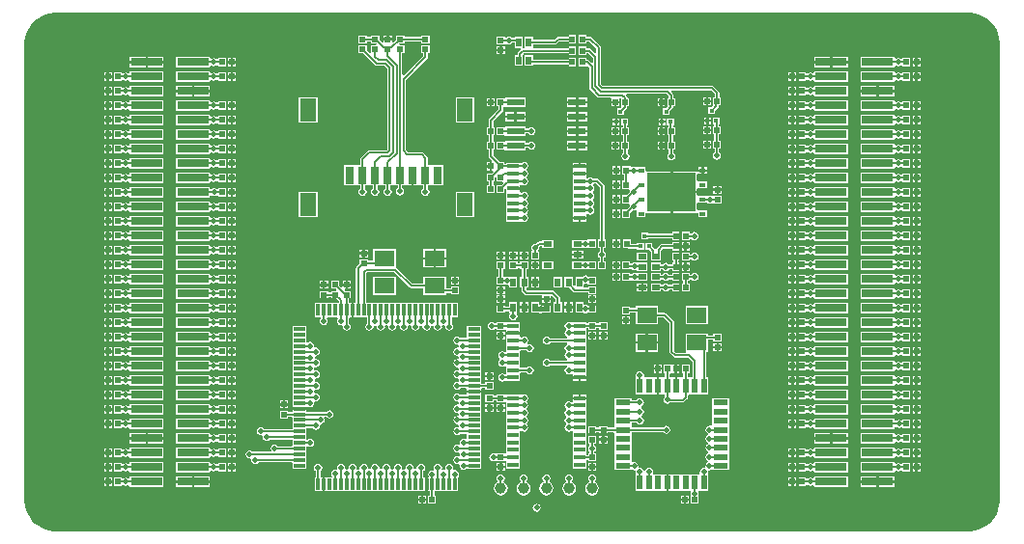
<source format=gbl>
G04*
G04 #@! TF.GenerationSoftware,Altium Limited,Altium Designer,20.0.13 (296)*
G04*
G04 Layer_Physical_Order=6*
G04 Layer_Color=16711680*
%FSLAX24Y24*%
%MOIN*%
G70*
G01*
G75*
%ADD11C,0.0079*%
%ADD13C,0.0157*%
%ADD19R,0.0185X0.0205*%
%ADD20R,0.0205X0.0185*%
%ADD24R,0.0315X0.0197*%
%ADD26R,0.0157X0.0157*%
%ADD27R,0.0157X0.0157*%
%ADD35R,0.0197X0.0315*%
%ADD62C,0.0295*%
%ADD65C,0.1969*%
%ADD66C,0.0197*%
%ADD67R,0.0236X0.0157*%
%ADD68R,0.1654X0.1339*%
%ADD69R,0.0571X0.0787*%
%ADD70R,0.0315X0.0591*%
%ADD71R,0.0197X0.0236*%
%ADD72R,0.0276X0.0197*%
%ADD73C,0.0394*%
%ADD74R,0.0610X0.0236*%
%ADD75R,0.0394X0.0177*%
%ADD76R,0.0709X0.0551*%
%ADD77R,0.0512X0.0197*%
%ADD78R,0.0197X0.0512*%
%ADD79R,0.0118X0.0394*%
%ADD80R,0.0394X0.0118*%
%ADD81R,0.1098X0.0291*%
G36*
X31567Y16829D02*
X31707Y16810D01*
X31844Y16774D01*
X31975Y16719D01*
X32098Y16649D01*
X32210Y16562D01*
X32310Y16462D01*
X32397Y16350D01*
X32467Y16227D01*
X32522Y16096D01*
X32558Y15959D01*
X32577Y15819D01*
Y15748D01*
Y0D01*
Y-71D01*
X32558Y-211D01*
X32522Y-348D01*
X32467Y-479D01*
X32397Y-602D01*
X32310Y-714D01*
X32210Y-814D01*
X32098Y-901D01*
X31975Y-971D01*
X31844Y-1026D01*
X31707Y-1062D01*
X31567Y-1081D01*
X31496D01*
X-0Y-1081D01*
X-71D01*
X-211Y-1062D01*
X-348Y-1026D01*
X-479Y-971D01*
X-602Y-901D01*
X-714Y-814D01*
X-814Y-714D01*
X-901Y-602D01*
X-971Y-479D01*
X-1026Y-348D01*
X-1062Y-211D01*
X-1081Y-71D01*
Y-0D01*
Y15748D01*
Y15819D01*
X-1062Y15959D01*
X-1026Y16096D01*
X-971Y16227D01*
X-901Y16350D01*
X-814Y16462D01*
X-714Y16562D01*
X-602Y16649D01*
X-479Y16719D01*
X-348Y16774D01*
X-211Y16810D01*
X-71Y16829D01*
X0Y16829D01*
X31496D01*
X31567Y16829D01*
D02*
G37*
%LPC*%
G36*
X12896Y16049D02*
X12612D01*
Y15998D01*
X12030D01*
Y16049D01*
X11746D01*
Y15899D01*
X11646Y15799D01*
X11596Y15820D01*
Y15878D01*
X11455D01*
X11313D01*
Y15820D01*
X11263Y15799D01*
X11163Y15899D01*
Y16049D01*
X10880D01*
Y15998D01*
X10730D01*
Y16049D01*
X10447D01*
Y15785D01*
X10730D01*
Y15837D01*
X10880D01*
Y15785D01*
X11042D01*
X11063Y15759D01*
X11041Y15711D01*
X10880D01*
Y15472D01*
X10830Y15451D01*
X10730Y15551D01*
Y15711D01*
X10447D01*
Y15447D01*
X10607D01*
X11024Y15030D01*
X11024Y15030D01*
X11050Y15012D01*
X11081Y15006D01*
X11328D01*
X11445Y14889D01*
Y12100D01*
X11424Y12078D01*
X10827D01*
X10827Y12078D01*
X10796Y12072D01*
X10770Y12055D01*
X10770Y12055D01*
X10532Y11817D01*
X10514Y11791D01*
X10508Y11760D01*
Y11555D01*
X10402D01*
X10392Y11555D01*
X10352D01*
X10342Y11555D01*
X9959D01*
Y10886D01*
X10342D01*
X10352Y10886D01*
X10392D01*
X10402Y10886D01*
X10508D01*
Y10762D01*
X10489Y10749D01*
X10459Y10704D01*
X10448Y10650D01*
X10459Y10596D01*
X10489Y10551D01*
X10535Y10520D01*
X10589Y10510D01*
X10642Y10520D01*
X10688Y10551D01*
X10718Y10596D01*
X10729Y10650D01*
X10718Y10704D01*
X10688Y10749D01*
X10669Y10762D01*
Y10886D01*
X10785D01*
Y10886D01*
X10825D01*
Y10886D01*
X10941D01*
Y10762D01*
X10922Y10749D01*
X10892Y10704D01*
X10881Y10650D01*
X10892Y10596D01*
X10922Y10551D01*
X10968Y10520D01*
X11022Y10510D01*
X11075Y10520D01*
X11121Y10551D01*
X11151Y10596D01*
X11162Y10650D01*
X11151Y10704D01*
X11121Y10749D01*
X11102Y10762D01*
Y10886D01*
X11219D01*
Y10886D01*
X11258D01*
Y10886D01*
X11374D01*
Y10762D01*
X11355Y10749D01*
X11325Y10704D01*
X11314Y10650D01*
X11325Y10596D01*
X11355Y10551D01*
X11401Y10520D01*
X11455Y10510D01*
X11508Y10520D01*
X11554Y10551D01*
X11585Y10596D01*
X11595Y10650D01*
X11585Y10704D01*
X11554Y10749D01*
X11535Y10762D01*
Y10886D01*
X11652D01*
Y10886D01*
X11691D01*
Y10886D01*
X11800D01*
Y10770D01*
X11781Y10757D01*
X11750Y10712D01*
X11739Y10658D01*
X11750Y10604D01*
X11781Y10559D01*
X11826Y10528D01*
X11880Y10517D01*
X11934Y10528D01*
X11979Y10559D01*
X12010Y10604D01*
X12020Y10658D01*
X12010Y10712D01*
X11979Y10757D01*
X11960Y10770D01*
Y10886D01*
X12074D01*
X12085Y10886D01*
X12124D01*
X12135Y10886D01*
X12282D01*
Y11220D01*
X12360D01*
Y10886D01*
X12507D01*
X12518Y10886D01*
X12557D01*
X12568Y10886D01*
X12674D01*
Y10762D01*
X12655Y10749D01*
X12624Y10704D01*
X12613Y10650D01*
X12624Y10596D01*
X12655Y10551D01*
X12700Y10520D01*
X12754Y10510D01*
X12808Y10520D01*
X12853Y10551D01*
X12884Y10596D01*
X12894Y10650D01*
X12884Y10704D01*
X12853Y10749D01*
X12834Y10762D01*
Y10886D01*
X12940D01*
X12951Y10886D01*
X12990D01*
X13001Y10886D01*
X13384D01*
Y11555D01*
X13001D01*
X12990Y11555D01*
X12951D01*
X12940Y11555D01*
X12834D01*
Y11813D01*
X12834Y11813D01*
X12828Y11844D01*
X12811Y11870D01*
X12811Y11870D01*
X12695Y11986D01*
X12669Y12003D01*
X12638Y12009D01*
X12159D01*
X12078Y12090D01*
Y14514D01*
X12811Y15246D01*
X12828Y15272D01*
X12834Y15303D01*
Y15447D01*
X12896D01*
Y15711D01*
X12612D01*
Y15447D01*
X12674D01*
Y15336D01*
X12006Y14669D01*
X11960Y14688D01*
Y15447D01*
X12030D01*
Y15711D01*
X11868D01*
X11847Y15759D01*
X11868Y15785D01*
X12030D01*
Y15837D01*
X12612D01*
Y15785D01*
X12896D01*
Y16049D01*
D02*
G37*
G36*
X17959Y16059D02*
X17695D01*
Y15998D01*
X17334D01*
X17334Y15998D01*
X17304Y15991D01*
X17278Y15974D01*
X17199Y15895D01*
X16465D01*
Y16012D01*
X16189D01*
X16189Y15644D01*
X16144Y15618D01*
X16114Y15632D01*
X16111Y15650D01*
Y16012D01*
X15835D01*
Y15960D01*
X15746D01*
X15733Y15979D01*
X15688Y16010D01*
X15634Y16020D01*
X15580Y16010D01*
X15546Y15987D01*
X15507Y16001D01*
X15496Y16009D01*
Y16012D01*
X15213D01*
Y15748D01*
X15496D01*
Y15751D01*
X15507Y15759D01*
X15546Y15773D01*
X15580Y15750D01*
X15634Y15739D01*
X15688Y15750D01*
X15733Y15781D01*
X15746Y15800D01*
X15835D01*
Y15618D01*
X16036D01*
X16045Y15605D01*
X16055Y15568D01*
X15955Y15468D01*
X15938Y15442D01*
X15932Y15411D01*
Y15382D01*
X15835D01*
Y14988D01*
X16111D01*
Y15382D01*
X16111Y15382D01*
X16111D01*
X16135Y15421D01*
X16154Y15440D01*
X17695D01*
Y15379D01*
X17959D01*
Y15662D01*
X17695D01*
Y15601D01*
X16508D01*
X16465Y15618D01*
X16465Y15651D01*
Y15735D01*
X17232D01*
X17263Y15741D01*
X17289Y15758D01*
X17368Y15837D01*
X17695D01*
Y15776D01*
X17959D01*
Y16059D01*
D02*
G37*
G36*
X11596Y16049D02*
X11494D01*
Y15957D01*
X11596D01*
Y16049D01*
D02*
G37*
G36*
X11415D02*
X11313D01*
Y15957D01*
X11415D01*
Y16049D01*
D02*
G37*
G36*
X15496Y15673D02*
X15394D01*
Y15581D01*
X15496D01*
Y15673D01*
D02*
G37*
G36*
X15315D02*
X15213D01*
Y15581D01*
X15315D01*
Y15673D01*
D02*
G37*
G36*
X18297Y16059D02*
X18033D01*
Y15776D01*
X18297D01*
Y15837D01*
X18420D01*
X18650Y15607D01*
Y15456D01*
X18604Y15437D01*
X18463Y15577D01*
X18437Y15595D01*
X18406Y15601D01*
X18297D01*
Y15662D01*
X18033D01*
Y15379D01*
X18297D01*
Y15440D01*
X18373D01*
X18532Y15282D01*
Y15121D01*
X18486Y15102D01*
X18407Y15181D01*
X18381Y15198D01*
X18350Y15204D01*
X18297D01*
Y15266D01*
X18033D01*
Y14982D01*
X18297D01*
Y14993D01*
X18347Y15014D01*
X18414Y14947D01*
Y14242D01*
X18420Y14211D01*
X18437Y14185D01*
X18693Y13929D01*
X18693Y13929D01*
X18719Y13912D01*
X18750Y13906D01*
X19146D01*
X19187Y13884D01*
X19187Y13856D01*
Y13781D01*
X19319D01*
X19451D01*
Y13871D01*
X19488Y13892D01*
X19526Y13871D01*
Y13600D01*
X19526Y13600D01*
X19526D01*
X19511Y13555D01*
X19493Y13537D01*
X19370D01*
Y13301D01*
X19606D01*
Y13424D01*
X19696Y13513D01*
X19696Y13513D01*
X19713Y13539D01*
X19719Y13570D01*
Y13600D01*
X19789D01*
Y13884D01*
X19772D01*
X19726Y13898D01*
X19720Y13928D01*
X19702Y13954D01*
X19679Y13978D01*
X19698Y14024D01*
X21079D01*
X21152Y13951D01*
Y13884D01*
X21100D01*
Y13600D01*
X21100Y13600D01*
X21100D01*
X21086Y13555D01*
X21068Y13537D01*
X20945D01*
Y13301D01*
X21181D01*
Y13424D01*
X21270Y13513D01*
X21270Y13513D01*
X21288Y13539D01*
X21294Y13570D01*
Y13600D01*
X21364D01*
Y13884D01*
X21313D01*
Y13984D01*
X21313Y13984D01*
X21306Y14015D01*
X21289Y14041D01*
X21234Y14096D01*
X21253Y14142D01*
X22614D01*
X22735Y14022D01*
Y13913D01*
X22675D01*
Y13630D01*
X22675Y13630D01*
X22675D01*
X22660Y13585D01*
X22642Y13567D01*
X22520D01*
Y13331D01*
X22756D01*
Y13453D01*
X22845Y13543D01*
X22845Y13543D01*
X22863Y13569D01*
X22869Y13600D01*
Y13630D01*
X22939D01*
Y13913D01*
X22895D01*
Y14055D01*
X22889Y14086D01*
X22872Y14112D01*
X22704Y14279D01*
X22678Y14297D01*
X22648Y14303D01*
X18881D01*
X18811Y14373D01*
Y15640D01*
X18811Y15640D01*
X18804Y15670D01*
X18787Y15697D01*
X18510Y15974D01*
X18483Y15991D01*
X18453Y15998D01*
X18297D01*
Y16059D01*
D02*
G37*
G36*
X15496Y15502D02*
X15394D01*
Y15409D01*
X15496D01*
Y15502D01*
D02*
G37*
G36*
X15315D02*
X15213D01*
Y15409D01*
X15315D01*
Y15502D01*
D02*
G37*
G36*
X29829Y15266D02*
X29736D01*
Y15163D01*
X29829D01*
Y15266D01*
D02*
G37*
G36*
X29657D02*
X29565D01*
Y15163D01*
X29657D01*
Y15266D01*
D02*
G37*
G36*
X3726Y15309D02*
X3176D01*
Y15163D01*
X3726D01*
Y15309D01*
D02*
G37*
G36*
X3098D02*
X2548D01*
Y15163D01*
X3098D01*
Y15309D01*
D02*
G37*
G36*
X27348D02*
X26798D01*
Y15163D01*
X27348D01*
Y15309D01*
D02*
G37*
G36*
X6207Y15266D02*
X6114D01*
Y15163D01*
X6207D01*
Y15266D01*
D02*
G37*
G36*
X6035D02*
X5943D01*
Y15163D01*
X6035D01*
Y15266D01*
D02*
G37*
G36*
X26720Y15309D02*
X26170D01*
Y15163D01*
X26720D01*
Y15309D01*
D02*
G37*
G36*
X29829Y15085D02*
X29736D01*
Y14982D01*
X29829D01*
Y15085D01*
D02*
G37*
G36*
X29657D02*
X29565D01*
Y14982D01*
X29657D01*
Y15085D01*
D02*
G37*
G36*
X28948Y15309D02*
X27770D01*
Y14939D01*
X28948D01*
Y14983D01*
X28998Y15010D01*
X29021Y14994D01*
X29075Y14984D01*
X29129Y14994D01*
X29174Y15025D01*
X29176Y15028D01*
X29226Y15013D01*
Y14982D01*
X29490D01*
Y15266D01*
X29226D01*
Y15235D01*
X29176Y15220D01*
X29174Y15223D01*
X29129Y15254D01*
X29075Y15265D01*
X29021Y15254D01*
X28998Y15238D01*
X28948Y15265D01*
Y15309D01*
D02*
G37*
G36*
X16465Y15382D02*
X16189D01*
Y14988D01*
X16465D01*
Y15044D01*
X17695D01*
Y14982D01*
X17959D01*
Y15266D01*
X17695D01*
Y15204D01*
X16465D01*
Y15382D01*
D02*
G37*
G36*
X6207Y15085D02*
X6114D01*
Y14982D01*
X6207D01*
Y15085D01*
D02*
G37*
G36*
X6035D02*
X5943D01*
Y14982D01*
X6035D01*
Y15085D01*
D02*
G37*
G36*
X5326Y15309D02*
X4148D01*
Y14939D01*
X5326D01*
Y14983D01*
X5376Y15010D01*
X5399Y14994D01*
X5453Y14984D01*
X5507Y14994D01*
X5552Y15025D01*
X5554Y15028D01*
X5604Y15013D01*
Y14982D01*
X5868D01*
Y15266D01*
X5604D01*
Y15235D01*
X5554Y15220D01*
X5552Y15223D01*
X5507Y15254D01*
X5453Y15265D01*
X5399Y15254D01*
X5376Y15238D01*
X5326Y15265D01*
Y15309D01*
D02*
G37*
G36*
X27348Y15085D02*
X26798D01*
Y14939D01*
X27348D01*
Y15085D01*
D02*
G37*
G36*
X26720D02*
X26170D01*
Y14939D01*
X26720D01*
Y15085D01*
D02*
G37*
G36*
X3726Y15085D02*
X3176D01*
Y14939D01*
X3726D01*
Y15085D01*
D02*
G37*
G36*
X3098D02*
X2548D01*
Y14939D01*
X3098D01*
Y15085D01*
D02*
G37*
G36*
X27348Y14809D02*
X26170D01*
Y14765D01*
X26120Y14738D01*
X26097Y14754D01*
X26043Y14765D01*
X25990Y14754D01*
X25944Y14723D01*
X25942Y14720D01*
X25892Y14735D01*
Y14766D01*
X25628D01*
Y14482D01*
X25892D01*
Y14513D01*
X25942Y14528D01*
X25944Y14525D01*
X25990Y14494D01*
X26043Y14484D01*
X26097Y14494D01*
X26120Y14510D01*
X26170Y14483D01*
Y14439D01*
X27348D01*
Y14809D01*
D02*
G37*
G36*
X3726D02*
X2548D01*
Y14765D01*
X2498Y14738D01*
X2475Y14754D01*
X2421Y14765D01*
X2367Y14754D01*
X2322Y14723D01*
X2320Y14720D01*
X2270Y14735D01*
Y14766D01*
X2006D01*
Y14482D01*
X2270D01*
Y14513D01*
X2320Y14528D01*
X2322Y14525D01*
X2367Y14494D01*
X2421Y14484D01*
X2475Y14494D01*
X2498Y14510D01*
X2548Y14483D01*
Y14439D01*
X3726D01*
Y14809D01*
D02*
G37*
G36*
X29829Y14766D02*
X29736D01*
Y14663D01*
X29829D01*
Y14766D01*
D02*
G37*
G36*
X29657D02*
X29565D01*
Y14663D01*
X29657D01*
Y14766D01*
D02*
G37*
G36*
X25553Y14766D02*
X25461D01*
Y14663D01*
X25553D01*
Y14766D01*
D02*
G37*
G36*
X1931D02*
X1839D01*
Y14663D01*
X1931D01*
Y14766D01*
D02*
G37*
G36*
X25382D02*
X25289D01*
Y14663D01*
X25382D01*
Y14766D01*
D02*
G37*
G36*
X1760D02*
X1667D01*
Y14663D01*
X1760D01*
Y14766D01*
D02*
G37*
G36*
X6207Y14766D02*
X6114D01*
Y14663D01*
X6207D01*
Y14766D01*
D02*
G37*
G36*
X6035D02*
X5943D01*
Y14663D01*
X6035D01*
Y14766D01*
D02*
G37*
G36*
X29829Y14585D02*
X29736D01*
Y14482D01*
X29829D01*
Y14585D01*
D02*
G37*
G36*
X29657D02*
X29565D01*
Y14482D01*
X29657D01*
Y14585D01*
D02*
G37*
G36*
X28948Y14809D02*
X27770D01*
Y14439D01*
X28948D01*
Y14483D01*
X28998Y14510D01*
X29021Y14494D01*
X29075Y14484D01*
X29129Y14494D01*
X29174Y14525D01*
X29176Y14528D01*
X29226Y14513D01*
Y14482D01*
X29490D01*
Y14766D01*
X29226D01*
Y14735D01*
X29176Y14720D01*
X29174Y14723D01*
X29129Y14754D01*
X29075Y14765D01*
X29021Y14754D01*
X28998Y14738D01*
X28948Y14765D01*
Y14809D01*
D02*
G37*
G36*
X6207Y14585D02*
X6114D01*
Y14482D01*
X6207D01*
Y14585D01*
D02*
G37*
G36*
X6035D02*
X5943D01*
Y14482D01*
X6035D01*
Y14585D01*
D02*
G37*
G36*
X5326Y14809D02*
X4148D01*
Y14439D01*
X5326D01*
Y14483D01*
X5376Y14510D01*
X5399Y14494D01*
X5453Y14484D01*
X5507Y14494D01*
X5552Y14525D01*
X5554Y14528D01*
X5604Y14513D01*
Y14482D01*
X5868D01*
Y14766D01*
X5604D01*
Y14735D01*
X5554Y14720D01*
X5552Y14723D01*
X5507Y14754D01*
X5453Y14765D01*
X5399Y14754D01*
X5376Y14738D01*
X5326Y14765D01*
Y14809D01*
D02*
G37*
G36*
X25553Y14585D02*
X25461D01*
Y14482D01*
X25553D01*
Y14585D01*
D02*
G37*
G36*
X25382D02*
X25289D01*
Y14482D01*
X25382D01*
Y14585D01*
D02*
G37*
G36*
X1931D02*
X1839D01*
Y14482D01*
X1931D01*
Y14585D01*
D02*
G37*
G36*
X1760D02*
X1667D01*
Y14482D01*
X1760D01*
Y14585D01*
D02*
G37*
G36*
X27348Y14309D02*
X26170D01*
Y14265D01*
X26120Y14238D01*
X26097Y14254D01*
X26043Y14265D01*
X25990Y14254D01*
X25944Y14223D01*
X25942Y14220D01*
X25892Y14235D01*
Y14266D01*
X25628D01*
Y13982D01*
X25892D01*
Y14013D01*
X25942Y14028D01*
X25944Y14025D01*
X25990Y13994D01*
X26043Y13984D01*
X26097Y13994D01*
X26120Y14010D01*
X26170Y13983D01*
Y13939D01*
X27348D01*
Y14309D01*
D02*
G37*
G36*
X3726D02*
X2548D01*
Y14265D01*
X2498Y14238D01*
X2475Y14254D01*
X2421Y14265D01*
X2367Y14254D01*
X2322Y14223D01*
X2320Y14220D01*
X2270Y14235D01*
Y14266D01*
X2006D01*
Y13982D01*
X2270D01*
Y14013D01*
X2320Y14028D01*
X2322Y14025D01*
X2367Y13994D01*
X2421Y13984D01*
X2475Y13994D01*
X2498Y14010D01*
X2548Y13983D01*
Y13939D01*
X3726D01*
Y14309D01*
D02*
G37*
G36*
X5326D02*
X4776D01*
Y14163D01*
X5326D01*
Y14309D01*
D02*
G37*
G36*
X25553Y14266D02*
X25461D01*
Y14163D01*
X25553D01*
Y14266D01*
D02*
G37*
G36*
X1931D02*
X1839D01*
Y14163D01*
X1931D01*
Y14266D01*
D02*
G37*
G36*
X25382D02*
X25289D01*
Y14163D01*
X25382D01*
Y14266D01*
D02*
G37*
G36*
X1760D02*
X1667D01*
Y14163D01*
X1760D01*
Y14266D01*
D02*
G37*
G36*
X4698Y14309D02*
X4148D01*
Y14163D01*
X4698D01*
Y14309D01*
D02*
G37*
G36*
X28948D02*
X28398D01*
Y14163D01*
X28948D01*
Y14309D01*
D02*
G37*
G36*
X28320D02*
X27770D01*
Y14163D01*
X28320D01*
Y14309D01*
D02*
G37*
G36*
X25553Y14085D02*
X25461D01*
Y13982D01*
X25553D01*
Y14085D01*
D02*
G37*
G36*
X25382D02*
X25289D01*
Y13982D01*
X25382D01*
Y14085D01*
D02*
G37*
G36*
X1931D02*
X1839D01*
Y13982D01*
X1931D01*
Y14085D01*
D02*
G37*
G36*
X1760D02*
X1667D01*
Y13982D01*
X1760D01*
Y14085D01*
D02*
G37*
G36*
X28948Y14085D02*
X28398D01*
Y13939D01*
X28948D01*
Y14085D01*
D02*
G37*
G36*
X28320D02*
X27770D01*
Y13939D01*
X28320D01*
Y14085D01*
D02*
G37*
G36*
X5326Y14085D02*
X4776D01*
Y13939D01*
X5326D01*
Y14085D01*
D02*
G37*
G36*
X4698D02*
X4148D01*
Y13939D01*
X4698D01*
Y14085D01*
D02*
G37*
G36*
X22600Y13913D02*
X22508D01*
Y13811D01*
X22600D01*
Y13913D01*
D02*
G37*
G36*
X22429D02*
X22337D01*
Y13811D01*
X22429D01*
Y13913D01*
D02*
G37*
G36*
X21026Y13884D02*
X20933D01*
Y13781D01*
X21026D01*
Y13884D01*
D02*
G37*
G36*
X20854D02*
X20762D01*
Y13781D01*
X20854D01*
Y13884D01*
D02*
G37*
G36*
X18337Y13900D02*
X18031D01*
Y13781D01*
X18337D01*
Y13900D01*
D02*
G37*
G36*
X15148Y13884D02*
X15055D01*
Y13781D01*
X15148D01*
Y13884D01*
D02*
G37*
G36*
X14976D02*
X14884D01*
Y13781D01*
X14976D01*
Y13884D01*
D02*
G37*
G36*
X17953Y13900D02*
X17648D01*
Y13781D01*
X17953D01*
Y13900D01*
D02*
G37*
G36*
X27348Y13809D02*
X26170D01*
Y13765D01*
X26120Y13738D01*
X26097Y13754D01*
X26043Y13765D01*
X25990Y13754D01*
X25944Y13723D01*
X25942Y13720D01*
X25892Y13735D01*
Y13766D01*
X25628D01*
Y13482D01*
X25892D01*
Y13513D01*
X25942Y13528D01*
X25944Y13525D01*
X25990Y13494D01*
X26043Y13484D01*
X26097Y13494D01*
X26120Y13510D01*
X26170Y13483D01*
Y13439D01*
X27348D01*
Y13809D01*
D02*
G37*
G36*
X3726D02*
X2548D01*
Y13765D01*
X2498Y13738D01*
X2475Y13754D01*
X2421Y13765D01*
X2367Y13754D01*
X2322Y13723D01*
X2320Y13720D01*
X2270Y13735D01*
Y13766D01*
X2006D01*
Y13482D01*
X2270D01*
Y13513D01*
X2320Y13528D01*
X2322Y13525D01*
X2367Y13494D01*
X2421Y13484D01*
X2475Y13494D01*
X2498Y13510D01*
X2548Y13483D01*
Y13439D01*
X3726D01*
Y13809D01*
D02*
G37*
G36*
X29829Y13766D02*
X29736D01*
Y13663D01*
X29829D01*
Y13766D01*
D02*
G37*
G36*
X29657D02*
X29565D01*
Y13663D01*
X29657D01*
Y13766D01*
D02*
G37*
G36*
X25553Y13766D02*
X25461D01*
Y13663D01*
X25553D01*
Y13766D01*
D02*
G37*
G36*
X1931D02*
X1839D01*
Y13663D01*
X1931D01*
Y13766D01*
D02*
G37*
G36*
X25382D02*
X25289D01*
Y13663D01*
X25382D01*
Y13766D01*
D02*
G37*
G36*
X1760D02*
X1667D01*
Y13663D01*
X1760D01*
Y13766D01*
D02*
G37*
G36*
X6207Y13766D02*
X6114D01*
Y13663D01*
X6207D01*
Y13766D01*
D02*
G37*
G36*
X6035D02*
X5943D01*
Y13663D01*
X6035D01*
Y13766D01*
D02*
G37*
G36*
X22600Y13732D02*
X22508D01*
Y13630D01*
X22600D01*
Y13732D01*
D02*
G37*
G36*
X22429D02*
X22337D01*
Y13630D01*
X22429D01*
Y13732D01*
D02*
G37*
G36*
X21026Y13703D02*
X20933D01*
Y13600D01*
X21026D01*
Y13703D01*
D02*
G37*
G36*
X20854D02*
X20762D01*
Y13600D01*
X20854D01*
Y13703D01*
D02*
G37*
G36*
X19451Y13703D02*
X19358D01*
Y13600D01*
X19451D01*
Y13703D01*
D02*
G37*
G36*
X19280D02*
X19187D01*
Y13600D01*
X19280D01*
Y13703D01*
D02*
G37*
G36*
X15148D02*
X15055D01*
Y13600D01*
X15148D01*
Y13703D01*
D02*
G37*
G36*
X14976D02*
X14884D01*
Y13600D01*
X14976D01*
Y13703D01*
D02*
G37*
G36*
X18337D02*
X18031D01*
Y13585D01*
X18337D01*
Y13703D01*
D02*
G37*
G36*
X17953D02*
X17648D01*
Y13585D01*
X17953D01*
Y13703D01*
D02*
G37*
G36*
X15522Y13900D02*
X15486Y13884D01*
X15222D01*
Y13600D01*
X15274D01*
Y13488D01*
X14959Y13173D01*
X14942Y13147D01*
X14935Y13116D01*
Y12884D01*
X14884D01*
Y12600D01*
X14935D01*
Y12384D01*
X14884D01*
Y12100D01*
X14935D01*
Y11874D01*
X14942Y11843D01*
X14959Y11817D01*
X15063Y11714D01*
X15055Y11695D01*
Y11526D01*
Y11384D01*
X15079D01*
X15098Y11338D01*
X15034Y11274D01*
X14884D01*
Y10990D01*
X14935D01*
Y10880D01*
X14884D01*
Y10596D01*
X15148D01*
Y10880D01*
X15096D01*
Y10990D01*
X15148D01*
Y11152D01*
X15174Y11173D01*
X15222Y11151D01*
Y10990D01*
X15418D01*
X15437Y10944D01*
X15373Y10880D01*
X15222D01*
Y10596D01*
X15486D01*
Y10739D01*
X15501Y10750D01*
X15551Y10725D01*
X15551Y10630D01*
X15551Y10580D01*
Y10424D01*
X15551Y10374D01*
X15551D01*
Y10374D01*
X15551D01*
Y10168D01*
X15551Y10118D01*
X15551D01*
Y10118D01*
X15551D01*
Y9912D01*
X15551Y9862D01*
X15551D01*
Y9862D01*
X15551D01*
Y9606D01*
X16024D01*
Y9606D01*
X16066Y9624D01*
X16074Y9627D01*
X16108Y9604D01*
X16161Y9594D01*
X16215Y9604D01*
X16261Y9635D01*
X16291Y9680D01*
X16302Y9734D01*
X16291Y9788D01*
X16261Y9834D01*
X16255Y9837D01*
Y9887D01*
X16261Y9891D01*
X16291Y9936D01*
X16302Y9990D01*
X16291Y10044D01*
X16261Y10089D01*
X16255Y10093D01*
Y10143D01*
X16261Y10147D01*
X16291Y10192D01*
X16302Y10246D01*
X16291Y10300D01*
X16261Y10345D01*
X16255Y10349D01*
Y10399D01*
X16261Y10403D01*
X16291Y10448D01*
X16302Y10502D01*
X16291Y10556D01*
X16261Y10601D01*
X16215Y10632D01*
X16161Y10642D01*
X16108Y10632D01*
X16074Y10609D01*
X16033Y10624D01*
X16024Y10631D01*
X16024Y10680D01*
Y10718D01*
X15787D01*
Y10797D01*
X16024D01*
Y10885D01*
X16033Y10892D01*
X16074Y10907D01*
X16108Y10884D01*
X16161Y10873D01*
X16215Y10884D01*
X16261Y10914D01*
X16291Y10960D01*
X16302Y11014D01*
X16291Y11068D01*
X16261Y11113D01*
X16255Y11117D01*
Y11167D01*
X16261Y11170D01*
X16291Y11216D01*
X16302Y11270D01*
X16291Y11323D01*
X16261Y11369D01*
X16256Y11372D01*
Y11433D01*
X16261Y11436D01*
X16291Y11482D01*
X16302Y11535D01*
X16291Y11589D01*
X16261Y11635D01*
X16215Y11665D01*
X16161Y11676D01*
X16108Y11665D01*
X16074Y11642D01*
X16024Y11654D01*
Y11654D01*
X15551D01*
Y11606D01*
X15486D01*
Y11667D01*
X15336D01*
X15096Y11907D01*
Y12100D01*
X15148D01*
Y12384D01*
X15096D01*
Y12600D01*
X15148D01*
Y12884D01*
X15096D01*
Y13083D01*
X15411Y13398D01*
X15411Y13398D01*
X15429Y13424D01*
X15435Y13455D01*
Y13600D01*
X15486D01*
X15522Y13585D01*
Y13585D01*
X16211D01*
Y13900D01*
X15522D01*
Y13900D01*
D02*
G37*
G36*
X29829Y13585D02*
X29736D01*
Y13482D01*
X29829D01*
Y13585D01*
D02*
G37*
G36*
X29657D02*
X29565D01*
Y13482D01*
X29657D01*
Y13585D01*
D02*
G37*
G36*
X28948Y13809D02*
X27770D01*
Y13439D01*
X28948D01*
Y13483D01*
X28998Y13510D01*
X29021Y13494D01*
X29075Y13484D01*
X29129Y13494D01*
X29174Y13525D01*
X29176Y13528D01*
X29226Y13513D01*
Y13482D01*
X29490D01*
Y13766D01*
X29226D01*
Y13735D01*
X29176Y13720D01*
X29174Y13723D01*
X29129Y13754D01*
X29075Y13765D01*
X29021Y13754D01*
X28998Y13738D01*
X28948Y13765D01*
Y13809D01*
D02*
G37*
G36*
X25553Y13585D02*
X25461D01*
Y13482D01*
X25553D01*
Y13585D01*
D02*
G37*
G36*
X25382D02*
X25289D01*
Y13482D01*
X25382D01*
Y13585D01*
D02*
G37*
G36*
X1931D02*
X1839D01*
Y13482D01*
X1931D01*
Y13585D01*
D02*
G37*
G36*
X1760D02*
X1667D01*
Y13482D01*
X1760D01*
Y13585D01*
D02*
G37*
G36*
X6207Y13585D02*
X6114D01*
Y13482D01*
X6207D01*
Y13585D01*
D02*
G37*
G36*
X6035D02*
X5943D01*
Y13482D01*
X6035D01*
Y13585D01*
D02*
G37*
G36*
X5326Y13809D02*
X4148D01*
Y13439D01*
X5326D01*
Y13483D01*
X5376Y13510D01*
X5399Y13494D01*
X5453Y13484D01*
X5507Y13494D01*
X5552Y13525D01*
X5554Y13528D01*
X5604Y13513D01*
Y13482D01*
X5868D01*
Y13766D01*
X5604D01*
Y13735D01*
X5554Y13720D01*
X5552Y13723D01*
X5507Y13754D01*
X5453Y13764D01*
X5399Y13754D01*
X5376Y13738D01*
X5326Y13765D01*
Y13809D01*
D02*
G37*
G36*
X18337Y13400D02*
X18031D01*
Y13282D01*
X18337D01*
Y13400D01*
D02*
G37*
G36*
X16211D02*
X15906D01*
Y13282D01*
X16211D01*
Y13400D01*
D02*
G37*
G36*
X17953D02*
X17648D01*
Y13282D01*
X17953D01*
Y13400D01*
D02*
G37*
G36*
X15827D02*
X15522D01*
Y13282D01*
X15827D01*
Y13400D01*
D02*
G37*
G36*
X3726Y13309D02*
X2548D01*
Y13265D01*
X2498Y13238D01*
X2475Y13254D01*
X2421Y13265D01*
X2368Y13254D01*
X2322Y13223D01*
X2320Y13220D01*
X2270Y13235D01*
Y13266D01*
X2006D01*
Y12982D01*
X2270D01*
Y13013D01*
X2320Y13028D01*
X2322Y13025D01*
X2368Y12994D01*
X2421Y12984D01*
X2475Y12994D01*
X2498Y13010D01*
X2548Y12983D01*
Y12939D01*
X3726D01*
Y13309D01*
D02*
G37*
G36*
X27348D02*
X26170D01*
Y13265D01*
X26120Y13238D01*
X26097Y13254D01*
X26043Y13265D01*
X25990Y13254D01*
X25944Y13223D01*
X25942Y13220D01*
X25892Y13235D01*
Y13266D01*
X25628D01*
Y12982D01*
X25892D01*
Y13013D01*
X25942Y13028D01*
X25944Y13025D01*
X25990Y12994D01*
X26043Y12984D01*
X26097Y12994D01*
X26120Y13010D01*
X26170Y12983D01*
Y12939D01*
X27348D01*
Y13309D01*
D02*
G37*
G36*
X29829Y13266D02*
X29736D01*
Y13163D01*
X29829D01*
Y13266D01*
D02*
G37*
G36*
X29657D02*
X29565D01*
Y13163D01*
X29657D01*
Y13266D01*
D02*
G37*
G36*
X1931Y13266D02*
X1839D01*
Y13163D01*
X1931D01*
Y13266D01*
D02*
G37*
G36*
X25553D02*
X25461D01*
Y13163D01*
X25553D01*
Y13266D01*
D02*
G37*
G36*
X1760D02*
X1667D01*
Y13163D01*
X1760D01*
Y13266D01*
D02*
G37*
G36*
X25382D02*
X25289D01*
Y13163D01*
X25382D01*
Y13266D01*
D02*
G37*
G36*
X6207Y13266D02*
X6114D01*
Y13163D01*
X6207D01*
Y13266D01*
D02*
G37*
G36*
X6035D02*
X5943D01*
Y13163D01*
X6035D01*
Y13266D01*
D02*
G37*
G36*
X22608Y13213D02*
X22530D01*
Y13134D01*
X22608D01*
Y13213D01*
D02*
G37*
G36*
X22451D02*
X22372D01*
Y13134D01*
X22451D01*
Y13213D01*
D02*
G37*
G36*
X19459Y13183D02*
X19380D01*
Y13104D01*
X19459D01*
Y13183D01*
D02*
G37*
G36*
X19301D02*
X19222D01*
Y13104D01*
X19301D01*
Y13183D01*
D02*
G37*
G36*
X21033D02*
X20955D01*
Y13104D01*
X21033D01*
Y13183D01*
D02*
G37*
G36*
X20876D02*
X20797D01*
Y13104D01*
X20876D01*
Y13183D01*
D02*
G37*
G36*
X18337Y13203D02*
X18031D01*
Y13085D01*
X18337D01*
Y13203D01*
D02*
G37*
G36*
X17953D02*
X17648D01*
Y13085D01*
X17953D01*
Y13203D01*
D02*
G37*
G36*
X16211D02*
X15906D01*
Y13085D01*
X16211D01*
Y13203D01*
D02*
G37*
G36*
X15827D02*
X15522D01*
Y13085D01*
X15827D01*
Y13203D01*
D02*
G37*
G36*
X14449Y13898D02*
X13799D01*
Y13031D01*
X14449D01*
Y13898D01*
D02*
G37*
G36*
X9035D02*
X8386D01*
Y13031D01*
X9035D01*
Y13898D01*
D02*
G37*
G36*
X29829Y13085D02*
X29736D01*
Y12982D01*
X29829D01*
Y13085D01*
D02*
G37*
G36*
X29657D02*
X29565D01*
Y12982D01*
X29657D01*
Y13085D01*
D02*
G37*
G36*
X28948Y13309D02*
X27770D01*
Y12939D01*
X28948D01*
Y12983D01*
X28998Y13010D01*
X29021Y12994D01*
X29075Y12984D01*
X29129Y12994D01*
X29174Y13025D01*
X29176Y13028D01*
X29226Y13013D01*
Y12982D01*
X29490D01*
Y13266D01*
X29226D01*
Y13235D01*
X29176Y13220D01*
X29174Y13223D01*
X29129Y13254D01*
X29075Y13265D01*
X29021Y13254D01*
X28998Y13238D01*
X28948Y13265D01*
Y13309D01*
D02*
G37*
G36*
X25553Y13085D02*
X25461D01*
Y12982D01*
X25553D01*
Y13085D01*
D02*
G37*
G36*
X25382D02*
X25289D01*
Y12982D01*
X25382D01*
Y13085D01*
D02*
G37*
G36*
X1931D02*
X1839D01*
Y12982D01*
X1931D01*
Y13085D01*
D02*
G37*
G36*
X1760D02*
X1667D01*
Y12982D01*
X1760D01*
Y13085D01*
D02*
G37*
G36*
X6207Y13085D02*
X6114D01*
Y12982D01*
X6207D01*
Y13085D01*
D02*
G37*
G36*
X6035D02*
X5943D01*
Y12982D01*
X6035D01*
Y13085D01*
D02*
G37*
G36*
X5326Y13309D02*
X4148D01*
Y12939D01*
X5326D01*
Y12983D01*
X5376Y13010D01*
X5399Y12994D01*
X5453Y12984D01*
X5507Y12994D01*
X5552Y13025D01*
X5554Y13028D01*
X5604Y13013D01*
Y12982D01*
X5868D01*
Y13266D01*
X5604D01*
Y13235D01*
X5554Y13220D01*
X5552Y13223D01*
X5507Y13254D01*
X5453Y13264D01*
X5399Y13254D01*
X5376Y13238D01*
X5326Y13265D01*
Y13309D01*
D02*
G37*
G36*
X22608Y13055D02*
X22530D01*
Y12976D01*
X22608D01*
Y13055D01*
D02*
G37*
G36*
X22451D02*
X22372D01*
Y12976D01*
X22451D01*
Y13055D01*
D02*
G37*
G36*
X21033Y13026D02*
X20955D01*
Y12947D01*
X21033D01*
Y13026D01*
D02*
G37*
G36*
X20876D02*
X20797D01*
Y12947D01*
X20876D01*
Y13026D01*
D02*
G37*
G36*
X19459Y13026D02*
X19380D01*
Y12947D01*
X19459D01*
Y13026D01*
D02*
G37*
G36*
X19301D02*
X19222D01*
Y12947D01*
X19301D01*
Y13026D01*
D02*
G37*
G36*
X22600Y12913D02*
X22508D01*
Y12811D01*
X22600D01*
Y12913D01*
D02*
G37*
G36*
X22429D02*
X22337D01*
Y12811D01*
X22429D01*
Y12913D01*
D02*
G37*
G36*
X21026Y12884D02*
X20933D01*
Y12781D01*
X21026D01*
Y12884D01*
D02*
G37*
G36*
X20854D02*
X20762D01*
Y12781D01*
X20854D01*
Y12884D01*
D02*
G37*
G36*
X19451D02*
X19358D01*
Y12781D01*
X19451D01*
Y12884D01*
D02*
G37*
G36*
X18337Y12900D02*
X18031D01*
Y12781D01*
X18337D01*
Y12900D01*
D02*
G37*
G36*
X17953D02*
X17648D01*
Y12781D01*
X17953D01*
Y12900D01*
D02*
G37*
G36*
X19280Y12884D02*
X19187D01*
Y12781D01*
X19280D01*
Y12884D01*
D02*
G37*
G36*
X27348Y12809D02*
X26170D01*
Y12765D01*
X26120Y12738D01*
X26097Y12754D01*
X26043Y12765D01*
X25990Y12754D01*
X25944Y12723D01*
X25942Y12720D01*
X25892Y12735D01*
Y12766D01*
X25628D01*
Y12482D01*
X25892D01*
Y12513D01*
X25942Y12528D01*
X25944Y12525D01*
X25990Y12494D01*
X26043Y12484D01*
X26097Y12494D01*
X26120Y12510D01*
X26170Y12483D01*
Y12439D01*
X27348D01*
Y12809D01*
D02*
G37*
G36*
X3726D02*
X2548D01*
Y12765D01*
X2498Y12738D01*
X2475Y12754D01*
X2421Y12765D01*
X2367Y12754D01*
X2322Y12723D01*
X2320Y12720D01*
X2270Y12735D01*
Y12766D01*
X2006D01*
Y12482D01*
X2270D01*
Y12513D01*
X2320Y12528D01*
X2322Y12525D01*
X2367Y12494D01*
X2421Y12484D01*
X2475Y12494D01*
X2498Y12510D01*
X2548Y12483D01*
Y12439D01*
X3726D01*
Y12809D01*
D02*
G37*
G36*
X29829Y12766D02*
X29736D01*
Y12663D01*
X29829D01*
Y12766D01*
D02*
G37*
G36*
X29657D02*
X29565D01*
Y12663D01*
X29657D01*
Y12766D01*
D02*
G37*
G36*
X25553Y12766D02*
X25461D01*
Y12663D01*
X25553D01*
Y12766D01*
D02*
G37*
G36*
X1931D02*
X1839D01*
Y12663D01*
X1931D01*
Y12766D01*
D02*
G37*
G36*
X25382D02*
X25289D01*
Y12663D01*
X25382D01*
Y12766D01*
D02*
G37*
G36*
X1760D02*
X1667D01*
Y12663D01*
X1760D01*
Y12766D01*
D02*
G37*
G36*
X6207Y12766D02*
X6114D01*
Y12663D01*
X6207D01*
Y12766D01*
D02*
G37*
G36*
X6035D02*
X5943D01*
Y12663D01*
X6035D01*
Y12766D01*
D02*
G37*
G36*
X22600Y12732D02*
X22508D01*
Y12630D01*
X22600D01*
Y12732D01*
D02*
G37*
G36*
X22429D02*
X22337D01*
Y12630D01*
X22429D01*
Y12732D01*
D02*
G37*
G36*
X15522Y12900D02*
X15486Y12884D01*
X15222D01*
Y12600D01*
X15486D01*
X15522Y12585D01*
Y12585D01*
X16211D01*
Y12666D01*
X16305D01*
X16318Y12647D01*
X16364Y12616D01*
X16417Y12606D01*
X16471Y12616D01*
X16517Y12647D01*
X16547Y12692D01*
X16558Y12746D01*
X16547Y12800D01*
X16517Y12845D01*
X16471Y12876D01*
X16417Y12887D01*
X16364Y12876D01*
X16318Y12845D01*
X16305Y12826D01*
X16211D01*
Y12900D01*
X15522D01*
Y12900D01*
D02*
G37*
G36*
X21026Y12703D02*
X20933D01*
Y12600D01*
X21026D01*
Y12703D01*
D02*
G37*
G36*
X20854D02*
X20762D01*
Y12600D01*
X20854D01*
Y12703D01*
D02*
G37*
G36*
X19451Y12703D02*
X19358D01*
Y12600D01*
X19451D01*
Y12703D01*
D02*
G37*
G36*
X19280D02*
X19187D01*
Y12600D01*
X19280D01*
Y12703D01*
D02*
G37*
G36*
X18337D02*
X18031D01*
Y12585D01*
X18337D01*
Y12703D01*
D02*
G37*
G36*
X17953D02*
X17648D01*
Y12585D01*
X17953D01*
Y12703D01*
D02*
G37*
G36*
X29829Y12585D02*
X29736D01*
Y12482D01*
X29829D01*
Y12585D01*
D02*
G37*
G36*
X29657D02*
X29565D01*
Y12482D01*
X29657D01*
Y12585D01*
D02*
G37*
G36*
X28948Y12809D02*
X27770D01*
Y12439D01*
X28948D01*
Y12483D01*
X28998Y12510D01*
X29021Y12494D01*
X29075Y12484D01*
X29129Y12494D01*
X29174Y12525D01*
X29176Y12528D01*
X29226Y12513D01*
Y12482D01*
X29490D01*
Y12766D01*
X29226D01*
Y12735D01*
X29176Y12720D01*
X29174Y12723D01*
X29129Y12754D01*
X29075Y12765D01*
X29021Y12754D01*
X28998Y12738D01*
X28948Y12765D01*
Y12809D01*
D02*
G37*
G36*
X25553Y12585D02*
X25461D01*
Y12482D01*
X25553D01*
Y12585D01*
D02*
G37*
G36*
X25382D02*
X25289D01*
Y12482D01*
X25382D01*
Y12585D01*
D02*
G37*
G36*
X1931D02*
X1839D01*
Y12482D01*
X1931D01*
Y12585D01*
D02*
G37*
G36*
X1760D02*
X1667D01*
Y12482D01*
X1760D01*
Y12585D01*
D02*
G37*
G36*
X6207Y12585D02*
X6114D01*
Y12482D01*
X6207D01*
Y12585D01*
D02*
G37*
G36*
X6035D02*
X5943D01*
Y12482D01*
X6035D01*
Y12585D01*
D02*
G37*
G36*
X5326Y12809D02*
X4148D01*
Y12439D01*
X5326D01*
Y12483D01*
X5376Y12510D01*
X5399Y12494D01*
X5453Y12484D01*
X5507Y12494D01*
X5552Y12525D01*
X5554Y12528D01*
X5604Y12513D01*
Y12482D01*
X5868D01*
Y12766D01*
X5604D01*
Y12735D01*
X5554Y12720D01*
X5552Y12723D01*
X5507Y12754D01*
X5453Y12765D01*
X5399Y12754D01*
X5376Y12738D01*
X5326Y12765D01*
Y12809D01*
D02*
G37*
G36*
X22600Y12413D02*
X22508D01*
Y12311D01*
X22600D01*
Y12413D01*
D02*
G37*
G36*
X22429D02*
X22337D01*
Y12311D01*
X22429D01*
Y12413D01*
D02*
G37*
G36*
X18337Y12400D02*
X18031D01*
Y12282D01*
X18337D01*
Y12400D01*
D02*
G37*
G36*
X17953D02*
X17648D01*
Y12282D01*
X17953D01*
Y12400D01*
D02*
G37*
G36*
X19451Y12384D02*
X19358D01*
Y12281D01*
X19451D01*
Y12384D01*
D02*
G37*
G36*
X19280D02*
X19187D01*
Y12281D01*
X19280D01*
Y12384D01*
D02*
G37*
G36*
X21026D02*
X20933D01*
Y12281D01*
X21026D01*
Y12384D01*
D02*
G37*
G36*
X20854D02*
X20762D01*
Y12281D01*
X20854D01*
Y12384D01*
D02*
G37*
G36*
X27348Y12309D02*
X26170D01*
Y12265D01*
X26120Y12238D01*
X26097Y12254D01*
X26043Y12265D01*
X25990Y12254D01*
X25944Y12223D01*
X25942Y12220D01*
X25892Y12235D01*
Y12266D01*
X25628D01*
Y11982D01*
X25892D01*
Y12013D01*
X25942Y12028D01*
X25944Y12025D01*
X25990Y11994D01*
X26043Y11984D01*
X26097Y11994D01*
X26120Y12010D01*
X26170Y11983D01*
Y11939D01*
X27348D01*
Y12309D01*
D02*
G37*
G36*
X3726D02*
X2548D01*
Y12265D01*
X2498Y12238D01*
X2475Y12254D01*
X2421Y12265D01*
X2367Y12254D01*
X2322Y12223D01*
X2320Y12220D01*
X2270Y12235D01*
Y12266D01*
X2006D01*
Y11982D01*
X2270D01*
Y12013D01*
X2320Y12028D01*
X2322Y12025D01*
X2367Y11994D01*
X2421Y11984D01*
X2475Y11994D01*
X2498Y12010D01*
X2548Y11983D01*
Y11939D01*
X3726D01*
Y12309D01*
D02*
G37*
G36*
X29829Y12266D02*
X29736D01*
Y12163D01*
X29829D01*
Y12266D01*
D02*
G37*
G36*
X29657D02*
X29565D01*
Y12163D01*
X29657D01*
Y12266D01*
D02*
G37*
G36*
X25553Y12266D02*
X25461D01*
Y12163D01*
X25553D01*
Y12266D01*
D02*
G37*
G36*
X1931D02*
X1839D01*
Y12163D01*
X1931D01*
Y12266D01*
D02*
G37*
G36*
X25382D02*
X25289D01*
Y12163D01*
X25382D01*
Y12266D01*
D02*
G37*
G36*
X1760D02*
X1667D01*
Y12163D01*
X1760D01*
Y12266D01*
D02*
G37*
G36*
X6207Y12266D02*
X6114D01*
Y12163D01*
X6207D01*
Y12266D01*
D02*
G37*
G36*
X6035D02*
X5943D01*
Y12163D01*
X6035D01*
Y12266D01*
D02*
G37*
G36*
X22600Y12232D02*
X22508D01*
Y12130D01*
X22600D01*
Y12232D01*
D02*
G37*
G36*
X22429D02*
X22337D01*
Y12130D01*
X22429D01*
Y12232D01*
D02*
G37*
G36*
X15522Y12400D02*
X15486Y12384D01*
X15222D01*
Y12100D01*
X15486D01*
X15522Y12085D01*
Y12085D01*
X16211D01*
Y12162D01*
X16305D01*
X16318Y12143D01*
X16364Y12112D01*
X16417Y12102D01*
X16471Y12112D01*
X16517Y12143D01*
X16547Y12188D01*
X16558Y12242D01*
X16547Y12296D01*
X16517Y12341D01*
X16471Y12372D01*
X16417Y12383D01*
X16364Y12372D01*
X16318Y12341D01*
X16305Y12322D01*
X16211D01*
Y12400D01*
X15522D01*
Y12400D01*
D02*
G37*
G36*
X21026Y12203D02*
X20933D01*
Y12100D01*
X21026D01*
Y12203D01*
D02*
G37*
G36*
X20854D02*
X20762D01*
Y12100D01*
X20854D01*
Y12203D01*
D02*
G37*
G36*
X19451Y12203D02*
X19358D01*
Y12100D01*
X19451D01*
Y12203D01*
D02*
G37*
G36*
X19280D02*
X19187D01*
Y12100D01*
X19280D01*
Y12203D01*
D02*
G37*
G36*
X18337Y12203D02*
X18031D01*
Y12085D01*
X18337D01*
Y12203D01*
D02*
G37*
G36*
X17953D02*
X17648D01*
Y12085D01*
X17953D01*
Y12203D01*
D02*
G37*
G36*
X29829Y12085D02*
X29736D01*
Y11982D01*
X29829D01*
Y12085D01*
D02*
G37*
G36*
X29657D02*
X29565D01*
Y11982D01*
X29657D01*
Y12085D01*
D02*
G37*
G36*
X28948Y12309D02*
X27770D01*
Y11939D01*
X28948D01*
Y11983D01*
X28998Y12010D01*
X29021Y11994D01*
X29075Y11984D01*
X29129Y11994D01*
X29174Y12025D01*
X29176Y12028D01*
X29226Y12013D01*
Y11982D01*
X29490D01*
Y12266D01*
X29226D01*
Y12235D01*
X29176Y12220D01*
X29174Y12223D01*
X29129Y12254D01*
X29075Y12265D01*
X29021Y12254D01*
X28998Y12238D01*
X28948Y12265D01*
Y12309D01*
D02*
G37*
G36*
X25553Y12085D02*
X25461D01*
Y11982D01*
X25553D01*
Y12085D01*
D02*
G37*
G36*
X25382D02*
X25289D01*
Y11982D01*
X25382D01*
Y12085D01*
D02*
G37*
G36*
X1931D02*
X1839D01*
Y11982D01*
X1931D01*
Y12085D01*
D02*
G37*
G36*
X1760D02*
X1667D01*
Y11982D01*
X1760D01*
Y12085D01*
D02*
G37*
G36*
X6207Y12085D02*
X6114D01*
Y11982D01*
X6207D01*
Y12085D01*
D02*
G37*
G36*
X6035D02*
X5943D01*
Y11982D01*
X6035D01*
Y12085D01*
D02*
G37*
G36*
X5326Y12309D02*
X4148D01*
Y11939D01*
X5326D01*
Y11983D01*
X5376Y12010D01*
X5399Y11994D01*
X5453Y11984D01*
X5507Y11994D01*
X5552Y12025D01*
X5554Y12028D01*
X5604Y12013D01*
Y11982D01*
X5868D01*
Y12266D01*
X5604D01*
Y12235D01*
X5554Y12220D01*
X5552Y12223D01*
X5507Y12254D01*
X5453Y12265D01*
X5399Y12254D01*
X5376Y12238D01*
X5326Y12265D01*
Y12309D01*
D02*
G37*
G36*
X22904Y13213D02*
X22667D01*
Y12976D01*
X22716D01*
Y12913D01*
X22675D01*
Y12630D01*
X22716D01*
Y12413D01*
X22675D01*
Y12130D01*
X22732D01*
Y12004D01*
X22713Y11992D01*
X22683Y11946D01*
X22672Y11892D01*
X22683Y11838D01*
X22713Y11793D01*
X22759Y11762D01*
X22812Y11752D01*
X22866Y11762D01*
X22912Y11793D01*
X22942Y11838D01*
X22953Y11892D01*
X22942Y11946D01*
X22912Y11992D01*
X22893Y12004D01*
Y12130D01*
X22939D01*
Y12413D01*
X22877D01*
Y12630D01*
X22939D01*
Y12913D01*
X22877D01*
Y12976D01*
X22904D01*
Y13213D01*
D02*
G37*
G36*
X27348Y11809D02*
X26170D01*
Y11765D01*
X26120Y11738D01*
X26097Y11754D01*
X26043Y11765D01*
X25990Y11754D01*
X25944Y11723D01*
X25942Y11720D01*
X25892Y11735D01*
Y11766D01*
X25628D01*
Y11482D01*
X25892D01*
Y11513D01*
X25942Y11528D01*
X25944Y11525D01*
X25990Y11494D01*
X26043Y11484D01*
X26097Y11494D01*
X26120Y11510D01*
X26170Y11483D01*
Y11439D01*
X27348D01*
Y11809D01*
D02*
G37*
G36*
X3726D02*
X2548D01*
Y11765D01*
X2498Y11738D01*
X2475Y11754D01*
X2421Y11765D01*
X2367Y11754D01*
X2322Y11723D01*
X2320Y11720D01*
X2270Y11735D01*
Y11766D01*
X2006D01*
Y11482D01*
X2270D01*
Y11513D01*
X2320Y11528D01*
X2322Y11525D01*
X2367Y11494D01*
X2421Y11484D01*
X2475Y11494D01*
X2498Y11510D01*
X2548Y11483D01*
Y11439D01*
X3726D01*
Y11809D01*
D02*
G37*
G36*
X19754Y13183D02*
X19518D01*
Y12947D01*
X19566D01*
Y12884D01*
X19526D01*
Y12600D01*
X19566D01*
Y12384D01*
X19526D01*
Y12100D01*
X19577D01*
Y11980D01*
X19558Y11967D01*
X19528Y11922D01*
X19517Y11868D01*
X19528Y11814D01*
X19558Y11769D01*
X19604Y11738D01*
X19657Y11728D01*
X19711Y11738D01*
X19757Y11769D01*
X19787Y11814D01*
X19798Y11868D01*
X19787Y11922D01*
X19757Y11967D01*
X19738Y11980D01*
Y12100D01*
X19789D01*
Y12384D01*
X19727D01*
Y12600D01*
X19789D01*
Y12884D01*
X19727D01*
Y12947D01*
X19754D01*
Y13183D01*
D02*
G37*
G36*
X21329D02*
X21093D01*
Y12947D01*
X21141D01*
Y12884D01*
X21100D01*
Y12600D01*
X21141D01*
Y12384D01*
X21100D01*
Y12100D01*
X21157D01*
Y11975D01*
X21138Y11962D01*
X21108Y11916D01*
X21097Y11863D01*
X21108Y11809D01*
X21138Y11763D01*
X21184Y11733D01*
X21238Y11722D01*
X21291Y11733D01*
X21337Y11763D01*
X21367Y11809D01*
X21378Y11863D01*
X21367Y11916D01*
X21337Y11962D01*
X21318Y11975D01*
Y12100D01*
X21364D01*
Y12384D01*
X21302D01*
Y12600D01*
X21364D01*
Y12884D01*
X21302D01*
Y12947D01*
X21329D01*
Y13183D01*
D02*
G37*
G36*
X29829Y11766D02*
X29736D01*
Y11663D01*
X29829D01*
Y11766D01*
D02*
G37*
G36*
X29657D02*
X29565D01*
Y11663D01*
X29657D01*
Y11766D01*
D02*
G37*
G36*
X1931Y11766D02*
X1839D01*
Y11663D01*
X1931D01*
Y11766D01*
D02*
G37*
G36*
X25553D02*
X25461D01*
Y11663D01*
X25553D01*
Y11766D01*
D02*
G37*
G36*
X1760D02*
X1667D01*
Y11663D01*
X1760D01*
Y11766D01*
D02*
G37*
G36*
X25382D02*
X25289D01*
Y11663D01*
X25382D01*
Y11766D01*
D02*
G37*
G36*
X6207Y11766D02*
X6114D01*
Y11663D01*
X6207D01*
Y11766D01*
D02*
G37*
G36*
X6035D02*
X5943D01*
Y11663D01*
X6035D01*
Y11766D01*
D02*
G37*
G36*
X18307Y11654D02*
X18110D01*
Y11565D01*
X18307D01*
Y11654D01*
D02*
G37*
G36*
X18032D02*
X17835D01*
Y11565D01*
X18032D01*
Y11654D01*
D02*
G37*
G36*
X14976Y11667D02*
X14884D01*
Y11565D01*
X14976D01*
Y11667D01*
D02*
G37*
G36*
X29829Y11585D02*
X29736D01*
Y11482D01*
X29829D01*
Y11585D01*
D02*
G37*
G36*
X29657D02*
X29565D01*
Y11482D01*
X29657D01*
Y11585D01*
D02*
G37*
G36*
X28948Y11809D02*
X27770D01*
Y11439D01*
X28948D01*
Y11483D01*
X28998Y11510D01*
X29021Y11494D01*
X29075Y11484D01*
X29129Y11494D01*
X29174Y11525D01*
X29176Y11528D01*
X29226Y11513D01*
Y11482D01*
X29490D01*
Y11766D01*
X29226D01*
Y11735D01*
X29176Y11720D01*
X29174Y11723D01*
X29129Y11754D01*
X29075Y11765D01*
X29021Y11754D01*
X28998Y11738D01*
X28948Y11765D01*
Y11809D01*
D02*
G37*
G36*
X25553Y11585D02*
X25461D01*
Y11482D01*
X25553D01*
Y11585D01*
D02*
G37*
G36*
X25382D02*
X25289D01*
Y11482D01*
X25382D01*
Y11585D01*
D02*
G37*
G36*
X1931D02*
X1839D01*
Y11482D01*
X1931D01*
Y11585D01*
D02*
G37*
G36*
X1760D02*
X1667D01*
Y11482D01*
X1760D01*
Y11585D01*
D02*
G37*
G36*
X6207Y11585D02*
X6114D01*
Y11482D01*
X6207D01*
Y11585D01*
D02*
G37*
G36*
X6035D02*
X5943D01*
Y11482D01*
X6035D01*
Y11585D01*
D02*
G37*
G36*
X5326Y11809D02*
X4148D01*
Y11439D01*
X5326D01*
Y11483D01*
X5376Y11510D01*
X5399Y11494D01*
X5453Y11484D01*
X5507Y11494D01*
X5552Y11525D01*
X5554Y11528D01*
X5604Y11513D01*
Y11482D01*
X5868D01*
Y11766D01*
X5604D01*
Y11735D01*
X5554Y11720D01*
X5552Y11723D01*
X5507Y11754D01*
X5453Y11765D01*
X5399Y11754D01*
X5376Y11738D01*
X5326Y11765D01*
Y11809D01*
D02*
G37*
G36*
X22480Y11498D02*
X22362D01*
Y11419D01*
X22480D01*
Y11498D01*
D02*
G37*
G36*
X22283D02*
X22165D01*
Y11419D01*
X22283D01*
Y11498D01*
D02*
G37*
G36*
X19478Y11522D02*
X19386D01*
Y11419D01*
X19478D01*
Y11522D01*
D02*
G37*
G36*
X19307D02*
X19215D01*
Y11419D01*
X19307D01*
Y11522D01*
D02*
G37*
G36*
X14976Y11486D02*
X14884D01*
Y11384D01*
X14976D01*
Y11486D01*
D02*
G37*
G36*
X22283Y11341D02*
X22129D01*
X22126Y11339D01*
X22115Y11339D01*
X21299D01*
Y10669D01*
X22126D01*
Y10736D01*
X22165Y10762D01*
X22176Y10762D01*
X22480D01*
Y10998D01*
X22176D01*
X22165Y10998D01*
X22126Y11024D01*
Y11236D01*
X22165Y11262D01*
X22176Y11262D01*
X22283D01*
Y11341D01*
D02*
G37*
G36*
X18307Y11486D02*
X18071D01*
X17835D01*
Y11398D01*
X17835Y11348D01*
Y11309D01*
X18071D01*
X18307D01*
Y11398D01*
X18307Y11448D01*
Y11486D01*
D02*
G37*
G36*
X22480Y11341D02*
X22362D01*
Y11262D01*
X22480D01*
Y11341D01*
D02*
G37*
G36*
X19478Y11341D02*
X19386D01*
Y11238D01*
X19478D01*
Y11341D01*
D02*
G37*
G36*
X19307D02*
X19215D01*
Y11238D01*
X19307D01*
Y11341D01*
D02*
G37*
G36*
X27348Y11309D02*
X26170D01*
Y11265D01*
X26120Y11238D01*
X26097Y11254D01*
X26043Y11265D01*
X25990Y11254D01*
X25944Y11223D01*
X25942Y11220D01*
X25892Y11235D01*
Y11266D01*
X25628D01*
Y10982D01*
X25892D01*
Y11013D01*
X25942Y11028D01*
X25944Y11025D01*
X25990Y10994D01*
X26043Y10984D01*
X26097Y10994D01*
X26120Y11010D01*
X26170Y10983D01*
Y10939D01*
X27348D01*
Y11309D01*
D02*
G37*
G36*
X3726D02*
X2548D01*
Y11265D01*
X2498Y11238D01*
X2475Y11254D01*
X2421Y11265D01*
X2367Y11254D01*
X2322Y11223D01*
X2320Y11220D01*
X2270Y11235D01*
Y11266D01*
X2006D01*
Y10982D01*
X2270D01*
Y11013D01*
X2320Y11028D01*
X2322Y11025D01*
X2367Y10994D01*
X2421Y10984D01*
X2475Y10994D01*
X2498Y11010D01*
X2548Y10983D01*
Y10939D01*
X3726D01*
Y11309D01*
D02*
G37*
G36*
X29829Y11266D02*
X29736D01*
Y11163D01*
X29829D01*
Y11266D01*
D02*
G37*
G36*
X29657D02*
X29565D01*
Y11163D01*
X29657D01*
Y11266D01*
D02*
G37*
G36*
X25553Y11266D02*
X25461D01*
Y11163D01*
X25553D01*
Y11266D01*
D02*
G37*
G36*
X1931D02*
X1839D01*
Y11163D01*
X1931D01*
Y11266D01*
D02*
G37*
G36*
X25382D02*
X25289D01*
Y11163D01*
X25382D01*
Y11266D01*
D02*
G37*
G36*
X1760D02*
X1667D01*
Y11163D01*
X1760D01*
Y11266D01*
D02*
G37*
G36*
X6207Y11266D02*
X6114D01*
Y11163D01*
X6207D01*
Y11266D01*
D02*
G37*
G36*
X6035D02*
X5943D01*
Y11163D01*
X6035D01*
Y11266D01*
D02*
G37*
G36*
X29829Y11085D02*
X29736D01*
Y10982D01*
X29829D01*
Y11085D01*
D02*
G37*
G36*
X29657D02*
X29565D01*
Y10982D01*
X29657D01*
Y11085D01*
D02*
G37*
G36*
X28948Y11309D02*
X27770D01*
Y10939D01*
X28948D01*
Y10983D01*
X28998Y11010D01*
X29021Y10994D01*
X29075Y10984D01*
X29129Y10994D01*
X29174Y11025D01*
X29176Y11028D01*
X29226Y11013D01*
Y10982D01*
X29490D01*
Y11266D01*
X29226D01*
Y11235D01*
X29176Y11220D01*
X29174Y11223D01*
X29129Y11254D01*
X29075Y11265D01*
X29021Y11254D01*
X28998Y11238D01*
X28948Y11265D01*
Y11309D01*
D02*
G37*
G36*
X25553Y11085D02*
X25461D01*
Y10982D01*
X25553D01*
Y11085D01*
D02*
G37*
G36*
X25382D02*
X25289D01*
Y10982D01*
X25382D01*
Y11085D01*
D02*
G37*
G36*
X1931D02*
X1839D01*
Y10982D01*
X1931D01*
Y11085D01*
D02*
G37*
G36*
X1760D02*
X1667D01*
Y10982D01*
X1760D01*
Y11085D01*
D02*
G37*
G36*
X6207Y11085D02*
X6114D01*
Y10982D01*
X6207D01*
Y11085D01*
D02*
G37*
G36*
X6035D02*
X5943D01*
Y10982D01*
X6035D01*
Y11085D01*
D02*
G37*
G36*
X5326Y11309D02*
X4148D01*
Y10939D01*
X5326D01*
Y10983D01*
X5376Y11010D01*
X5399Y10994D01*
X5453Y10984D01*
X5507Y10994D01*
X5552Y11025D01*
X5554Y11028D01*
X5604Y11013D01*
Y10982D01*
X5868D01*
Y11266D01*
X5604D01*
Y11235D01*
X5554Y11220D01*
X5552Y11223D01*
X5507Y11254D01*
X5453Y11265D01*
X5399Y11254D01*
X5376Y11238D01*
X5326Y11265D01*
Y11309D01*
D02*
G37*
G36*
X19478Y11022D02*
X19386D01*
Y10919D01*
X19478D01*
Y11022D01*
D02*
G37*
G36*
X19307D02*
X19215D01*
Y10919D01*
X19307D01*
Y11022D01*
D02*
G37*
G36*
X22976Y10850D02*
X22874D01*
Y10758D01*
X22976D01*
Y10850D01*
D02*
G37*
G36*
X22795D02*
X22693D01*
Y10758D01*
X22795D01*
Y10850D01*
D02*
G37*
G36*
X19478Y10841D02*
X19386D01*
Y10738D01*
X19478D01*
Y10841D01*
D02*
G37*
G36*
X19307D02*
X19215D01*
Y10738D01*
X19307D01*
Y10841D01*
D02*
G37*
G36*
X3726Y10809D02*
X2548D01*
Y10765D01*
X2498Y10738D01*
X2475Y10754D01*
X2421Y10765D01*
X2368Y10754D01*
X2322Y10723D01*
X2320Y10720D01*
X2270Y10735D01*
Y10766D01*
X2006D01*
Y10482D01*
X2270D01*
Y10513D01*
X2320Y10528D01*
X2322Y10525D01*
X2368Y10494D01*
X2421Y10484D01*
X2475Y10494D01*
X2498Y10510D01*
X2548Y10483D01*
Y10439D01*
X3726D01*
Y10809D01*
D02*
G37*
G36*
X27348D02*
X26170D01*
Y10765D01*
X26120Y10738D01*
X26097Y10754D01*
X26043Y10765D01*
X25990Y10754D01*
X25944Y10723D01*
X25942Y10720D01*
X25892Y10735D01*
Y10766D01*
X25628D01*
Y10482D01*
X25892D01*
Y10513D01*
X25942Y10528D01*
X25944Y10525D01*
X25990Y10494D01*
X26043Y10484D01*
X26097Y10494D01*
X26120Y10510D01*
X26170Y10483D01*
Y10439D01*
X27348D01*
Y10809D01*
D02*
G37*
G36*
X29829Y10766D02*
X29736D01*
Y10663D01*
X29829D01*
Y10766D01*
D02*
G37*
G36*
X29657D02*
X29565D01*
Y10663D01*
X29657D01*
Y10766D01*
D02*
G37*
G36*
X25553Y10766D02*
X25461D01*
Y10663D01*
X25553D01*
Y10766D01*
D02*
G37*
G36*
X1931D02*
X1839D01*
Y10663D01*
X1931D01*
Y10766D01*
D02*
G37*
G36*
X25382D02*
X25289D01*
Y10663D01*
X25382D01*
Y10766D01*
D02*
G37*
G36*
X1760D02*
X1667D01*
Y10663D01*
X1760D01*
Y10766D01*
D02*
G37*
G36*
X6207D02*
X6114D01*
Y10663D01*
X6207D01*
Y10766D01*
D02*
G37*
G36*
X6035D02*
X5943D01*
Y10663D01*
X6035D01*
Y10766D01*
D02*
G37*
G36*
X22976Y10679D02*
X22874D01*
Y10587D01*
X22976D01*
Y10679D01*
D02*
G37*
G36*
X22795D02*
X22693D01*
Y10587D01*
X22795D01*
Y10679D01*
D02*
G37*
G36*
X29829Y10585D02*
X29736D01*
Y10482D01*
X29829D01*
Y10585D01*
D02*
G37*
G36*
X29657D02*
X29565D01*
Y10482D01*
X29657D01*
Y10585D01*
D02*
G37*
G36*
X28948Y10809D02*
X27770D01*
Y10439D01*
X28948D01*
Y10483D01*
X28998Y10510D01*
X29021Y10494D01*
X29075Y10484D01*
X29129Y10494D01*
X29174Y10525D01*
X29176Y10528D01*
X29226Y10513D01*
Y10482D01*
X29490D01*
Y10766D01*
X29226D01*
Y10735D01*
X29176Y10720D01*
X29174Y10723D01*
X29129Y10754D01*
X29075Y10765D01*
X29021Y10754D01*
X28998Y10738D01*
X28948Y10765D01*
Y10809D01*
D02*
G37*
G36*
X25553Y10585D02*
X25461D01*
Y10482D01*
X25553D01*
Y10585D01*
D02*
G37*
G36*
X25382D02*
X25289D01*
Y10482D01*
X25382D01*
Y10585D01*
D02*
G37*
G36*
X6207Y10585D02*
X6114D01*
Y10482D01*
X6207D01*
Y10585D01*
D02*
G37*
G36*
X6035D02*
X5943D01*
Y10482D01*
X6035D01*
Y10585D01*
D02*
G37*
G36*
X5326Y10809D02*
X4148D01*
Y10439D01*
X5326D01*
Y10508D01*
X5339Y10517D01*
X5376Y10530D01*
X5411Y10506D01*
X5465Y10495D01*
X5518Y10506D01*
X5554Y10530D01*
X5589Y10519D01*
X5604Y10508D01*
Y10482D01*
X5868D01*
Y10766D01*
X5604D01*
Y10764D01*
X5589Y10753D01*
X5554Y10742D01*
X5518Y10766D01*
X5465Y10776D01*
X5411Y10766D01*
X5376Y10742D01*
X5339Y10754D01*
X5326Y10764D01*
Y10809D01*
D02*
G37*
G36*
X1931Y10585D02*
X1839D01*
Y10482D01*
X1931D01*
Y10585D01*
D02*
G37*
G36*
X1760D02*
X1667D01*
Y10482D01*
X1760D01*
Y10585D01*
D02*
G37*
G36*
X19478Y10522D02*
X19386D01*
Y10419D01*
X19478D01*
Y10522D01*
D02*
G37*
G36*
X19307D02*
X19215D01*
Y10419D01*
X19307D01*
Y10522D01*
D02*
G37*
G36*
X22126Y10591D02*
X21299D01*
Y9921D01*
X22115D01*
X22126Y9921D01*
X22165Y9896D01*
Y9762D01*
X22480D01*
Y9998D01*
X22176D01*
X22165Y9998D01*
X22126Y10024D01*
Y10236D01*
X22165Y10262D01*
X22176Y10262D01*
X22439D01*
X22476Y10262D01*
X22525Y10250D01*
X22525Y10250D01*
X22579Y10239D01*
X22633Y10250D01*
X22643Y10257D01*
X22693Y10248D01*
Y10248D01*
X22693Y10248D01*
X22976D01*
Y10512D01*
X22693D01*
X22693Y10512D01*
Y10512D01*
X22643Y10503D01*
X22633Y10510D01*
X22579Y10520D01*
X22525Y10510D01*
X22525Y10510D01*
X22476Y10498D01*
X22439Y10498D01*
X22176D01*
X22165Y10498D01*
X22126Y10524D01*
Y10591D01*
D02*
G37*
G36*
X19478Y10341D02*
X19386D01*
Y10238D01*
X19478D01*
Y10341D01*
D02*
G37*
G36*
X19307D02*
X19215D01*
Y10238D01*
X19307D01*
Y10341D01*
D02*
G37*
G36*
X27348Y10309D02*
X26170D01*
Y10265D01*
X26120Y10238D01*
X26097Y10254D01*
X26043Y10265D01*
X25990Y10254D01*
X25944Y10223D01*
X25942Y10220D01*
X25892Y10235D01*
Y10266D01*
X25628D01*
Y9982D01*
X25892D01*
Y10013D01*
X25942Y10028D01*
X25944Y10025D01*
X25990Y9994D01*
X26043Y9984D01*
X26097Y9994D01*
X26120Y10010D01*
X26170Y9983D01*
Y9939D01*
X27348D01*
Y10309D01*
D02*
G37*
G36*
X3726D02*
X2548D01*
Y10265D01*
X2498Y10238D01*
X2475Y10254D01*
X2421Y10265D01*
X2367Y10254D01*
X2322Y10223D01*
X2320Y10220D01*
X2270Y10235D01*
Y10266D01*
X2006D01*
Y9982D01*
X2270D01*
Y10013D01*
X2320Y10028D01*
X2322Y10025D01*
X2367Y9994D01*
X2421Y9984D01*
X2475Y9994D01*
X2498Y10010D01*
X2548Y9983D01*
Y9939D01*
X3726D01*
Y10309D01*
D02*
G37*
G36*
X29829Y10266D02*
X29736D01*
Y10163D01*
X29829D01*
Y10266D01*
D02*
G37*
G36*
X29657D02*
X29565D01*
Y10163D01*
X29657D01*
Y10266D01*
D02*
G37*
G36*
X1931Y10266D02*
X1839D01*
Y10163D01*
X1931D01*
Y10266D01*
D02*
G37*
G36*
X25553D02*
X25461D01*
Y10163D01*
X25553D01*
Y10266D01*
D02*
G37*
G36*
X1760D02*
X1667D01*
Y10163D01*
X1760D01*
Y10266D01*
D02*
G37*
G36*
X25382D02*
X25289D01*
Y10163D01*
X25382D01*
Y10266D01*
D02*
G37*
G36*
X6207Y10266D02*
X6114D01*
Y10163D01*
X6207D01*
Y10266D01*
D02*
G37*
G36*
X6035D02*
X5943D01*
Y10163D01*
X6035D01*
Y10266D01*
D02*
G37*
G36*
X29829Y10085D02*
X29736D01*
Y9982D01*
X29829D01*
Y10085D01*
D02*
G37*
G36*
X29657D02*
X29565D01*
Y9982D01*
X29657D01*
Y10085D01*
D02*
G37*
G36*
X28948Y10309D02*
X27770D01*
Y9939D01*
X28948D01*
Y9983D01*
X28998Y10010D01*
X29021Y9994D01*
X29075Y9984D01*
X29129Y9994D01*
X29174Y10025D01*
X29176Y10028D01*
X29226Y10013D01*
Y9982D01*
X29490D01*
Y10266D01*
X29226D01*
Y10235D01*
X29176Y10220D01*
X29174Y10223D01*
X29129Y10254D01*
X29075Y10265D01*
X29021Y10254D01*
X28998Y10238D01*
X28948Y10265D01*
Y10309D01*
D02*
G37*
G36*
X6207Y10085D02*
X6114D01*
Y9982D01*
X6207D01*
Y10085D01*
D02*
G37*
G36*
X6035D02*
X5943D01*
Y9982D01*
X6035D01*
Y10085D01*
D02*
G37*
G36*
X5326Y10309D02*
X4148D01*
Y9939D01*
X5326D01*
Y9983D01*
X5376Y10010D01*
X5399Y9994D01*
X5453Y9984D01*
X5507Y9994D01*
X5552Y10025D01*
X5554Y10028D01*
X5604Y10013D01*
Y9982D01*
X5868D01*
Y10266D01*
X5604D01*
Y10235D01*
X5554Y10220D01*
X5552Y10223D01*
X5507Y10254D01*
X5453Y10265D01*
X5399Y10254D01*
X5376Y10238D01*
X5326Y10265D01*
Y10309D01*
D02*
G37*
G36*
X25553Y10085D02*
X25461D01*
Y9982D01*
X25553D01*
Y10085D01*
D02*
G37*
G36*
X25382D02*
X25289D01*
Y9982D01*
X25382D01*
Y10085D01*
D02*
G37*
G36*
X1931D02*
X1839D01*
Y9982D01*
X1931D01*
Y10085D01*
D02*
G37*
G36*
X1760D02*
X1667D01*
Y9982D01*
X1760D01*
Y10085D01*
D02*
G37*
G36*
X19817Y11522D02*
Y11522D01*
X19553D01*
Y11238D01*
X19605D01*
Y11022D01*
X19553D01*
Y10738D01*
X19774D01*
X19785Y10729D01*
X19808Y10688D01*
X19800Y10650D01*
X19806Y10624D01*
X19703Y10522D01*
X19553D01*
Y10238D01*
X19776D01*
X19787Y10227D01*
X19809Y10188D01*
X19800Y10148D01*
X19805Y10124D01*
X19703Y10022D01*
X19553D01*
Y9738D01*
X19817D01*
Y9908D01*
X19920Y10011D01*
X19941Y10007D01*
X19995Y10018D01*
X19996Y10019D01*
X19999Y10020D01*
X20039Y9988D01*
X20039Y9955D01*
Y9762D01*
X20354D01*
Y9896D01*
X20394Y9921D01*
X20404Y9921D01*
X21220D01*
Y10630D01*
Y11339D01*
X20404D01*
X20394Y11339D01*
X20354Y11364D01*
Y11498D01*
X20039D01*
X20039Y11498D01*
X19995Y11510D01*
X19995Y11510D01*
X19995Y11510D01*
X19941Y11520D01*
X19887Y11510D01*
X19867Y11496D01*
X19817Y11522D01*
D02*
G37*
G36*
X19478Y10022D02*
X19386D01*
Y9919D01*
X19478D01*
Y10022D01*
D02*
G37*
G36*
X19307D02*
X19215D01*
Y9919D01*
X19307D01*
Y10022D01*
D02*
G37*
G36*
X14449Y10630D02*
X13799D01*
Y9764D01*
X14449D01*
Y10630D01*
D02*
G37*
G36*
X9035D02*
X8386D01*
Y9764D01*
X9035D01*
Y10630D01*
D02*
G37*
G36*
X19478Y9841D02*
X19386D01*
Y9738D01*
X19478D01*
Y9841D01*
D02*
G37*
G36*
X19307D02*
X19215D01*
Y9738D01*
X19307D01*
Y9841D01*
D02*
G37*
G36*
X27348Y9809D02*
X26170D01*
Y9765D01*
X26120Y9738D01*
X26097Y9754D01*
X26043Y9765D01*
X25990Y9754D01*
X25944Y9723D01*
X25942Y9720D01*
X25892Y9735D01*
Y9766D01*
X25628D01*
Y9482D01*
X25892D01*
Y9513D01*
X25942Y9528D01*
X25944Y9525D01*
X25990Y9494D01*
X26043Y9484D01*
X26097Y9494D01*
X26120Y9510D01*
X26170Y9483D01*
Y9439D01*
X27348D01*
Y9809D01*
D02*
G37*
G36*
X3726D02*
X2548D01*
Y9765D01*
X2498Y9738D01*
X2475Y9754D01*
X2421Y9765D01*
X2367Y9754D01*
X2322Y9723D01*
X2320Y9720D01*
X2270Y9735D01*
Y9766D01*
X2006D01*
Y9482D01*
X2270D01*
Y9513D01*
X2320Y9528D01*
X2322Y9525D01*
X2367Y9494D01*
X2421Y9484D01*
X2475Y9494D01*
X2498Y9510D01*
X2548Y9483D01*
Y9439D01*
X3726D01*
Y9809D01*
D02*
G37*
G36*
X29829Y9766D02*
X29736D01*
Y9663D01*
X29829D01*
Y9766D01*
D02*
G37*
G36*
X29657D02*
X29565D01*
Y9663D01*
X29657D01*
Y9766D01*
D02*
G37*
G36*
X25553Y9766D02*
X25461D01*
Y9663D01*
X25553D01*
Y9766D01*
D02*
G37*
G36*
X1931D02*
X1839D01*
Y9663D01*
X1931D01*
Y9766D01*
D02*
G37*
G36*
X25382D02*
X25289D01*
Y9663D01*
X25382D01*
Y9766D01*
D02*
G37*
G36*
X1760D02*
X1667D01*
Y9663D01*
X1760D01*
Y9766D01*
D02*
G37*
G36*
X6207Y9766D02*
X6114D01*
Y9663D01*
X6207D01*
Y9766D01*
D02*
G37*
G36*
X6035D02*
X5943D01*
Y9663D01*
X6035D01*
Y9766D01*
D02*
G37*
G36*
X18307Y9695D02*
X18110D01*
Y9606D01*
X18307D01*
Y9695D01*
D02*
G37*
G36*
X18032D02*
X17835D01*
Y9606D01*
X18032D01*
Y9695D01*
D02*
G37*
G36*
X29829Y9585D02*
X29736D01*
Y9482D01*
X29829D01*
Y9585D01*
D02*
G37*
G36*
X29657D02*
X29565D01*
Y9482D01*
X29657D01*
Y9585D01*
D02*
G37*
G36*
X28948Y9809D02*
X27770D01*
Y9439D01*
X28948D01*
Y9483D01*
X28998Y9510D01*
X29021Y9494D01*
X29075Y9484D01*
X29129Y9494D01*
X29174Y9525D01*
X29176Y9528D01*
X29226Y9513D01*
Y9482D01*
X29490D01*
Y9766D01*
X29226D01*
Y9735D01*
X29176Y9720D01*
X29174Y9723D01*
X29129Y9754D01*
X29075Y9765D01*
X29021Y9754D01*
X28998Y9738D01*
X28948Y9765D01*
Y9809D01*
D02*
G37*
G36*
X6207Y9585D02*
X6114D01*
Y9482D01*
X6207D01*
Y9585D01*
D02*
G37*
G36*
X6035D02*
X5943D01*
Y9482D01*
X6035D01*
Y9585D01*
D02*
G37*
G36*
X5326Y9809D02*
X4148D01*
Y9439D01*
X5326D01*
Y9483D01*
X5376Y9510D01*
X5399Y9494D01*
X5453Y9484D01*
X5507Y9494D01*
X5552Y9525D01*
X5554Y9528D01*
X5604Y9513D01*
Y9482D01*
X5868D01*
Y9766D01*
X5604D01*
Y9735D01*
X5554Y9720D01*
X5552Y9723D01*
X5507Y9754D01*
X5453Y9765D01*
X5399Y9754D01*
X5376Y9738D01*
X5326Y9765D01*
Y9809D01*
D02*
G37*
G36*
X25553Y9585D02*
X25461D01*
Y9482D01*
X25553D01*
Y9585D01*
D02*
G37*
G36*
X25382D02*
X25289D01*
Y9482D01*
X25382D01*
Y9585D01*
D02*
G37*
G36*
X1931D02*
X1839D01*
Y9482D01*
X1931D01*
Y9585D01*
D02*
G37*
G36*
X1760D02*
X1667D01*
Y9482D01*
X1760D01*
Y9585D01*
D02*
G37*
G36*
X27348Y9309D02*
X26170D01*
Y9265D01*
X26120Y9238D01*
X26097Y9254D01*
X26043Y9265D01*
X25990Y9254D01*
X25944Y9223D01*
X25942Y9220D01*
X25892Y9235D01*
Y9266D01*
X25628D01*
Y8982D01*
X25892D01*
Y9013D01*
X25942Y9028D01*
X25944Y9025D01*
X25990Y8994D01*
X26043Y8984D01*
X26097Y8994D01*
X26120Y9010D01*
X26170Y8983D01*
Y8939D01*
X27348D01*
Y9309D01*
D02*
G37*
G36*
X3726D02*
X2548D01*
Y9265D01*
X2498Y9238D01*
X2475Y9254D01*
X2421Y9265D01*
X2367Y9254D01*
X2322Y9223D01*
X2320Y9220D01*
X2270Y9235D01*
Y9266D01*
X2006D01*
Y8982D01*
X2270D01*
Y9013D01*
X2320Y9028D01*
X2322Y9025D01*
X2367Y8994D01*
X2421Y8984D01*
X2475Y8994D01*
X2498Y9010D01*
X2548Y8983D01*
Y8939D01*
X3726D01*
Y9309D01*
D02*
G37*
G36*
X21526Y9256D02*
X21262D01*
Y9194D01*
X20443D01*
Y9232D01*
X20207D01*
Y8996D01*
X20443D01*
Y9034D01*
X21262D01*
Y8972D01*
X21526D01*
Y9256D01*
D02*
G37*
G36*
X29829Y9266D02*
X29736D01*
Y9163D01*
X29829D01*
Y9266D01*
D02*
G37*
G36*
X29657D02*
X29565D01*
Y9163D01*
X29657D01*
Y9266D01*
D02*
G37*
G36*
X25553Y9266D02*
X25461D01*
Y9163D01*
X25553D01*
Y9266D01*
D02*
G37*
G36*
X1931D02*
X1839D01*
Y9163D01*
X1931D01*
Y9266D01*
D02*
G37*
G36*
X25382D02*
X25289D01*
Y9163D01*
X25382D01*
Y9266D01*
D02*
G37*
G36*
X1760D02*
X1667D01*
Y9163D01*
X1760D01*
Y9266D01*
D02*
G37*
G36*
X6207Y9266D02*
X6114D01*
Y9163D01*
X6207D01*
Y9266D01*
D02*
G37*
G36*
X6035D02*
X5943D01*
Y9163D01*
X6035D01*
Y9266D01*
D02*
G37*
G36*
X29829Y9085D02*
X29736D01*
Y8982D01*
X29829D01*
Y9085D01*
D02*
G37*
G36*
X29657D02*
X29565D01*
Y8982D01*
X29657D01*
Y9085D01*
D02*
G37*
G36*
X28948Y9309D02*
X27770D01*
Y8939D01*
X28948D01*
Y8983D01*
X28998Y9010D01*
X29021Y8994D01*
X29075Y8984D01*
X29129Y8994D01*
X29174Y9025D01*
X29176Y9028D01*
X29226Y9013D01*
Y8982D01*
X29490D01*
Y9266D01*
X29226D01*
Y9235D01*
X29176Y9220D01*
X29174Y9223D01*
X29129Y9254D01*
X29075Y9265D01*
X29021Y9254D01*
X28998Y9238D01*
X28948Y9265D01*
Y9309D01*
D02*
G37*
G36*
X6207Y9085D02*
X6114D01*
Y8982D01*
X6207D01*
Y9085D01*
D02*
G37*
G36*
X6035D02*
X5943D01*
Y8982D01*
X6035D01*
Y9085D01*
D02*
G37*
G36*
X5326Y9309D02*
X4148D01*
Y8939D01*
X5326D01*
Y8983D01*
X5376Y9010D01*
X5399Y8994D01*
X5453Y8984D01*
X5507Y8994D01*
X5552Y9025D01*
X5554Y9028D01*
X5604Y9013D01*
Y8982D01*
X5868D01*
Y9266D01*
X5604D01*
Y9235D01*
X5554Y9220D01*
X5552Y9223D01*
X5507Y9254D01*
X5453Y9265D01*
X5399Y9254D01*
X5376Y9238D01*
X5326Y9265D01*
Y9309D01*
D02*
G37*
G36*
X25553Y9085D02*
X25461D01*
Y8982D01*
X25553D01*
Y9085D01*
D02*
G37*
G36*
X25382D02*
X25289D01*
Y8982D01*
X25382D01*
Y9085D01*
D02*
G37*
G36*
X1931D02*
X1839D01*
Y8982D01*
X1931D01*
Y9085D01*
D02*
G37*
G36*
X1760D02*
X1667D01*
Y8982D01*
X1760D01*
Y9085D01*
D02*
G37*
G36*
X18372Y8988D02*
X18322Y8981D01*
X18291Y8987D01*
X18255Y8980D01*
X18205Y8984D01*
X18205Y8984D01*
X18205Y8984D01*
X17811D01*
Y8709D01*
X18205D01*
X18205Y8709D01*
X18255Y8713D01*
X18291Y8706D01*
X18322Y8712D01*
X18372Y8705D01*
Y8705D01*
X18372Y8705D01*
X18636D01*
Y8988D01*
X18372D01*
X18372Y8988D01*
D02*
G37*
G36*
X21864Y9256D02*
X21600D01*
Y8972D01*
X21864D01*
Y9034D01*
X21925D01*
X21938Y9015D01*
X21984Y8984D01*
X22037Y8974D01*
X22091Y8984D01*
X22137Y9015D01*
X22167Y9060D01*
X22178Y9114D01*
X22167Y9168D01*
X22137Y9214D01*
X22091Y9244D01*
X22037Y9255D01*
X21984Y9244D01*
X21938Y9214D01*
X21925Y9194D01*
X21864D01*
Y9256D01*
D02*
G37*
G36*
X19484Y9004D02*
X19386D01*
Y8886D01*
X19484D01*
Y9004D01*
D02*
G37*
G36*
X19307D02*
X19209D01*
Y8886D01*
X19307D01*
Y9004D01*
D02*
G37*
G36*
X17181Y8984D02*
X16787D01*
Y8927D01*
X16671D01*
X16641Y8921D01*
X16614Y8903D01*
X16614Y8903D01*
X16558Y8847D01*
X16535Y8851D01*
X16482Y8840D01*
X16436Y8810D01*
X16406Y8764D01*
X16395Y8711D01*
X16406Y8657D01*
X16431Y8619D01*
X16422Y8589D01*
X16410Y8569D01*
X16394D01*
Y8305D01*
X16677D01*
Y8569D01*
X16661D01*
X16648Y8589D01*
X16640Y8619D01*
X16665Y8657D01*
X16676Y8711D01*
X16672Y8730D01*
X16705Y8766D01*
X16787D01*
Y8709D01*
X17181D01*
Y8984D01*
D02*
G37*
G36*
X21864Y8902D02*
X21772D01*
Y8799D01*
X21864D01*
Y8902D01*
D02*
G37*
G36*
X21693D02*
X21600D01*
Y8799D01*
X21693D01*
Y8902D01*
D02*
G37*
G36*
X27348Y8809D02*
X26170D01*
Y8765D01*
X26120Y8738D01*
X26097Y8754D01*
X26043Y8765D01*
X25990Y8754D01*
X25944Y8723D01*
X25942Y8720D01*
X25892Y8735D01*
Y8766D01*
X25628D01*
Y8482D01*
X25892D01*
Y8513D01*
X25942Y8528D01*
X25944Y8525D01*
X25990Y8494D01*
X26043Y8484D01*
X26097Y8494D01*
X26120Y8510D01*
X26170Y8483D01*
Y8439D01*
X27348D01*
Y8809D01*
D02*
G37*
G36*
X3726D02*
X2548D01*
Y8765D01*
X2498Y8738D01*
X2475Y8754D01*
X2421Y8765D01*
X2367Y8754D01*
X2322Y8723D01*
X2320Y8720D01*
X2270Y8735D01*
Y8766D01*
X2006D01*
Y8482D01*
X2270D01*
Y8513D01*
X2320Y8528D01*
X2322Y8525D01*
X2367Y8494D01*
X2421Y8484D01*
X2475Y8494D01*
X2498Y8510D01*
X2548Y8483D01*
Y8439D01*
X3726D01*
Y8809D01*
D02*
G37*
G36*
X19484Y8807D02*
X19386D01*
Y8689D01*
X19484D01*
Y8807D01*
D02*
G37*
G36*
X19307D02*
X19209D01*
Y8689D01*
X19307D01*
Y8807D01*
D02*
G37*
G36*
X21526Y8902D02*
X21262D01*
Y8840D01*
X20910D01*
X20879Y8834D01*
X20853Y8817D01*
X20853Y8817D01*
X20743Y8707D01*
X20726Y8681D01*
X20712Y8676D01*
X20673Y8673D01*
X20591Y8755D01*
Y8878D01*
X20354D01*
Y8642D01*
X20477D01*
X20527Y8592D01*
X20531Y8543D01*
X20531D01*
Y8268D01*
X20886D01*
Y8543D01*
X20880D01*
Y8617D01*
X20943Y8680D01*
X21262D01*
Y8618D01*
X21526D01*
Y8902D01*
D02*
G37*
G36*
X29829Y8766D02*
X29736D01*
Y8663D01*
X29829D01*
Y8766D01*
D02*
G37*
G36*
X29657D02*
X29565D01*
Y8663D01*
X29657D01*
Y8766D01*
D02*
G37*
G36*
X25553Y8766D02*
X25461D01*
Y8663D01*
X25553D01*
Y8766D01*
D02*
G37*
G36*
X1931D02*
X1839D01*
Y8663D01*
X1931D01*
Y8766D01*
D02*
G37*
G36*
X25382D02*
X25289D01*
Y8663D01*
X25382D01*
Y8766D01*
D02*
G37*
G36*
X1760D02*
X1667D01*
Y8663D01*
X1760D01*
Y8766D01*
D02*
G37*
G36*
X6207Y8766D02*
X6114D01*
Y8663D01*
X6207D01*
Y8766D01*
D02*
G37*
G36*
X6035D02*
X5943D01*
Y8663D01*
X6035D01*
Y8766D01*
D02*
G37*
G36*
X19839Y9004D02*
X19563D01*
Y8689D01*
X19732D01*
X19737Y8686D01*
X19768Y8680D01*
X20059D01*
Y8642D01*
X20295D01*
Y8878D01*
X20059D01*
Y8840D01*
X19839D01*
Y9004D01*
D02*
G37*
G36*
X21864Y8720D02*
X21772D01*
Y8618D01*
X21864D01*
Y8720D01*
D02*
G37*
G36*
X21693D02*
X21600D01*
Y8618D01*
X21693D01*
Y8720D01*
D02*
G37*
G36*
X10772Y8648D02*
X10669D01*
Y8555D01*
X10772D01*
Y8648D01*
D02*
G37*
G36*
X10591D02*
X10488D01*
Y8555D01*
X10591D01*
Y8648D01*
D02*
G37*
G36*
X18205Y8610D02*
X18047D01*
Y8512D01*
X18205D01*
Y8610D01*
D02*
G37*
G36*
X17968D02*
X17811D01*
Y8512D01*
X17968D01*
Y8610D01*
D02*
G37*
G36*
X29829Y8585D02*
X29736D01*
Y8482D01*
X29829D01*
Y8585D01*
D02*
G37*
G36*
X29657D02*
X29565D01*
Y8482D01*
X29657D01*
Y8585D01*
D02*
G37*
G36*
X28948Y8809D02*
X27770D01*
Y8439D01*
X28948D01*
Y8483D01*
X28998Y8510D01*
X29021Y8494D01*
X29075Y8484D01*
X29129Y8494D01*
X29174Y8525D01*
X29176Y8528D01*
X29226Y8513D01*
Y8482D01*
X29490D01*
Y8766D01*
X29226D01*
Y8735D01*
X29176Y8720D01*
X29174Y8723D01*
X29129Y8754D01*
X29075Y8765D01*
X29021Y8754D01*
X28998Y8738D01*
X28948Y8765D01*
Y8809D01*
D02*
G37*
G36*
X6207Y8585D02*
X6114D01*
Y8482D01*
X6207D01*
Y8585D01*
D02*
G37*
G36*
X6035D02*
X5943D01*
Y8482D01*
X6035D01*
Y8585D01*
D02*
G37*
G36*
X5326Y8809D02*
X4148D01*
Y8439D01*
X5326D01*
Y8483D01*
X5376Y8510D01*
X5399Y8494D01*
X5453Y8484D01*
X5507Y8494D01*
X5552Y8525D01*
X5554Y8528D01*
X5604Y8513D01*
Y8482D01*
X5868D01*
Y8766D01*
X5604D01*
Y8735D01*
X5554Y8720D01*
X5552Y8723D01*
X5507Y8754D01*
X5453Y8765D01*
X5399Y8754D01*
X5376Y8738D01*
X5326Y8765D01*
Y8809D01*
D02*
G37*
G36*
X25553Y8585D02*
X25461D01*
Y8482D01*
X25553D01*
Y8585D01*
D02*
G37*
G36*
X25382D02*
X25289D01*
Y8482D01*
X25382D01*
Y8585D01*
D02*
G37*
G36*
X1931D02*
X1839D01*
Y8482D01*
X1931D01*
Y8585D01*
D02*
G37*
G36*
X1760D02*
X1667D01*
Y8482D01*
X1760D01*
Y8585D01*
D02*
G37*
G36*
X16303Y8569D02*
X16201D01*
Y8476D01*
X16303D01*
Y8569D01*
D02*
G37*
G36*
X15496D02*
X15394D01*
Y8476D01*
X15496D01*
Y8569D01*
D02*
G37*
G36*
X15929D02*
X15827D01*
Y8476D01*
X15929D01*
Y8569D01*
D02*
G37*
G36*
X16122D02*
X16020D01*
Y8476D01*
X16122D01*
Y8569D01*
D02*
G37*
G36*
X15315D02*
X15213D01*
Y8476D01*
X15315D01*
Y8569D01*
D02*
G37*
G36*
X15748D02*
X15646D01*
Y8476D01*
X15748D01*
Y8569D01*
D02*
G37*
G36*
X13465Y8661D02*
X13110D01*
Y8386D01*
X13465D01*
Y8661D01*
D02*
G37*
G36*
X13032D02*
X12677D01*
Y8386D01*
X13032D01*
Y8661D01*
D02*
G37*
G36*
X10772Y8476D02*
X10669D01*
Y8384D01*
X10772D01*
Y8476D01*
D02*
G37*
G36*
X10591D02*
X10488D01*
Y8384D01*
X10591D01*
Y8476D01*
D02*
G37*
G36*
X18205Y8433D02*
X18047D01*
Y8335D01*
X18205D01*
Y8433D01*
D02*
G37*
G36*
X17968D02*
X17811D01*
Y8335D01*
X17968D01*
Y8433D01*
D02*
G37*
G36*
X16303Y8398D02*
X16201D01*
Y8305D01*
X16303D01*
Y8398D01*
D02*
G37*
G36*
X16122D02*
X16020D01*
Y8305D01*
X16122D01*
Y8398D01*
D02*
G37*
G36*
X15929D02*
X15827D01*
Y8305D01*
X15929D01*
Y8398D01*
D02*
G37*
G36*
X15748D02*
X15646D01*
Y8305D01*
X15748D01*
Y8398D01*
D02*
G37*
G36*
X15496D02*
X15394D01*
Y8305D01*
X15496D01*
Y8398D01*
D02*
G37*
G36*
X15315D02*
X15213D01*
Y8305D01*
X15315D01*
Y8398D01*
D02*
G37*
G36*
X20413Y8543D02*
X20059D01*
Y8268D01*
X20413D01*
Y8543D01*
D02*
G37*
G36*
X21864Y8547D02*
X21600D01*
Y8264D01*
X21864D01*
Y8325D01*
X21925D01*
X21938Y8306D01*
X21984Y8276D01*
X22037Y8265D01*
X22091Y8276D01*
X22137Y8306D01*
X22167Y8352D01*
X22178Y8406D01*
X22167Y8459D01*
X22137Y8505D01*
X22091Y8535D01*
X22037Y8546D01*
X21984Y8535D01*
X21938Y8505D01*
X21925Y8486D01*
X21864D01*
Y8547D01*
D02*
G37*
G36*
X11732Y8661D02*
X10945D01*
Y8257D01*
X10772D01*
Y8309D01*
X10488D01*
Y8159D01*
X10376Y8047D01*
X10359Y8021D01*
X10353Y7990D01*
Y6791D01*
X10276D01*
Y6555D01*
Y6319D01*
X10678D01*
X10728Y6319D01*
X10746Y6276D01*
Y6097D01*
X10727Y6084D01*
X10697Y6038D01*
X10686Y5985D01*
X10697Y5931D01*
X10727Y5885D01*
X10773Y5855D01*
X10827Y5844D01*
X10881Y5855D01*
X10926Y5885D01*
X10957Y5931D01*
X10967Y5985D01*
X10965Y5996D01*
X10998Y6033D01*
X11049D01*
X11082Y5996D01*
X11080Y5985D01*
X11091Y5931D01*
X11121Y5885D01*
X11167Y5855D01*
X11220Y5844D01*
X11274Y5855D01*
X11320Y5885D01*
X11350Y5931D01*
X11361Y5985D01*
X11358Y6000D01*
X11400Y6043D01*
X11412Y6041D01*
X11435Y6045D01*
X11477Y6003D01*
X11474Y5985D01*
X11484Y5931D01*
X11515Y5885D01*
X11560Y5855D01*
X11614Y5844D01*
X11668Y5855D01*
X11714Y5885D01*
X11744Y5931D01*
X11755Y5985D01*
X11753Y5996D01*
X11786Y6033D01*
X11836D01*
X11870Y5996D01*
X11867Y5985D01*
X11878Y5931D01*
X11909Y5885D01*
X11954Y5855D01*
X12008Y5844D01*
X12062Y5855D01*
X12107Y5885D01*
X12138Y5931D01*
X12148Y5985D01*
X12146Y5996D01*
X12180Y6033D01*
X12230D01*
X12263Y5996D01*
X12261Y5985D01*
X12272Y5931D01*
X12302Y5885D01*
X12348Y5855D01*
X12402Y5844D01*
X12455Y5855D01*
X12501Y5885D01*
X12531Y5931D01*
X12542Y5985D01*
X12539Y6001D01*
X12581Y6044D01*
X12598Y6041D01*
X12616Y6044D01*
X12658Y6001D01*
X12655Y5985D01*
X12665Y5931D01*
X12696Y5885D01*
X12742Y5855D01*
X12795Y5844D01*
X12849Y5855D01*
X12895Y5885D01*
X12925Y5931D01*
X12936Y5985D01*
X12934Y5996D01*
X12967Y6033D01*
X13017D01*
X13051Y5996D01*
X13048Y5985D01*
X13059Y5931D01*
X13090Y5885D01*
X13135Y5855D01*
X13189Y5844D01*
X13243Y5855D01*
X13288Y5885D01*
X13319Y5931D01*
X13329Y5985D01*
X13326Y6001D01*
X13369Y6044D01*
X13386Y6041D01*
X13403Y6044D01*
X13446Y6001D01*
X13442Y5985D01*
X13453Y5931D01*
X13483Y5885D01*
X13529Y5855D01*
X13583Y5844D01*
X13636Y5855D01*
X13682Y5885D01*
X13712Y5931D01*
X13723Y5985D01*
X13712Y6038D01*
X13682Y6084D01*
X13663Y6097D01*
Y6276D01*
X13681Y6319D01*
X13731Y6319D01*
X13878D01*
Y6791D01*
X13681Y6791D01*
X13631Y6791D01*
X13141D01*
X13091Y6791D01*
Y6791D01*
X13091D01*
Y6791D01*
X12747D01*
X12697Y6791D01*
Y6791D01*
X12697D01*
Y6791D01*
X12156D01*
X12106Y6791D01*
Y6791D01*
X12106D01*
Y6791D01*
X11763D01*
X11713Y6791D01*
Y6791D01*
X11713D01*
Y6791D01*
X11172D01*
X11122Y6791D01*
Y6791D01*
X11122D01*
Y6791D01*
X10778D01*
X10728Y6791D01*
X10710Y6834D01*
Y7831D01*
X10742Y7863D01*
X11689D01*
X12207Y7345D01*
X12207Y7345D01*
X12233Y7327D01*
X12264Y7321D01*
X12264Y7321D01*
X12677D01*
Y7087D01*
X13465D01*
Y7152D01*
X13638D01*
Y7100D01*
X13921D01*
Y7364D01*
X13638D01*
Y7313D01*
X13465D01*
Y7717D01*
X12677D01*
Y7482D01*
X12297D01*
X11779Y8000D01*
X11771Y8005D01*
X11732Y8031D01*
Y8661D01*
D02*
G37*
G36*
X27348Y8309D02*
X26170D01*
Y8265D01*
X26120Y8238D01*
X26097Y8254D01*
X26043Y8265D01*
X25990Y8254D01*
X25944Y8223D01*
X25942Y8220D01*
X25892Y8235D01*
Y8266D01*
X25628D01*
Y7982D01*
X25892D01*
Y8013D01*
X25942Y8028D01*
X25944Y8025D01*
X25990Y7994D01*
X26043Y7984D01*
X26097Y7994D01*
X26120Y8010D01*
X26170Y7983D01*
Y7939D01*
X27348D01*
Y8309D01*
D02*
G37*
G36*
X3726D02*
X2548D01*
Y8265D01*
X2498Y8238D01*
X2475Y8254D01*
X2421Y8265D01*
X2367Y8254D01*
X2322Y8223D01*
X2320Y8220D01*
X2270Y8235D01*
Y8266D01*
X2006D01*
Y7982D01*
X2270D01*
Y8013D01*
X2320Y8028D01*
X2322Y8025D01*
X2367Y7994D01*
X2421Y7984D01*
X2475Y7994D01*
X2498Y8010D01*
X2548Y7983D01*
Y7939D01*
X3726D01*
Y8309D01*
D02*
G37*
G36*
X18372Y8240D02*
X18322Y8233D01*
X18291Y8239D01*
X18255Y8232D01*
X18205Y8236D01*
X18205Y8236D01*
X18205Y8236D01*
X17811D01*
Y7961D01*
X18205D01*
X18205Y7961D01*
X18255Y7965D01*
X18291Y7958D01*
X18322Y7964D01*
X18372Y7957D01*
Y7957D01*
X18372Y7957D01*
X18636D01*
Y8240D01*
X18372D01*
X18372Y8240D01*
D02*
G37*
G36*
X16303Y8230D02*
X16020D01*
Y8179D01*
X15929D01*
Y8230D01*
X15646D01*
Y7967D01*
X15929D01*
Y8018D01*
X16020D01*
Y7967D01*
X16081D01*
Y7717D01*
X16024D01*
Y7323D01*
X16070D01*
Y7250D01*
X16076Y7219D01*
X16093Y7193D01*
X16193Y7093D01*
X16193Y7093D01*
X16219Y7076D01*
X16250Y7070D01*
X16742D01*
X16787Y7059D01*
X16787Y7020D01*
Y6967D01*
X16929D01*
X17071D01*
Y7059D01*
X17116Y7070D01*
X17117D01*
X17243Y6944D01*
Y6850D01*
X17185D01*
Y6457D01*
X17461D01*
Y6850D01*
X17403D01*
Y6977D01*
X17397Y7008D01*
X17380Y7034D01*
X17207Y7207D01*
X17181Y7224D01*
X17150Y7230D01*
X16283D01*
X16241Y7273D01*
X16255Y7323D01*
X16299D01*
Y7717D01*
X16242D01*
Y7967D01*
X16303D01*
Y8230D01*
D02*
G37*
G36*
X29829Y8266D02*
X29736D01*
Y8163D01*
X29829D01*
Y8266D01*
D02*
G37*
G36*
X29657D02*
X29565D01*
Y8163D01*
X29657D01*
Y8266D01*
D02*
G37*
G36*
X1931Y8266D02*
X1839D01*
Y8163D01*
X1931D01*
Y8266D01*
D02*
G37*
G36*
X25553D02*
X25461D01*
Y8163D01*
X25553D01*
Y8266D01*
D02*
G37*
G36*
X1760D02*
X1667D01*
Y8163D01*
X1760D01*
Y8266D01*
D02*
G37*
G36*
X25382D02*
X25289D01*
Y8163D01*
X25382D01*
Y8266D01*
D02*
G37*
G36*
X6207Y8266D02*
X6114D01*
Y8163D01*
X6207D01*
Y8266D01*
D02*
G37*
G36*
X6035D02*
X5943D01*
Y8163D01*
X6035D01*
Y8266D01*
D02*
G37*
G36*
X16677Y8230D02*
X16575D01*
Y8138D01*
X16677D01*
Y8230D01*
D02*
G37*
G36*
X16496D02*
X16394D01*
Y8138D01*
X16496D01*
Y8230D01*
D02*
G37*
G36*
X19478Y8240D02*
X19386D01*
Y8138D01*
X19478D01*
Y8240D01*
D02*
G37*
G36*
X19307D02*
X19215D01*
Y8138D01*
X19307D01*
Y8240D01*
D02*
G37*
G36*
X21526Y8547D02*
X21262D01*
Y8264D01*
X21313D01*
Y8193D01*
X21262D01*
Y8131D01*
X21163D01*
X21151Y8151D01*
X21105Y8181D01*
X21051Y8192D01*
X20997Y8181D01*
X20952Y8151D01*
X20939Y8131D01*
X20886D01*
Y8189D01*
X20531D01*
Y7913D01*
X20886D01*
Y7971D01*
X20939D01*
X20952Y7952D01*
X20997Y7921D01*
X21051Y7911D01*
X21105Y7921D01*
X21151Y7952D01*
X21163Y7971D01*
X21262D01*
Y7909D01*
X21526D01*
Y8193D01*
X21474D01*
Y8264D01*
X21526D01*
Y8547D01*
D02*
G37*
G36*
X21864Y8193D02*
X21772D01*
Y8091D01*
X21864D01*
Y8193D01*
D02*
G37*
G36*
X21693D02*
X21600D01*
Y8091D01*
X21693D01*
Y8193D01*
D02*
G37*
G36*
X13465Y8307D02*
X13110D01*
Y8031D01*
X13465D01*
Y8307D01*
D02*
G37*
G36*
X13032D02*
X12677D01*
Y8031D01*
X13032D01*
Y8307D01*
D02*
G37*
G36*
X29829Y8085D02*
X29736D01*
Y7982D01*
X29829D01*
Y8085D01*
D02*
G37*
G36*
X29657D02*
X29565D01*
Y7982D01*
X29657D01*
Y8085D01*
D02*
G37*
G36*
X28948Y8309D02*
X27770D01*
Y7939D01*
X28948D01*
Y7983D01*
X28998Y8010D01*
X29021Y7994D01*
X29075Y7984D01*
X29129Y7994D01*
X29174Y8025D01*
X29176Y8028D01*
X29226Y8013D01*
Y7982D01*
X29490D01*
Y8266D01*
X29226D01*
Y8235D01*
X29176Y8220D01*
X29174Y8223D01*
X29129Y8254D01*
X29075Y8265D01*
X29021Y8254D01*
X28998Y8238D01*
X28948Y8265D01*
Y8309D01*
D02*
G37*
G36*
X6207Y8085D02*
X6114D01*
Y7982D01*
X6207D01*
Y8085D01*
D02*
G37*
G36*
X6035D02*
X5943D01*
Y7982D01*
X6035D01*
Y8085D01*
D02*
G37*
G36*
X5326Y8309D02*
X4148D01*
Y7939D01*
X5326D01*
Y7983D01*
X5376Y8010D01*
X5399Y7994D01*
X5453Y7984D01*
X5507Y7994D01*
X5552Y8025D01*
X5554Y8028D01*
X5604Y8013D01*
Y7982D01*
X5868D01*
Y8266D01*
X5604D01*
Y8235D01*
X5554Y8220D01*
X5552Y8223D01*
X5507Y8254D01*
X5453Y8265D01*
X5399Y8254D01*
X5376Y8238D01*
X5326Y8265D01*
Y8309D01*
D02*
G37*
G36*
X25553Y8085D02*
X25461D01*
Y7982D01*
X25553D01*
Y8085D01*
D02*
G37*
G36*
X25382D02*
X25289D01*
Y7982D01*
X25382D01*
Y8085D01*
D02*
G37*
G36*
X1931D02*
X1839D01*
Y7982D01*
X1931D01*
Y8085D01*
D02*
G37*
G36*
X1760D02*
X1667D01*
Y7982D01*
X1760D01*
Y8085D01*
D02*
G37*
G36*
X16677Y8059D02*
X16575D01*
Y7967D01*
X16677D01*
Y8059D01*
D02*
G37*
G36*
X16496D02*
X16394D01*
Y7967D01*
X16496D01*
Y8059D01*
D02*
G37*
G36*
X17181Y8236D02*
X16787D01*
Y7961D01*
X17181D01*
Y8236D01*
D02*
G37*
G36*
X18307Y11230D02*
X18071D01*
X17835D01*
Y11142D01*
X17835Y11092D01*
Y10936D01*
X17835Y10886D01*
X17835D01*
Y10886D01*
X17835D01*
Y10680D01*
X17835Y10630D01*
X17835D01*
Y10630D01*
X17835D01*
Y10424D01*
X17835Y10374D01*
X17835D01*
Y10374D01*
X17835D01*
Y10168D01*
X17835Y10118D01*
X17835D01*
Y10118D01*
X17835D01*
X17835Y9862D01*
X17835Y9812D01*
Y9774D01*
X18071D01*
X18307D01*
Y9861D01*
X18316Y9868D01*
X18357Y9883D01*
X18391Y9860D01*
X18445Y9850D01*
X18499Y9860D01*
X18544Y9891D01*
X18575Y9936D01*
X18585Y9990D01*
X18575Y10044D01*
X18544Y10089D01*
X18539Y10093D01*
Y10143D01*
X18544Y10147D01*
X18575Y10192D01*
X18585Y10246D01*
X18575Y10300D01*
X18544Y10345D01*
X18539Y10349D01*
Y10399D01*
X18544Y10403D01*
X18575Y10448D01*
X18585Y10502D01*
X18575Y10556D01*
X18544Y10601D01*
X18539Y10605D01*
Y10655D01*
X18544Y10659D01*
X18575Y10704D01*
X18585Y10758D01*
X18575Y10812D01*
X18544Y10857D01*
X18552Y10905D01*
X18579Y10934D01*
X18658D01*
X18778Y10813D01*
Y8988D01*
X18711D01*
Y8705D01*
X18762D01*
Y8585D01*
X18743Y8572D01*
X18713Y8526D01*
X18702Y8472D01*
X18713Y8419D01*
X18743Y8373D01*
X18762Y8360D01*
Y8240D01*
X18711D01*
Y7957D01*
X18974D01*
Y8240D01*
X18923D01*
Y8360D01*
X18942Y8373D01*
X18972Y8419D01*
X18983Y8472D01*
X18972Y8526D01*
X18942Y8572D01*
X18923Y8585D01*
Y8705D01*
X18974D01*
Y8988D01*
X18939D01*
Y10846D01*
X18932Y10877D01*
X18915Y10903D01*
X18748Y11071D01*
X18722Y11088D01*
X18691Y11094D01*
X18557D01*
X18544Y11113D01*
X18499Y11144D01*
X18445Y11154D01*
X18391Y11144D01*
X18357Y11121D01*
X18316Y11135D01*
X18307Y11143D01*
X18307Y11192D01*
Y11230D01*
D02*
G37*
G36*
X19478Y8059D02*
X19386D01*
Y7957D01*
X19478D01*
Y8059D01*
D02*
G37*
G36*
X19307D02*
X19215D01*
Y7957D01*
X19307D01*
Y8059D01*
D02*
G37*
G36*
X19817Y8240D02*
X19553D01*
Y7957D01*
X19817D01*
Y7957D01*
X19861Y7970D01*
X19867Y7972D01*
X19907Y7945D01*
X19961Y7934D01*
X20009Y7944D01*
X20024Y7941D01*
X20059Y7922D01*
Y7913D01*
X20413D01*
Y8189D01*
X20059D01*
Y8189D01*
X20047Y8183D01*
X20014Y8205D01*
X19961Y8215D01*
X19907Y8205D01*
X19867Y8178D01*
X19842Y8184D01*
X19817Y8198D01*
Y8240D01*
D02*
G37*
G36*
X21864Y8012D02*
X21772D01*
Y7909D01*
X21864D01*
Y8012D01*
D02*
G37*
G36*
X21693D02*
X21600D01*
Y7909D01*
X21693D01*
Y8012D01*
D02*
G37*
G36*
X21526Y7839D02*
X21262D01*
Y7777D01*
X21163D01*
X21151Y7796D01*
X21105Y7827D01*
X21051Y7837D01*
X20997Y7827D01*
X20952Y7796D01*
X20939Y7777D01*
X20886D01*
Y7835D01*
X20531D01*
Y7559D01*
X20886D01*
Y7617D01*
X20939D01*
X20952Y7598D01*
X20997Y7567D01*
X21051Y7556D01*
X21105Y7567D01*
X21151Y7598D01*
X21163Y7617D01*
X21262D01*
Y7555D01*
X21526D01*
Y7839D01*
D02*
G37*
G36*
X19478Y7846D02*
X19386D01*
Y7744D01*
X19478D01*
Y7846D01*
D02*
G37*
G36*
X19307D02*
X19215D01*
Y7744D01*
X19307D01*
Y7846D01*
D02*
G37*
G36*
X27348Y7809D02*
X26170D01*
Y7765D01*
X26120Y7738D01*
X26097Y7754D01*
X26043Y7765D01*
X25990Y7754D01*
X25944Y7723D01*
X25942Y7720D01*
X25892Y7735D01*
Y7766D01*
X25628D01*
Y7482D01*
X25892D01*
Y7513D01*
X25942Y7528D01*
X25944Y7525D01*
X25990Y7494D01*
X26043Y7484D01*
X26097Y7494D01*
X26120Y7510D01*
X26170Y7483D01*
Y7439D01*
X27348D01*
Y7809D01*
D02*
G37*
G36*
X3726D02*
X2548D01*
Y7764D01*
X2498Y7738D01*
X2475Y7754D01*
X2421Y7764D01*
X2367Y7754D01*
X2322Y7723D01*
X2320Y7720D01*
X2270Y7735D01*
Y7766D01*
X2006D01*
Y7482D01*
X2270D01*
Y7512D01*
X2320Y7527D01*
X2322Y7524D01*
X2367Y7494D01*
X2421Y7483D01*
X2475Y7494D01*
X2498Y7510D01*
X2548Y7483D01*
Y7439D01*
X3726D01*
Y7809D01*
D02*
G37*
G36*
X29829Y7766D02*
X29736D01*
Y7663D01*
X29829D01*
Y7766D01*
D02*
G37*
G36*
X29657D02*
X29565D01*
Y7663D01*
X29657D01*
Y7766D01*
D02*
G37*
G36*
X25553Y7766D02*
X25461D01*
Y7663D01*
X25553D01*
Y7766D01*
D02*
G37*
G36*
X1931D02*
X1839D01*
Y7663D01*
X1931D01*
Y7766D01*
D02*
G37*
G36*
X25382D02*
X25289D01*
Y7663D01*
X25382D01*
Y7766D01*
D02*
G37*
G36*
X1760D02*
X1667D01*
Y7663D01*
X1760D01*
Y7766D01*
D02*
G37*
G36*
X6207Y7766D02*
X6114D01*
Y7663D01*
X6207D01*
Y7766D01*
D02*
G37*
G36*
X6035D02*
X5943D01*
Y7663D01*
X6035D01*
Y7766D01*
D02*
G37*
G36*
X13921Y7703D02*
X13819D01*
Y7610D01*
X13921D01*
Y7703D01*
D02*
G37*
G36*
X13740D02*
X13638D01*
Y7610D01*
X13740D01*
Y7703D01*
D02*
G37*
G36*
X19478Y7665D02*
X19386D01*
Y7563D01*
X19478D01*
Y7665D01*
D02*
G37*
G36*
X19307D02*
X19215D01*
Y7563D01*
X19307D01*
Y7665D01*
D02*
G37*
G36*
X19817Y7846D02*
X19553D01*
Y7563D01*
X19817D01*
Y7578D01*
X19842Y7591D01*
X19867Y7598D01*
X19907Y7571D01*
X19961Y7560D01*
X20009Y7570D01*
X20059Y7559D01*
Y7559D01*
X20413D01*
Y7835D01*
X20059D01*
X20059Y7835D01*
X20009Y7832D01*
X19961Y7841D01*
X19907Y7831D01*
X19867Y7804D01*
X19842Y7810D01*
X19817Y7824D01*
Y7846D01*
D02*
G37*
G36*
X16673Y7717D02*
X16575D01*
Y7559D01*
X16673D01*
Y7717D01*
D02*
G37*
G36*
X16496D02*
X16398D01*
Y7559D01*
X16496D01*
Y7717D01*
D02*
G37*
G36*
X21864Y7839D02*
X21600D01*
Y7555D01*
X21652D01*
Y7484D01*
X21600D01*
Y7201D01*
X21864D01*
Y7484D01*
X21813D01*
Y7555D01*
X21864D01*
Y7617D01*
X21925D01*
X21938Y7598D01*
X21984Y7567D01*
X22037Y7556D01*
X22091Y7567D01*
X22137Y7598D01*
X22167Y7643D01*
X22178Y7697D01*
X22167Y7751D01*
X22137Y7796D01*
X22091Y7827D01*
X22037Y7837D01*
X21984Y7827D01*
X21938Y7796D01*
X21925Y7777D01*
X21864D01*
Y7839D01*
D02*
G37*
G36*
X29829Y7585D02*
X29736D01*
Y7482D01*
X29829D01*
Y7585D01*
D02*
G37*
G36*
X29657D02*
X29565D01*
Y7482D01*
X29657D01*
Y7585D01*
D02*
G37*
G36*
X28948Y7809D02*
X27770D01*
Y7439D01*
X28948D01*
Y7483D01*
X28998Y7510D01*
X29021Y7494D01*
X29075Y7484D01*
X29129Y7494D01*
X29174Y7525D01*
X29176Y7528D01*
X29226Y7513D01*
Y7482D01*
X29490D01*
Y7766D01*
X29226D01*
Y7735D01*
X29176Y7720D01*
X29174Y7723D01*
X29129Y7754D01*
X29075Y7765D01*
X29021Y7754D01*
X28998Y7738D01*
X28948Y7765D01*
Y7809D01*
D02*
G37*
G36*
X6207Y7585D02*
X6114D01*
Y7482D01*
X6207D01*
Y7585D01*
D02*
G37*
G36*
X6035D02*
X5943D01*
Y7482D01*
X6035D01*
Y7585D01*
D02*
G37*
G36*
X5326Y7809D02*
X4148D01*
Y7439D01*
X5326D01*
Y7483D01*
X5376Y7510D01*
X5399Y7494D01*
X5453Y7484D01*
X5507Y7494D01*
X5552Y7525D01*
X5554Y7528D01*
X5604Y7513D01*
Y7482D01*
X5868D01*
Y7766D01*
X5604D01*
Y7735D01*
X5554Y7720D01*
X5552Y7723D01*
X5507Y7754D01*
X5453Y7765D01*
X5399Y7754D01*
X5376Y7738D01*
X5326Y7765D01*
Y7809D01*
D02*
G37*
G36*
X25553Y7585D02*
X25461D01*
Y7482D01*
X25553D01*
Y7585D01*
D02*
G37*
G36*
X25382D02*
X25289D01*
Y7482D01*
X25382D01*
Y7585D01*
D02*
G37*
G36*
X1931D02*
X1839D01*
Y7482D01*
X1931D01*
Y7585D01*
D02*
G37*
G36*
X1760D02*
X1667D01*
Y7482D01*
X1760D01*
Y7585D01*
D02*
G37*
G36*
X10181Y7557D02*
X10079D01*
Y7465D01*
X10181D01*
Y7557D01*
D02*
G37*
G36*
X9394D02*
X9291D01*
Y7465D01*
X9394D01*
Y7557D01*
D02*
G37*
G36*
X9213D02*
X9110D01*
Y7465D01*
X9213D01*
Y7557D01*
D02*
G37*
G36*
X10000D02*
X9898D01*
Y7465D01*
X10000D01*
Y7557D01*
D02*
G37*
G36*
X13921Y7531D02*
X13819D01*
Y7439D01*
X13921D01*
Y7531D01*
D02*
G37*
G36*
X13740D02*
X13638D01*
Y7439D01*
X13740D01*
Y7531D01*
D02*
G37*
G36*
X21526Y7484D02*
X21262D01*
Y7423D01*
X21163D01*
X21151Y7442D01*
X21105Y7472D01*
X21051Y7483D01*
X20997Y7472D01*
X20952Y7442D01*
X20939Y7423D01*
X20886D01*
Y7480D01*
X20531D01*
Y7205D01*
X20886D01*
Y7262D01*
X20939D01*
X20952Y7243D01*
X20997Y7213D01*
X21051Y7202D01*
X21105Y7213D01*
X21151Y7243D01*
X21163Y7262D01*
X21262D01*
Y7201D01*
X21526D01*
Y7484D01*
D02*
G37*
G36*
X18287Y7759D02*
X18234Y7748D01*
X18188Y7717D01*
X18187Y7717D01*
X17933D01*
Y7403D01*
X17887Y7384D01*
X17835Y7436D01*
Y7717D01*
X17559D01*
Y7323D01*
X17721D01*
X17855Y7189D01*
X17855Y7189D01*
X17881Y7172D01*
X17911Y7166D01*
X17911Y7166D01*
X18362D01*
Y7114D01*
X18646D01*
Y7378D01*
X18362D01*
Y7326D01*
X18209D01*
Y7449D01*
X18259Y7483D01*
X18287Y7478D01*
X18312Y7483D01*
X18362Y7453D01*
Y7453D01*
X18646D01*
Y7717D01*
X18387D01*
X18387Y7717D01*
X18341Y7748D01*
X18287Y7759D01*
D02*
G37*
G36*
X20413Y7480D02*
X20276D01*
Y7382D01*
X20413D01*
Y7480D01*
D02*
G37*
G36*
X20197D02*
X20059D01*
Y7382D01*
X20197D01*
Y7480D01*
D02*
G37*
G36*
X17461Y7717D02*
X17185D01*
Y7323D01*
X17461D01*
Y7717D01*
D02*
G37*
G36*
X16673Y7480D02*
X16575D01*
Y7323D01*
X16673D01*
Y7480D01*
D02*
G37*
G36*
X16496D02*
X16398D01*
Y7323D01*
X16496D01*
Y7480D01*
D02*
G37*
G36*
X15496Y8230D02*
X15213D01*
Y7967D01*
X15274D01*
Y7717D01*
X15213D01*
Y7453D01*
X15496D01*
X15496Y7453D01*
X15545Y7449D01*
X15571Y7444D01*
X15600Y7450D01*
X15650Y7416D01*
Y7323D01*
X15925D01*
Y7717D01*
X15650D01*
X15650Y7717D01*
X15601Y7719D01*
X15571Y7725D01*
X15545Y7720D01*
X15496Y7717D01*
X15496Y7717D01*
X15496Y7717D01*
X15435D01*
Y7967D01*
X15496D01*
Y8230D01*
D02*
G37*
G36*
X10181Y7386D02*
X10079D01*
Y7293D01*
X10181D01*
Y7386D01*
D02*
G37*
G36*
X9394D02*
X9291D01*
Y7293D01*
X9394D01*
Y7386D01*
D02*
G37*
G36*
X9213D02*
X9110D01*
Y7293D01*
X9213D01*
Y7386D01*
D02*
G37*
G36*
X15496Y7378D02*
X15394D01*
Y7285D01*
X15496D01*
Y7378D01*
D02*
G37*
G36*
X15315D02*
X15213D01*
Y7285D01*
X15315D01*
Y7378D01*
D02*
G37*
G36*
X27348Y7309D02*
X26170D01*
Y7265D01*
X26120Y7238D01*
X26097Y7254D01*
X26043Y7265D01*
X25990Y7254D01*
X25944Y7223D01*
X25942Y7220D01*
X25892Y7235D01*
Y7266D01*
X25628D01*
Y6982D01*
X25892D01*
Y7013D01*
X25942Y7028D01*
X25944Y7025D01*
X25990Y6994D01*
X26043Y6984D01*
X26097Y6994D01*
X26120Y7010D01*
X26170Y6983D01*
Y6939D01*
X27348D01*
Y7309D01*
D02*
G37*
G36*
X3726D02*
X2548D01*
Y7265D01*
X2498Y7238D01*
X2475Y7254D01*
X2421Y7265D01*
X2367Y7254D01*
X2322Y7223D01*
X2320Y7220D01*
X2270Y7235D01*
Y7266D01*
X2006D01*
Y6982D01*
X2270D01*
Y7013D01*
X2320Y7028D01*
X2322Y7025D01*
X2367Y6994D01*
X2421Y6984D01*
X2475Y6994D01*
X2498Y7010D01*
X2548Y6983D01*
Y6939D01*
X3726D01*
Y7309D01*
D02*
G37*
G36*
X20413Y7303D02*
X20276D01*
Y7205D01*
X20413D01*
Y7303D01*
D02*
G37*
G36*
X20197D02*
X20059D01*
Y7205D01*
X20197D01*
Y7303D01*
D02*
G37*
G36*
X9787Y7557D02*
X9504D01*
Y7293D01*
X9666D01*
X9687Y7267D01*
X9665Y7218D01*
X9504D01*
Y7167D01*
X9394D01*
Y7218D01*
X9110D01*
Y6955D01*
X9394D01*
Y7006D01*
X9504D01*
Y6955D01*
X9674D01*
X9762Y6866D01*
Y6834D01*
X9744Y6791D01*
X9694Y6791D01*
X9204D01*
X9154Y6791D01*
X9104Y6791D01*
X8957D01*
Y6319D01*
X9123Y6319D01*
X9131Y6309D01*
X9145Y6269D01*
X9122Y6235D01*
X9111Y6181D01*
X9122Y6127D01*
X9153Y6082D01*
X9198Y6051D01*
X9252Y6041D01*
X9306Y6051D01*
X9351Y6082D01*
X9382Y6127D01*
X9392Y6181D01*
X9382Y6235D01*
X9359Y6269D01*
X9373Y6309D01*
X9381Y6319D01*
X9713Y6319D01*
X9721Y6309D01*
X9735Y6269D01*
X9713Y6235D01*
X9702Y6181D01*
X9713Y6127D01*
X9743Y6082D01*
X9789Y6051D01*
X9843Y6041D01*
X9860Y6044D01*
X9902Y6001D01*
X9899Y5985D01*
X9910Y5931D01*
X9940Y5885D01*
X9986Y5855D01*
X10039Y5844D01*
X10093Y5855D01*
X10139Y5885D01*
X10169Y5931D01*
X10180Y5985D01*
X10169Y6038D01*
X10139Y6084D01*
X10120Y6097D01*
Y6276D01*
X10138Y6319D01*
X10188Y6319D01*
X10197D01*
Y6555D01*
Y6791D01*
X10138D01*
X10120Y6834D01*
Y6955D01*
X10181D01*
Y7218D01*
X9994D01*
X9986Y7220D01*
X9985D01*
X9967Y7243D01*
X9990Y7293D01*
X10000D01*
Y7386D01*
X9898D01*
Y7362D01*
X9851Y7343D01*
X9787Y7407D01*
Y7557D01*
D02*
G37*
G36*
X29829Y7266D02*
X29736D01*
Y7163D01*
X29829D01*
Y7266D01*
D02*
G37*
G36*
X29657D02*
X29565D01*
Y7163D01*
X29657D01*
Y7266D01*
D02*
G37*
G36*
X25553Y7266D02*
X25461D01*
Y7163D01*
X25553D01*
Y7266D01*
D02*
G37*
G36*
X1931D02*
X1839D01*
Y7163D01*
X1931D01*
Y7266D01*
D02*
G37*
G36*
X1760D02*
X1667D01*
Y7163D01*
X1760D01*
Y7266D01*
D02*
G37*
G36*
X25382D02*
X25289D01*
Y7163D01*
X25382D01*
Y7266D01*
D02*
G37*
G36*
X6207Y7266D02*
X6114D01*
Y7163D01*
X6207D01*
Y7266D01*
D02*
G37*
G36*
X6035D02*
X5943D01*
Y7163D01*
X6035D01*
Y7266D01*
D02*
G37*
G36*
X15496Y7207D02*
X15394D01*
Y7114D01*
X15496D01*
Y7207D01*
D02*
G37*
G36*
X15315D02*
X15213D01*
Y7114D01*
X15315D01*
Y7207D01*
D02*
G37*
G36*
X11732Y7717D02*
X10945D01*
Y7087D01*
X11732D01*
Y7717D01*
D02*
G37*
G36*
X29829Y7085D02*
X29736D01*
Y6982D01*
X29829D01*
Y7085D01*
D02*
G37*
G36*
X29657D02*
X29565D01*
Y6982D01*
X29657D01*
Y7085D01*
D02*
G37*
G36*
X28948Y7309D02*
X27770D01*
Y6939D01*
X28948D01*
Y6983D01*
X28998Y7010D01*
X29021Y6994D01*
X29075Y6984D01*
X29129Y6994D01*
X29174Y7025D01*
X29176Y7028D01*
X29226Y7013D01*
Y6982D01*
X29490D01*
Y7266D01*
X29226D01*
Y7235D01*
X29176Y7220D01*
X29174Y7223D01*
X29129Y7254D01*
X29075Y7265D01*
X29021Y7254D01*
X28998Y7238D01*
X28948Y7265D01*
Y7309D01*
D02*
G37*
G36*
X6207Y7085D02*
X6114D01*
Y6982D01*
X6207D01*
Y7085D01*
D02*
G37*
G36*
X6035D02*
X5943D01*
Y6982D01*
X6035D01*
Y7085D01*
D02*
G37*
G36*
X5326Y7309D02*
X4148D01*
Y6939D01*
X5326D01*
Y6983D01*
X5376Y7010D01*
X5399Y6994D01*
X5453Y6984D01*
X5507Y6994D01*
X5552Y7025D01*
X5554Y7028D01*
X5604Y7013D01*
Y6982D01*
X5868D01*
Y7266D01*
X5604D01*
Y7235D01*
X5554Y7220D01*
X5552Y7223D01*
X5507Y7254D01*
X5453Y7265D01*
X5399Y7254D01*
X5376Y7238D01*
X5326Y7265D01*
Y7309D01*
D02*
G37*
G36*
X25553Y7085D02*
X25461D01*
Y6982D01*
X25553D01*
Y7085D01*
D02*
G37*
G36*
X25382D02*
X25289D01*
Y6982D01*
X25382D01*
Y7085D01*
D02*
G37*
G36*
X1931D02*
X1839D01*
Y6982D01*
X1931D01*
Y7085D01*
D02*
G37*
G36*
X1760D02*
X1667D01*
Y6982D01*
X1760D01*
Y7085D01*
D02*
G37*
G36*
X15496Y7059D02*
X15394D01*
Y6967D01*
X15496D01*
Y7059D01*
D02*
G37*
G36*
X18646D02*
X18543D01*
Y6967D01*
X18646D01*
Y7059D01*
D02*
G37*
G36*
X18465D02*
X18362D01*
Y6967D01*
X18465D01*
Y7059D01*
D02*
G37*
G36*
X15315D02*
X15213D01*
Y6967D01*
X15315D01*
Y7059D01*
D02*
G37*
G36*
X18646Y6888D02*
X18543D01*
Y6795D01*
X18646D01*
Y6888D01*
D02*
G37*
G36*
X18465D02*
X18362D01*
Y6795D01*
X18465D01*
Y6888D01*
D02*
G37*
G36*
X17071D02*
X16968D01*
Y6795D01*
X17071D01*
Y6888D01*
D02*
G37*
G36*
X16890D02*
X16787D01*
Y6795D01*
X16890D01*
Y6888D01*
D02*
G37*
G36*
X15496D02*
X15394D01*
Y6795D01*
X15496D01*
Y6888D01*
D02*
G37*
G36*
X15315D02*
X15213D01*
Y6795D01*
X15315D01*
Y6888D01*
D02*
G37*
G36*
X27348Y6809D02*
X26170D01*
Y6765D01*
X26120Y6738D01*
X26097Y6754D01*
X26043Y6765D01*
X25990Y6754D01*
X25944Y6723D01*
X25942Y6720D01*
X25892Y6735D01*
Y6766D01*
X25628D01*
Y6482D01*
X25892D01*
Y6513D01*
X25942Y6528D01*
X25944Y6525D01*
X25990Y6494D01*
X26043Y6484D01*
X26097Y6494D01*
X26120Y6510D01*
X26170Y6483D01*
Y6439D01*
X27348D01*
Y6809D01*
D02*
G37*
G36*
X3726D02*
X2548D01*
Y6765D01*
X2498Y6738D01*
X2475Y6754D01*
X2421Y6765D01*
X2367Y6754D01*
X2322Y6723D01*
X2320Y6720D01*
X2270Y6735D01*
Y6766D01*
X2006D01*
Y6482D01*
X2270D01*
Y6513D01*
X2320Y6528D01*
X2322Y6525D01*
X2367Y6494D01*
X2421Y6484D01*
X2475Y6494D01*
X2498Y6510D01*
X2548Y6483D01*
Y6439D01*
X3726D01*
Y6809D01*
D02*
G37*
G36*
X17835Y6850D02*
X17736D01*
Y6693D01*
X17835D01*
Y6850D01*
D02*
G37*
G36*
X16299D02*
X16201D01*
Y6693D01*
X16299D01*
Y6850D01*
D02*
G37*
G36*
X16122D02*
X16024D01*
Y6693D01*
X16122D01*
Y6850D01*
D02*
G37*
G36*
X17657D02*
X17559D01*
Y6693D01*
X17657D01*
Y6850D01*
D02*
G37*
G36*
X15925D02*
X15650D01*
Y6669D01*
X15496D01*
Y6720D01*
X15213D01*
Y6457D01*
X15496D01*
Y6508D01*
X15650D01*
Y6457D01*
X15650D01*
X15665Y6407D01*
X15658Y6396D01*
X15647Y6343D01*
X15658Y6289D01*
X15688Y6243D01*
X15734Y6213D01*
X15787Y6202D01*
X15841Y6213D01*
X15887Y6243D01*
X15917Y6289D01*
X15928Y6343D01*
X15917Y6396D01*
X15910Y6407D01*
X15925Y6457D01*
X15925D01*
Y6850D01*
D02*
G37*
G36*
X29829Y6766D02*
X29736D01*
Y6663D01*
X29829D01*
Y6766D01*
D02*
G37*
G36*
X29657D02*
X29565D01*
Y6663D01*
X29657D01*
Y6766D01*
D02*
G37*
G36*
X1931Y6766D02*
X1839D01*
Y6663D01*
X1931D01*
Y6766D01*
D02*
G37*
G36*
X25553D02*
X25461D01*
Y6663D01*
X25553D01*
Y6766D01*
D02*
G37*
G36*
X1760D02*
X1667D01*
Y6663D01*
X1760D01*
Y6766D01*
D02*
G37*
G36*
X25382D02*
X25289D01*
Y6663D01*
X25382D01*
Y6766D01*
D02*
G37*
G36*
X6207Y6766D02*
X6114D01*
Y6663D01*
X6207D01*
Y6766D01*
D02*
G37*
G36*
X6035D02*
X5943D01*
Y6663D01*
X6035D01*
Y6766D01*
D02*
G37*
G36*
X20787Y6693D02*
X20000D01*
Y6628D01*
X19827D01*
Y6679D01*
X19543D01*
Y6415D01*
X19827D01*
Y6467D01*
X20000D01*
Y6063D01*
X20787D01*
Y6298D01*
X20990D01*
X21180Y6108D01*
Y5118D01*
X21186Y5087D01*
X21203Y5061D01*
X21321Y4943D01*
X21347Y4926D01*
X21378Y4920D01*
X21378Y4920D01*
X21827D01*
X21967Y4780D01*
Y4268D01*
X21934Y4235D01*
X21917Y4232D01*
X21870Y4232D01*
X21863Y4232D01*
X21813Y4240D01*
Y4386D01*
X21864D01*
Y4669D01*
X21600D01*
Y4386D01*
X21652D01*
Y4268D01*
X21619Y4235D01*
X21602Y4232D01*
X21555Y4232D01*
X21544Y4232D01*
X21457D01*
Y3937D01*
X21378D01*
Y4232D01*
X21290D01*
X21280Y4232D01*
X21240D01*
X21233Y4232D01*
X21183Y4240D01*
Y4350D01*
X21218Y4386D01*
X21248Y4386D01*
X21284Y4386D01*
X21354D01*
Y4528D01*
Y4669D01*
X21248D01*
X21212Y4669D01*
X20970D01*
Y4386D01*
X21022D01*
Y4268D01*
X20989Y4235D01*
X20972Y4232D01*
X20925Y4232D01*
X20915Y4232D01*
X20827D01*
Y3937D01*
Y3642D01*
X20915D01*
X20925Y3642D01*
X20965D01*
X20972Y3642D01*
X21022Y3634D01*
Y3567D01*
X21003Y3554D01*
X20973Y3508D01*
X20962Y3455D01*
X20973Y3401D01*
X21003Y3355D01*
X21049Y3325D01*
X21102Y3314D01*
X21156Y3325D01*
X21202Y3355D01*
X21208Y3365D01*
X21634D01*
X21665Y3371D01*
X21691Y3388D01*
X21789Y3487D01*
X21789Y3487D01*
X21806Y3513D01*
X21813Y3543D01*
Y3606D01*
X21845Y3639D01*
X21863Y3642D01*
X21909Y3642D01*
X21920Y3642D01*
X22174D01*
X22185Y3642D01*
X22224D01*
X22235Y3642D01*
X22500D01*
Y4232D01*
X22442D01*
Y5118D01*
X22520D01*
Y5522D01*
X22693D01*
Y5470D01*
X22976D01*
Y5734D01*
X22693D01*
Y5683D01*
X22520D01*
Y5748D01*
X21732D01*
Y5130D01*
X21732Y5118D01*
X21703Y5080D01*
X21411D01*
X21340Y5151D01*
Y6142D01*
X21340Y6142D01*
X21334Y6172D01*
X21317Y6198D01*
X21317Y6198D01*
X21080Y6435D01*
X21054Y6452D01*
X21024Y6458D01*
X20787D01*
Y6693D01*
D02*
G37*
G36*
X29829Y6585D02*
X29736D01*
Y6482D01*
X29829D01*
Y6585D01*
D02*
G37*
G36*
X29657D02*
X29565D01*
Y6482D01*
X29657D01*
Y6585D01*
D02*
G37*
G36*
X28948Y6809D02*
X27770D01*
Y6439D01*
X28948D01*
Y6483D01*
X28998Y6510D01*
X29021Y6494D01*
X29075Y6484D01*
X29129Y6494D01*
X29174Y6525D01*
X29176Y6528D01*
X29226Y6513D01*
Y6482D01*
X29490D01*
Y6766D01*
X29226D01*
Y6735D01*
X29176Y6720D01*
X29174Y6723D01*
X29129Y6754D01*
X29075Y6765D01*
X29021Y6754D01*
X28998Y6738D01*
X28948Y6765D01*
Y6809D01*
D02*
G37*
G36*
X6207Y6585D02*
X6114D01*
Y6482D01*
X6207D01*
Y6585D01*
D02*
G37*
G36*
X6035D02*
X5943D01*
Y6482D01*
X6035D01*
Y6585D01*
D02*
G37*
G36*
X5326Y6809D02*
X4148D01*
Y6439D01*
X5326D01*
Y6483D01*
X5376Y6510D01*
X5399Y6494D01*
X5453Y6484D01*
X5507Y6494D01*
X5552Y6525D01*
X5554Y6528D01*
X5604Y6513D01*
Y6482D01*
X5868D01*
Y6766D01*
X5604D01*
Y6735D01*
X5554Y6720D01*
X5552Y6723D01*
X5507Y6754D01*
X5453Y6765D01*
X5399Y6754D01*
X5376Y6738D01*
X5326Y6765D01*
Y6809D01*
D02*
G37*
G36*
X25553Y6585D02*
X25461D01*
Y6482D01*
X25553D01*
Y6585D01*
D02*
G37*
G36*
X25382D02*
X25289D01*
Y6482D01*
X25382D01*
Y6585D01*
D02*
G37*
G36*
X1931D02*
X1839D01*
Y6482D01*
X1931D01*
Y6585D01*
D02*
G37*
G36*
X1760D02*
X1667D01*
Y6482D01*
X1760D01*
Y6585D01*
D02*
G37*
G36*
X17835Y6614D02*
X17736D01*
Y6457D01*
X17835D01*
Y6614D01*
D02*
G37*
G36*
X17657D02*
X17559D01*
Y6457D01*
X17657D01*
Y6614D01*
D02*
G37*
G36*
X16299D02*
X16201D01*
Y6457D01*
X16299D01*
Y6614D01*
D02*
G37*
G36*
X16122D02*
X16024D01*
Y6457D01*
X16122D01*
Y6614D01*
D02*
G37*
G36*
X16673Y6850D02*
X16398D01*
Y6457D01*
X16673D01*
X16673Y6457D01*
X16721Y6450D01*
X16732Y6448D01*
X16740Y6450D01*
X16787Y6457D01*
X16787Y6457D01*
X16787Y6457D01*
X17071D01*
Y6720D01*
X16787D01*
X16787Y6720D01*
Y6720D01*
X16738Y6728D01*
X16732Y6729D01*
X16723Y6727D01*
X16673Y6768D01*
Y6850D01*
D02*
G37*
G36*
X18209D02*
X17933D01*
Y6457D01*
X18209D01*
X18209Y6457D01*
X18258Y6454D01*
X18287Y6448D01*
X18314Y6453D01*
X18362Y6457D01*
X18362Y6457D01*
X18362Y6457D01*
X18646D01*
Y6720D01*
X18362D01*
X18362Y6720D01*
X18314Y6724D01*
X18287Y6729D01*
X18259Y6723D01*
X18209Y6757D01*
Y6850D01*
D02*
G37*
G36*
X19827Y6341D02*
X19724D01*
Y6248D01*
X19827D01*
Y6341D01*
D02*
G37*
G36*
X19646D02*
X19543D01*
Y6248D01*
X19646D01*
Y6341D01*
D02*
G37*
G36*
X27348Y6309D02*
X26170D01*
Y6265D01*
X26120Y6238D01*
X26097Y6254D01*
X26043Y6265D01*
X25990Y6254D01*
X25944Y6223D01*
X25942Y6220D01*
X25892Y6235D01*
Y6266D01*
X25628D01*
Y5982D01*
X25892D01*
Y6013D01*
X25942Y6028D01*
X25944Y6025D01*
X25990Y5994D01*
X26043Y5984D01*
X26097Y5994D01*
X26120Y6010D01*
X26170Y5983D01*
Y5939D01*
X27348D01*
Y6309D01*
D02*
G37*
G36*
X3726D02*
X2548D01*
Y6265D01*
X2498Y6238D01*
X2475Y6254D01*
X2421Y6265D01*
X2367Y6254D01*
X2322Y6223D01*
X2320Y6220D01*
X2270Y6235D01*
Y6266D01*
X2006D01*
Y5982D01*
X2270D01*
Y6013D01*
X2320Y6028D01*
X2322Y6025D01*
X2367Y5994D01*
X2421Y5984D01*
X2475Y5994D01*
X2498Y6010D01*
X2548Y5983D01*
Y5939D01*
X3726D01*
Y6309D01*
D02*
G37*
G36*
X29829Y6266D02*
X29736D01*
Y6163D01*
X29829D01*
Y6266D01*
D02*
G37*
G36*
X29657D02*
X29565D01*
Y6163D01*
X29657D01*
Y6266D01*
D02*
G37*
G36*
X25553Y6266D02*
X25461D01*
Y6163D01*
X25553D01*
Y6266D01*
D02*
G37*
G36*
X1931D02*
X1839D01*
Y6163D01*
X1931D01*
Y6266D01*
D02*
G37*
G36*
X25382D02*
X25289D01*
Y6163D01*
X25382D01*
Y6266D01*
D02*
G37*
G36*
X1760D02*
X1667D01*
Y6163D01*
X1760D01*
Y6266D01*
D02*
G37*
G36*
X6207Y6266D02*
X6114D01*
Y6163D01*
X6207D01*
Y6266D01*
D02*
G37*
G36*
X6035D02*
X5943D01*
Y6163D01*
X6035D01*
Y6266D01*
D02*
G37*
G36*
X19827Y6169D02*
X19724D01*
Y6077D01*
X19827D01*
Y6169D01*
D02*
G37*
G36*
X19646D02*
X19543D01*
Y6077D01*
X19646D01*
Y6169D01*
D02*
G37*
G36*
X22520Y6693D02*
X21732D01*
Y6063D01*
X22520D01*
Y6693D01*
D02*
G37*
G36*
X29829Y6085D02*
X29736D01*
Y5982D01*
X29829D01*
Y6085D01*
D02*
G37*
G36*
X29657D02*
X29565D01*
Y5982D01*
X29657D01*
Y6085D01*
D02*
G37*
G36*
X28948Y6309D02*
X27770D01*
Y5939D01*
X28948D01*
Y5983D01*
X28998Y6010D01*
X29021Y5994D01*
X29075Y5984D01*
X29129Y5994D01*
X29174Y6025D01*
X29176Y6028D01*
X29226Y6013D01*
Y5982D01*
X29490D01*
Y6266D01*
X29226D01*
Y6235D01*
X29176Y6220D01*
X29174Y6223D01*
X29129Y6254D01*
X29075Y6265D01*
X29021Y6254D01*
X28998Y6238D01*
X28948Y6265D01*
Y6309D01*
D02*
G37*
G36*
X6207Y6085D02*
X6114D01*
Y5982D01*
X6207D01*
Y6085D01*
D02*
G37*
G36*
X6035D02*
X5943D01*
Y5982D01*
X6035D01*
Y6085D01*
D02*
G37*
G36*
X5326Y6309D02*
X4148D01*
Y5939D01*
X5326D01*
Y5983D01*
X5376Y6010D01*
X5399Y5994D01*
X5453Y5984D01*
X5507Y5994D01*
X5552Y6025D01*
X5554Y6028D01*
X5604Y6013D01*
Y5982D01*
X5868D01*
Y6266D01*
X5604D01*
Y6235D01*
X5554Y6220D01*
X5552Y6223D01*
X5507Y6254D01*
X5453Y6265D01*
X5399Y6254D01*
X5376Y6238D01*
X5326Y6265D01*
Y6309D01*
D02*
G37*
G36*
X25553Y6085D02*
X25461D01*
Y5982D01*
X25553D01*
Y6085D01*
D02*
G37*
G36*
X25382D02*
X25289D01*
Y5982D01*
X25382D01*
Y6085D01*
D02*
G37*
G36*
X1931D02*
X1839D01*
Y5982D01*
X1931D01*
Y6085D01*
D02*
G37*
G36*
X1760D02*
X1667D01*
Y5982D01*
X1760D01*
Y6085D01*
D02*
G37*
G36*
X17697Y6154D02*
X17643Y6144D01*
X17598Y6113D01*
X17567Y6068D01*
X17556Y6014D01*
X17567Y5960D01*
X17598Y5914D01*
X17603Y5911D01*
Y5861D01*
X17598Y5857D01*
X17567Y5812D01*
X17556Y5758D01*
X17567Y5704D01*
X17598Y5659D01*
X17637Y5632D01*
X17637Y5608D01*
X17629Y5582D01*
X17061D01*
X17048Y5601D01*
X17003Y5632D01*
X16949Y5642D01*
X16895Y5632D01*
X16849Y5601D01*
X16819Y5556D01*
X16808Y5502D01*
X16819Y5448D01*
X16849Y5403D01*
X16895Y5372D01*
X16949Y5361D01*
X17003Y5372D01*
X17048Y5403D01*
X17061Y5422D01*
X17629D01*
X17637Y5396D01*
X17637Y5372D01*
X17598Y5345D01*
X17567Y5300D01*
X17556Y5246D01*
X17567Y5192D01*
X17598Y5147D01*
X17603Y5143D01*
Y5093D01*
X17598Y5089D01*
X17567Y5044D01*
X17556Y4990D01*
X17567Y4936D01*
X17598Y4891D01*
X17637Y4865D01*
X17637Y4840D01*
X17629Y4815D01*
X17061D01*
X17048Y4834D01*
X17003Y4864D01*
X16949Y4875D01*
X16895Y4864D01*
X16849Y4834D01*
X16819Y4788D01*
X16808Y4734D01*
X16819Y4680D01*
X16849Y4635D01*
X16895Y4604D01*
X16949Y4594D01*
X17003Y4604D01*
X17048Y4635D01*
X17061Y4654D01*
X17629D01*
X17637Y4628D01*
X17637Y4604D01*
X17598Y4578D01*
X17567Y4532D01*
X17556Y4478D01*
X17567Y4425D01*
X17598Y4379D01*
X17643Y4349D01*
X17697Y4338D01*
X17751Y4349D01*
X17785Y4371D01*
X17826Y4357D01*
X17835Y4349D01*
X17835Y4300D01*
Y4262D01*
X18071D01*
X18307D01*
Y4350D01*
X18307Y4400D01*
X18307Y4606D01*
X18307Y4656D01*
X18307Y4862D01*
X18307Y4912D01*
Y5068D01*
X18307Y5118D01*
X18307D01*
Y5118D01*
X18307D01*
X18307Y5374D01*
X18307Y5424D01*
X18307Y5630D01*
X18307Y5680D01*
Y5880D01*
X18325Y5928D01*
X18362Y5926D01*
Y5882D01*
X18646D01*
Y5933D01*
X18756D01*
Y5882D01*
X19039D01*
Y6146D01*
X18756D01*
Y6094D01*
X18646D01*
Y6146D01*
X18362D01*
Y6094D01*
X18307D01*
Y6142D01*
X17835D01*
Y6142D01*
X17792Y6124D01*
X17785Y6121D01*
X17751Y6144D01*
X17697Y6154D01*
D02*
G37*
G36*
X15049D02*
X14995Y6144D01*
X14950Y6113D01*
X14919Y6068D01*
X14909Y6014D01*
X14919Y5960D01*
X14950Y5914D01*
X14995Y5884D01*
X15049Y5873D01*
X15103Y5884D01*
X15149Y5914D01*
X15161Y5933D01*
X15213D01*
Y5882D01*
X15496D01*
Y5926D01*
X15533Y5928D01*
X15551Y5880D01*
X15551Y5836D01*
Y5797D01*
X15787D01*
X16024D01*
Y5886D01*
X16024Y5936D01*
Y6142D01*
X15551D01*
Y6094D01*
X15496D01*
Y6146D01*
X15213D01*
Y6094D01*
X15161D01*
X15149Y6113D01*
X15103Y6144D01*
X15049Y6154D01*
D02*
G37*
G36*
X27348Y5809D02*
X26170D01*
Y5765D01*
X26120Y5738D01*
X26097Y5754D01*
X26043Y5765D01*
X25990Y5754D01*
X25944Y5723D01*
X25942Y5720D01*
X25892Y5735D01*
Y5766D01*
X25628D01*
Y5482D01*
X25892D01*
Y5513D01*
X25942Y5528D01*
X25944Y5525D01*
X25990Y5494D01*
X26043Y5484D01*
X26097Y5494D01*
X26120Y5510D01*
X26170Y5483D01*
Y5439D01*
X27348D01*
Y5809D01*
D02*
G37*
G36*
X3726D02*
X2548D01*
Y5765D01*
X2498Y5738D01*
X2475Y5754D01*
X2421Y5765D01*
X2367Y5754D01*
X2322Y5723D01*
X2320Y5720D01*
X2270Y5735D01*
Y5766D01*
X2006D01*
Y5482D01*
X2270D01*
Y5513D01*
X2320Y5528D01*
X2322Y5525D01*
X2367Y5494D01*
X2421Y5484D01*
X2475Y5494D01*
X2498Y5510D01*
X2548Y5483D01*
Y5439D01*
X3726D01*
Y5809D01*
D02*
G37*
G36*
X19039Y5807D02*
X18937D01*
Y5715D01*
X19039D01*
Y5807D01*
D02*
G37*
G36*
X18858D02*
X18756D01*
Y5715D01*
X18858D01*
Y5807D01*
D02*
G37*
G36*
X18646D02*
X18543D01*
Y5715D01*
X18646D01*
Y5807D01*
D02*
G37*
G36*
X18465D02*
X18362D01*
Y5715D01*
X18465D01*
Y5807D01*
D02*
G37*
G36*
X15496D02*
X15394D01*
Y5715D01*
X15496D01*
Y5807D01*
D02*
G37*
G36*
X15315D02*
X15213D01*
Y5715D01*
X15315D01*
Y5807D01*
D02*
G37*
G36*
X29829Y5766D02*
X29736D01*
Y5663D01*
X29829D01*
Y5766D01*
D02*
G37*
G36*
X29657D02*
X29565D01*
Y5663D01*
X29657D01*
Y5766D01*
D02*
G37*
G36*
X25553Y5766D02*
X25461D01*
Y5663D01*
X25553D01*
Y5766D01*
D02*
G37*
G36*
X1931D02*
X1839D01*
Y5663D01*
X1931D01*
Y5766D01*
D02*
G37*
G36*
X25382D02*
X25289D01*
Y5663D01*
X25382D01*
Y5766D01*
D02*
G37*
G36*
X1760D02*
X1667D01*
Y5663D01*
X1760D01*
Y5766D01*
D02*
G37*
G36*
X6207Y5766D02*
X6114D01*
Y5663D01*
X6207D01*
Y5766D01*
D02*
G37*
G36*
X6035D02*
X5943D01*
Y5663D01*
X6035D01*
Y5766D01*
D02*
G37*
G36*
X14665Y6004D02*
X14193D01*
X14193Y5807D01*
X14193Y5757D01*
Y5592D01*
X13971D01*
X13958Y5611D01*
X13912Y5642D01*
X13859Y5652D01*
X13805Y5642D01*
X13759Y5611D01*
X13729Y5566D01*
X13718Y5512D01*
X13729Y5458D01*
X13759Y5412D01*
X13805Y5382D01*
X13859Y5371D01*
X13870Y5373D01*
X13907Y5340D01*
Y5290D01*
X13870Y5256D01*
X13859Y5259D01*
X13805Y5248D01*
X13759Y5217D01*
X13729Y5172D01*
X13718Y5118D01*
X13729Y5064D01*
X13759Y5019D01*
X13805Y4988D01*
X13859Y4978D01*
X13874Y4981D01*
X13917Y4938D01*
X13915Y4926D01*
X13919Y4904D01*
X13877Y4861D01*
X13859Y4865D01*
X13805Y4854D01*
X13759Y4824D01*
X13729Y4778D01*
X13718Y4724D01*
X13729Y4671D01*
X13759Y4625D01*
X13805Y4595D01*
X13859Y4584D01*
X13870Y4586D01*
X13907Y4553D01*
Y4502D01*
X13870Y4469D01*
X13859Y4471D01*
X13805Y4461D01*
X13759Y4430D01*
X13729Y4384D01*
X13718Y4331D01*
X13729Y4277D01*
X13759Y4231D01*
X13805Y4201D01*
X13859Y4190D01*
X13870Y4192D01*
X13907Y4159D01*
Y4109D01*
X13870Y4075D01*
X13859Y4078D01*
X13805Y4067D01*
X13759Y4036D01*
X13729Y3991D01*
X13718Y3937D01*
X13729Y3883D01*
X13759Y3838D01*
X13805Y3807D01*
X13859Y3797D01*
X13912Y3807D01*
X13958Y3838D01*
X13971Y3857D01*
X14150D01*
X14193Y3839D01*
X14193Y3789D01*
Y3780D01*
X14429D01*
X14665D01*
Y3839D01*
X14708Y3857D01*
X14819D01*
Y3805D01*
X15102D01*
Y4069D01*
X14819D01*
Y4017D01*
X14665D01*
Y4182D01*
X14665Y4232D01*
X14665D01*
Y4232D01*
X14665D01*
Y4429D01*
Y4773D01*
X14665Y4823D01*
X14665D01*
Y4823D01*
X14665D01*
Y5167D01*
X14665Y5217D01*
X14665D01*
Y5217D01*
X14665D01*
Y5610D01*
X14665Y5807D01*
X14665Y5857D01*
Y6004D01*
D02*
G37*
G36*
X19039Y5636D02*
X18937D01*
Y5543D01*
X19039D01*
Y5636D01*
D02*
G37*
G36*
X18858D02*
X18756D01*
Y5543D01*
X18858D01*
Y5636D01*
D02*
G37*
G36*
X18646D02*
X18543D01*
Y5543D01*
X18646D01*
Y5636D01*
D02*
G37*
G36*
X18465D02*
X18362D01*
Y5543D01*
X18465D01*
Y5636D01*
D02*
G37*
G36*
X15496Y5636D02*
X15394D01*
Y5543D01*
X15496D01*
Y5636D01*
D02*
G37*
G36*
X15315D02*
X15213D01*
Y5543D01*
X15315D01*
Y5636D01*
D02*
G37*
G36*
X29829Y5585D02*
X29736D01*
Y5482D01*
X29829D01*
Y5585D01*
D02*
G37*
G36*
X29657D02*
X29565D01*
Y5482D01*
X29657D01*
Y5585D01*
D02*
G37*
G36*
X28948Y5809D02*
X27770D01*
Y5439D01*
X28948D01*
Y5483D01*
X28998Y5510D01*
X29021Y5494D01*
X29075Y5484D01*
X29129Y5494D01*
X29174Y5525D01*
X29176Y5528D01*
X29226Y5513D01*
Y5482D01*
X29490D01*
Y5766D01*
X29226D01*
Y5735D01*
X29176Y5720D01*
X29174Y5723D01*
X29129Y5754D01*
X29075Y5765D01*
X29021Y5754D01*
X28998Y5738D01*
X28948Y5765D01*
Y5809D01*
D02*
G37*
G36*
X6207Y5585D02*
X6114D01*
Y5482D01*
X6207D01*
Y5585D01*
D02*
G37*
G36*
X6035D02*
X5943D01*
Y5482D01*
X6035D01*
Y5585D01*
D02*
G37*
G36*
X5326Y5809D02*
X4148D01*
Y5439D01*
X5326D01*
Y5483D01*
X5376Y5510D01*
X5399Y5494D01*
X5453Y5484D01*
X5507Y5494D01*
X5552Y5525D01*
X5554Y5528D01*
X5604Y5513D01*
Y5482D01*
X5868D01*
Y5766D01*
X5604D01*
Y5735D01*
X5554Y5720D01*
X5552Y5723D01*
X5507Y5754D01*
X5453Y5765D01*
X5399Y5754D01*
X5376Y5738D01*
X5326Y5765D01*
Y5809D01*
D02*
G37*
G36*
X25553Y5585D02*
X25461D01*
Y5482D01*
X25553D01*
Y5585D01*
D02*
G37*
G36*
X25382D02*
X25289D01*
Y5482D01*
X25382D01*
Y5585D01*
D02*
G37*
G36*
X1931D02*
X1839D01*
Y5482D01*
X1931D01*
Y5585D01*
D02*
G37*
G36*
X1760D02*
X1667D01*
Y5482D01*
X1760D01*
Y5585D01*
D02*
G37*
G36*
X20787Y5748D02*
X20433D01*
Y5472D01*
X20787D01*
Y5748D01*
D02*
G37*
G36*
X20354D02*
X20000D01*
Y5472D01*
X20354D01*
Y5748D01*
D02*
G37*
G36*
X22976Y5396D02*
X22874D01*
Y5303D01*
X22976D01*
Y5396D01*
D02*
G37*
G36*
X22795D02*
X22693D01*
Y5303D01*
X22795D01*
Y5396D01*
D02*
G37*
G36*
X3726Y5309D02*
X2548D01*
Y5265D01*
X2498Y5238D01*
X2475Y5254D01*
X2421Y5265D01*
X2368Y5254D01*
X2322Y5223D01*
X2320Y5220D01*
X2270Y5235D01*
Y5266D01*
X2006D01*
Y4982D01*
X2270D01*
Y5013D01*
X2320Y5028D01*
X2322Y5025D01*
X2368Y4994D01*
X2421Y4984D01*
X2475Y4994D01*
X2498Y5010D01*
X2548Y4983D01*
Y4939D01*
X3726D01*
Y5309D01*
D02*
G37*
G36*
X27348D02*
X26170D01*
Y5265D01*
X26120Y5238D01*
X26097Y5254D01*
X26043Y5265D01*
X25990Y5254D01*
X25944Y5223D01*
X25942Y5220D01*
X25892Y5235D01*
Y5266D01*
X25628D01*
Y4982D01*
X25892D01*
Y5013D01*
X25942Y5028D01*
X25944Y5025D01*
X25990Y4994D01*
X26043Y4984D01*
X26097Y4994D01*
X26120Y5010D01*
X26170Y4983D01*
Y4939D01*
X27348D01*
Y5309D01*
D02*
G37*
G36*
X29829Y5266D02*
X29736D01*
Y5163D01*
X29829D01*
Y5266D01*
D02*
G37*
G36*
X29657D02*
X29565D01*
Y5163D01*
X29657D01*
Y5266D01*
D02*
G37*
G36*
X1931Y5266D02*
X1839D01*
Y5163D01*
X1931D01*
Y5266D01*
D02*
G37*
G36*
X25553D02*
X25461D01*
Y5163D01*
X25553D01*
Y5266D01*
D02*
G37*
G36*
X1760D02*
X1667D01*
Y5163D01*
X1760D01*
Y5266D01*
D02*
G37*
G36*
X25382D02*
X25289D01*
Y5163D01*
X25382D01*
Y5266D01*
D02*
G37*
G36*
X6207Y5266D02*
X6114D01*
Y5163D01*
X6207D01*
Y5266D01*
D02*
G37*
G36*
X6035D02*
X5943D01*
Y5163D01*
X6035D01*
Y5266D01*
D02*
G37*
G36*
X22976Y5224D02*
X22874D01*
Y5132D01*
X22976D01*
Y5224D01*
D02*
G37*
G36*
X22795D02*
X22693D01*
Y5132D01*
X22795D01*
Y5224D01*
D02*
G37*
G36*
X20787Y5394D02*
X20433D01*
Y5118D01*
X20787D01*
Y5394D01*
D02*
G37*
G36*
X20354D02*
X20000D01*
Y5118D01*
X20354D01*
Y5394D01*
D02*
G37*
G36*
X16024Y5719D02*
X15787D01*
X15551D01*
Y5630D01*
X15551Y5580D01*
X15551Y5374D01*
X15551Y5324D01*
X15551Y5119D01*
X15542Y5112D01*
X15501Y5097D01*
X15467Y5120D01*
X15413Y5131D01*
X15360Y5120D01*
X15314Y5089D01*
X15284Y5044D01*
X15273Y4990D01*
X15284Y4936D01*
X15314Y4891D01*
X15319Y4887D01*
Y4837D01*
X15314Y4834D01*
X15284Y4788D01*
X15273Y4734D01*
X15284Y4680D01*
X15314Y4635D01*
X15360Y4604D01*
X15413Y4594D01*
X15467Y4604D01*
X15501Y4627D01*
X15542Y4613D01*
X15551Y4605D01*
X15551Y4556D01*
X15551Y4352D01*
X15542Y4344D01*
X15501Y4329D01*
X15467Y4352D01*
X15413Y4363D01*
X15360Y4352D01*
X15314Y4322D01*
X15284Y4276D01*
X15273Y4222D01*
X15284Y4169D01*
X15314Y4123D01*
X15360Y4093D01*
X15413Y4082D01*
X15467Y4093D01*
X15501Y4115D01*
X15508Y4113D01*
X15551Y4094D01*
X15551Y4094D01*
X15551Y4094D01*
X16024D01*
X16024Y4350D01*
X16029Y4398D01*
X16246D01*
X16259Y4379D01*
X16304Y4349D01*
X16358Y4338D01*
X16412Y4349D01*
X16457Y4379D01*
X16488Y4425D01*
X16498Y4478D01*
X16488Y4532D01*
X16457Y4578D01*
X16412Y4608D01*
X16358Y4619D01*
X16304Y4608D01*
X16259Y4578D01*
X16246Y4559D01*
X16029D01*
X16024Y4606D01*
X16024Y4656D01*
Y4812D01*
X16024Y4862D01*
X16024D01*
Y4862D01*
X16024D01*
X16024Y5118D01*
X16029Y5166D01*
X16246D01*
X16259Y5147D01*
X16304Y5116D01*
X16358Y5106D01*
X16412Y5116D01*
X16457Y5147D01*
X16488Y5192D01*
X16498Y5246D01*
X16488Y5300D01*
X16457Y5345D01*
X16412Y5376D01*
X16358Y5387D01*
X16304Y5376D01*
X16294Y5369D01*
X16261Y5403D01*
X16291Y5448D01*
X16302Y5502D01*
X16291Y5556D01*
X16261Y5601D01*
X16215Y5632D01*
X16161Y5642D01*
X16108Y5632D01*
X16074Y5609D01*
X16033Y5624D01*
X16024Y5631D01*
X16024Y5680D01*
Y5719D01*
D02*
G37*
G36*
X29829Y5085D02*
X29736D01*
Y4982D01*
X29829D01*
Y5085D01*
D02*
G37*
G36*
X29657D02*
X29565D01*
Y4982D01*
X29657D01*
Y5085D01*
D02*
G37*
G36*
X28948Y5309D02*
X27770D01*
Y4939D01*
X28948D01*
Y4983D01*
X28998Y5010D01*
X29021Y4994D01*
X29075Y4984D01*
X29129Y4994D01*
X29174Y5025D01*
X29176Y5028D01*
X29226Y5013D01*
Y4982D01*
X29490D01*
Y5266D01*
X29226D01*
Y5235D01*
X29176Y5220D01*
X29174Y5223D01*
X29129Y5254D01*
X29075Y5265D01*
X29021Y5254D01*
X28998Y5238D01*
X28948Y5265D01*
Y5309D01*
D02*
G37*
G36*
X6207Y5085D02*
X6114D01*
Y4982D01*
X6207D01*
Y5085D01*
D02*
G37*
G36*
X6035D02*
X5943D01*
Y4982D01*
X6035D01*
Y5085D01*
D02*
G37*
G36*
X5326Y5309D02*
X4148D01*
Y4939D01*
X5326D01*
Y4983D01*
X5376Y5010D01*
X5399Y4994D01*
X5453Y4984D01*
X5507Y4994D01*
X5552Y5025D01*
X5554Y5028D01*
X5604Y5013D01*
Y4982D01*
X5868D01*
Y5266D01*
X5604D01*
Y5235D01*
X5554Y5220D01*
X5552Y5223D01*
X5507Y5254D01*
X5453Y5265D01*
X5399Y5254D01*
X5376Y5238D01*
X5326Y5265D01*
Y5309D01*
D02*
G37*
G36*
X25553Y5085D02*
X25461D01*
Y4982D01*
X25553D01*
Y5085D01*
D02*
G37*
G36*
X25382D02*
X25289D01*
Y4982D01*
X25382D01*
Y5085D01*
D02*
G37*
G36*
X1931D02*
X1839D01*
Y4982D01*
X1931D01*
Y5085D01*
D02*
G37*
G36*
X1760D02*
X1667D01*
Y4982D01*
X1760D01*
Y5085D01*
D02*
G37*
G36*
X8642Y6004D02*
X8169D01*
X8169Y5807D01*
X8169Y5757D01*
Y5267D01*
X8169Y5217D01*
X8169D01*
Y5217D01*
X8169D01*
Y4873D01*
X8169Y4823D01*
X8169D01*
Y4823D01*
X8169D01*
Y4626D01*
Y4282D01*
X8169Y4232D01*
X8169D01*
Y4232D01*
X8169D01*
Y3889D01*
X8169Y3839D01*
X8169D01*
Y3839D01*
X8169D01*
Y3445D01*
X8169Y3248D01*
X8169Y3198D01*
Y3189D01*
X8406D01*
X8642D01*
Y3218D01*
X8646Y3222D01*
X8692Y3240D01*
X8723Y3219D01*
X8777Y3208D01*
X8831Y3219D01*
X8876Y3250D01*
X8907Y3295D01*
X8917Y3349D01*
X8914Y3366D01*
X8957Y3409D01*
X8973Y3405D01*
X9027Y3416D01*
X9073Y3446D01*
X9103Y3492D01*
X9114Y3546D01*
X9103Y3600D01*
X9073Y3645D01*
X9027Y3676D01*
X8973Y3686D01*
X8958Y3683D01*
X8915Y3726D01*
X8917Y3738D01*
X8913Y3758D01*
X8956Y3801D01*
X8976Y3797D01*
X9030Y3807D01*
X9075Y3838D01*
X9106Y3883D01*
X9116Y3937D01*
X9106Y3991D01*
X9075Y4036D01*
X9030Y4067D01*
X8976Y4078D01*
X8965Y4075D01*
X8928Y4109D01*
Y4159D01*
X8965Y4192D01*
X8976Y4190D01*
X9030Y4201D01*
X9075Y4231D01*
X9106Y4277D01*
X9116Y4331D01*
X9106Y4384D01*
X9075Y4430D01*
X9030Y4461D01*
X8976Y4471D01*
X8960Y4468D01*
X8918Y4511D01*
X8920Y4522D01*
X8916Y4545D01*
X8957Y4588D01*
X8976Y4584D01*
X9030Y4595D01*
X9075Y4625D01*
X9106Y4671D01*
X9116Y4724D01*
X9106Y4778D01*
X9075Y4824D01*
X9030Y4854D01*
X8976Y4865D01*
X8965Y4863D01*
X8928Y4896D01*
Y4946D01*
X8965Y4980D01*
X8976Y4978D01*
X9030Y4988D01*
X9075Y5019D01*
X9106Y5064D01*
X9116Y5118D01*
X9106Y5172D01*
X9075Y5217D01*
X9030Y5248D01*
X8976Y5259D01*
X8959Y5255D01*
X8917Y5298D01*
X8920Y5315D01*
X8909Y5369D01*
X8879Y5414D01*
X8833Y5445D01*
X8780Y5455D01*
X8726Y5445D01*
X8692Y5422D01*
X8652Y5436D01*
X8642Y5444D01*
Y5610D01*
X8642Y5807D01*
X8642Y5857D01*
Y6004D01*
D02*
G37*
G36*
X27348Y4809D02*
X26170D01*
Y4765D01*
X26120Y4738D01*
X26097Y4754D01*
X26043Y4765D01*
X25990Y4754D01*
X25944Y4723D01*
X25942Y4720D01*
X25892Y4735D01*
Y4766D01*
X25628D01*
Y4482D01*
X25892D01*
Y4513D01*
X25942Y4528D01*
X25944Y4525D01*
X25990Y4494D01*
X26043Y4484D01*
X26097Y4494D01*
X26120Y4510D01*
X26170Y4483D01*
Y4439D01*
X27348D01*
Y4809D01*
D02*
G37*
G36*
X3726D02*
X2548D01*
Y4765D01*
X2498Y4738D01*
X2475Y4754D01*
X2421Y4765D01*
X2367Y4754D01*
X2322Y4723D01*
X2320Y4720D01*
X2270Y4735D01*
Y4766D01*
X2006D01*
Y4482D01*
X2270D01*
Y4513D01*
X2320Y4528D01*
X2322Y4525D01*
X2367Y4494D01*
X2421Y4484D01*
X2475Y4494D01*
X2498Y4510D01*
X2548Y4483D01*
Y4439D01*
X3726D01*
Y4809D01*
D02*
G37*
G36*
X29829Y4766D02*
X29736D01*
Y4663D01*
X29829D01*
Y4766D01*
D02*
G37*
G36*
X29657D02*
X29565D01*
Y4663D01*
X29657D01*
Y4766D01*
D02*
G37*
G36*
X25553Y4766D02*
X25461D01*
Y4663D01*
X25553D01*
Y4766D01*
D02*
G37*
G36*
X1931D02*
X1839D01*
Y4663D01*
X1931D01*
Y4766D01*
D02*
G37*
G36*
X1760D02*
X1667D01*
Y4663D01*
X1760D01*
Y4766D01*
D02*
G37*
G36*
X25382D02*
X25289D01*
Y4663D01*
X25382D01*
Y4766D01*
D02*
G37*
G36*
X6207Y4766D02*
X6114D01*
Y4663D01*
X6207D01*
Y4766D01*
D02*
G37*
G36*
X6035D02*
X5943D01*
Y4663D01*
X6035D01*
Y4766D01*
D02*
G37*
G36*
X21433Y4669D02*
Y4567D01*
X21526D01*
Y4669D01*
X21433D01*
D02*
G37*
G36*
X20896D02*
X20803D01*
Y4567D01*
X20896D01*
Y4669D01*
D02*
G37*
G36*
X20724D02*
X20632D01*
Y4567D01*
X20724D01*
Y4669D01*
D02*
G37*
G36*
X29829Y4585D02*
X29736D01*
Y4482D01*
X29829D01*
Y4585D01*
D02*
G37*
G36*
X29657D02*
X29565D01*
Y4482D01*
X29657D01*
Y4585D01*
D02*
G37*
G36*
X28948Y4809D02*
X27770D01*
Y4439D01*
X28948D01*
Y4483D01*
X28998Y4510D01*
X29021Y4494D01*
X29075Y4484D01*
X29129Y4494D01*
X29174Y4525D01*
X29176Y4528D01*
X29226Y4513D01*
Y4482D01*
X29490D01*
Y4766D01*
X29226D01*
Y4735D01*
X29176Y4720D01*
X29174Y4723D01*
X29129Y4754D01*
X29075Y4765D01*
X29021Y4754D01*
X28998Y4738D01*
X28948Y4765D01*
Y4809D01*
D02*
G37*
G36*
X6207Y4585D02*
X6114D01*
Y4482D01*
X6207D01*
Y4585D01*
D02*
G37*
G36*
X6035D02*
X5943D01*
Y4482D01*
X6035D01*
Y4585D01*
D02*
G37*
G36*
X5326Y4809D02*
X4148D01*
Y4439D01*
X5326D01*
Y4483D01*
X5376Y4510D01*
X5399Y4494D01*
X5453Y4484D01*
X5507Y4494D01*
X5552Y4525D01*
X5554Y4528D01*
X5604Y4513D01*
Y4482D01*
X5868D01*
Y4766D01*
X5604D01*
Y4735D01*
X5554Y4720D01*
X5552Y4723D01*
X5507Y4754D01*
X5453Y4765D01*
X5399Y4754D01*
X5376Y4738D01*
X5326Y4765D01*
Y4809D01*
D02*
G37*
G36*
X25553Y4585D02*
X25461D01*
Y4482D01*
X25553D01*
Y4585D01*
D02*
G37*
G36*
X25382D02*
X25289D01*
Y4482D01*
X25382D01*
Y4585D01*
D02*
G37*
G36*
X1931D02*
X1839D01*
Y4482D01*
X1931D01*
Y4585D01*
D02*
G37*
G36*
X1760D02*
X1667D01*
Y4482D01*
X1760D01*
Y4585D01*
D02*
G37*
G36*
X21526Y4488D02*
X21433D01*
Y4386D01*
X21526D01*
Y4488D01*
D02*
G37*
G36*
X20896Y4488D02*
X20803D01*
Y4386D01*
X20896D01*
Y4488D01*
D02*
G37*
G36*
X20724D02*
X20632D01*
Y4386D01*
X20724D01*
Y4488D01*
D02*
G37*
G36*
X15102Y4407D02*
X15000D01*
Y4315D01*
X15102D01*
Y4407D01*
D02*
G37*
G36*
X14921D02*
X14819D01*
Y4315D01*
X14921D01*
Y4407D01*
D02*
G37*
G36*
X27348Y4309D02*
X26170D01*
Y4265D01*
X26120Y4238D01*
X26097Y4254D01*
X26043Y4265D01*
X25990Y4254D01*
X25944Y4223D01*
X25942Y4220D01*
X25892Y4235D01*
Y4266D01*
X25628D01*
Y3982D01*
X25892D01*
Y4013D01*
X25942Y4028D01*
X25944Y4025D01*
X25990Y3994D01*
X26043Y3984D01*
X26097Y3994D01*
X26120Y4010D01*
X26170Y3983D01*
Y3939D01*
X27348D01*
Y4309D01*
D02*
G37*
G36*
X3726D02*
X2548D01*
Y4265D01*
X2498Y4238D01*
X2475Y4254D01*
X2421Y4265D01*
X2367Y4254D01*
X2322Y4223D01*
X2320Y4220D01*
X2270Y4235D01*
Y4266D01*
X2006D01*
Y3982D01*
X2270D01*
Y4013D01*
X2320Y4028D01*
X2322Y4025D01*
X2367Y3994D01*
X2421Y3984D01*
X2475Y3994D01*
X2498Y4010D01*
X2548Y3983D01*
Y3939D01*
X3726D01*
Y4309D01*
D02*
G37*
G36*
X29829Y4266D02*
X29736D01*
Y4163D01*
X29829D01*
Y4266D01*
D02*
G37*
G36*
X29657D02*
X29565D01*
Y4163D01*
X29657D01*
Y4266D01*
D02*
G37*
G36*
X25553Y4266D02*
X25461D01*
Y4163D01*
X25553D01*
Y4266D01*
D02*
G37*
G36*
X1931D02*
X1839D01*
Y4163D01*
X1931D01*
Y4266D01*
D02*
G37*
G36*
X1760D02*
X1667D01*
Y4163D01*
X1760D01*
Y4266D01*
D02*
G37*
G36*
X25382D02*
X25289D01*
Y4163D01*
X25382D01*
Y4266D01*
D02*
G37*
G36*
X6207Y4266D02*
X6114D01*
Y4163D01*
X6207D01*
Y4266D01*
D02*
G37*
G36*
X6035D02*
X5943D01*
Y4163D01*
X6035D01*
Y4266D01*
D02*
G37*
G36*
X15102Y4236D02*
X15000D01*
Y4144D01*
X15102D01*
Y4236D01*
D02*
G37*
G36*
X14921D02*
X14819D01*
Y4144D01*
X14921D01*
Y4236D01*
D02*
G37*
G36*
X18307Y4183D02*
X18110D01*
Y4094D01*
X18307D01*
Y4183D01*
D02*
G37*
G36*
X18032D02*
X17835D01*
Y4094D01*
X18032D01*
Y4183D01*
D02*
G37*
G36*
X29829Y4085D02*
X29736D01*
Y3982D01*
X29829D01*
Y4085D01*
D02*
G37*
G36*
X29657D02*
X29565D01*
Y3982D01*
X29657D01*
Y4085D01*
D02*
G37*
G36*
X28948Y4309D02*
X27770D01*
Y3939D01*
X28948D01*
Y3983D01*
X28998Y4010D01*
X29021Y3994D01*
X29075Y3984D01*
X29129Y3994D01*
X29174Y4025D01*
X29176Y4028D01*
X29226Y4013D01*
Y3982D01*
X29490D01*
Y4266D01*
X29226D01*
Y4235D01*
X29176Y4220D01*
X29174Y4223D01*
X29129Y4254D01*
X29075Y4265D01*
X29021Y4254D01*
X28998Y4238D01*
X28948Y4265D01*
Y4309D01*
D02*
G37*
G36*
X6207Y4085D02*
X6114D01*
Y3982D01*
X6207D01*
Y4085D01*
D02*
G37*
G36*
X6035D02*
X5943D01*
Y3982D01*
X6035D01*
Y4085D01*
D02*
G37*
G36*
X5326Y4309D02*
X4148D01*
Y3939D01*
X5326D01*
Y3983D01*
X5376Y4010D01*
X5399Y3994D01*
X5453Y3984D01*
X5507Y3994D01*
X5552Y4025D01*
X5554Y4028D01*
X5604Y4013D01*
Y3982D01*
X5868D01*
Y4266D01*
X5604D01*
Y4235D01*
X5554Y4220D01*
X5552Y4223D01*
X5507Y4254D01*
X5453Y4265D01*
X5399Y4254D01*
X5376Y4238D01*
X5326Y4265D01*
Y4309D01*
D02*
G37*
G36*
X25553Y4085D02*
X25461D01*
Y3982D01*
X25553D01*
Y4085D01*
D02*
G37*
G36*
X25382D02*
X25289D01*
Y3982D01*
X25382D01*
Y4085D01*
D02*
G37*
G36*
X1931D02*
X1839D01*
Y3982D01*
X1931D01*
Y4085D01*
D02*
G37*
G36*
X1760D02*
X1667D01*
Y3982D01*
X1760D01*
Y4085D01*
D02*
G37*
G36*
X27348Y3809D02*
X26170D01*
Y3765D01*
X26120Y3738D01*
X26097Y3754D01*
X26043Y3765D01*
X25990Y3754D01*
X25944Y3723D01*
X25942Y3720D01*
X25892Y3735D01*
Y3766D01*
X25628D01*
Y3482D01*
X25892D01*
Y3513D01*
X25942Y3528D01*
X25944Y3525D01*
X25990Y3494D01*
X26043Y3484D01*
X26097Y3494D01*
X26120Y3510D01*
X26170Y3483D01*
Y3439D01*
X27348D01*
Y3809D01*
D02*
G37*
G36*
X3726D02*
X2548D01*
Y3765D01*
X2498Y3738D01*
X2475Y3754D01*
X2421Y3765D01*
X2367Y3754D01*
X2322Y3723D01*
X2320Y3720D01*
X2270Y3735D01*
Y3766D01*
X2006D01*
Y3482D01*
X2270D01*
Y3513D01*
X2320Y3528D01*
X2322Y3525D01*
X2367Y3494D01*
X2421Y3484D01*
X2475Y3494D01*
X2498Y3510D01*
X2548Y3483D01*
Y3439D01*
X3726D01*
Y3809D01*
D02*
G37*
G36*
X29829Y3766D02*
X29736D01*
Y3663D01*
X29829D01*
Y3766D01*
D02*
G37*
G36*
X29657D02*
X29565D01*
Y3663D01*
X29657D01*
Y3766D01*
D02*
G37*
G36*
X25553Y3766D02*
X25461D01*
Y3663D01*
X25553D01*
Y3766D01*
D02*
G37*
G36*
X1931D02*
X1839D01*
Y3663D01*
X1931D01*
Y3766D01*
D02*
G37*
G36*
X1760D02*
X1667D01*
Y3663D01*
X1760D01*
Y3766D01*
D02*
G37*
G36*
X25382D02*
X25289D01*
Y3663D01*
X25382D01*
Y3766D01*
D02*
G37*
G36*
X6207Y3766D02*
X6114D01*
Y3663D01*
X6207D01*
Y3766D01*
D02*
G37*
G36*
X6035D02*
X5943D01*
Y3663D01*
X6035D01*
Y3766D01*
D02*
G37*
G36*
X20157Y4442D02*
X20104Y4431D01*
X20058Y4401D01*
X20028Y4355D01*
X20017Y4301D01*
X20021Y4282D01*
X20020Y4232D01*
X20020Y4232D01*
X20020Y4232D01*
Y3642D01*
X20285D01*
X20295Y3642D01*
X20335D01*
X20345Y3642D01*
X20600D01*
X20610Y3642D01*
X20650D01*
X20660Y3642D01*
X20748D01*
Y3937D01*
Y4232D01*
X20660D01*
X20650Y4232D01*
X20610D01*
X20600Y4232D01*
X20345D01*
X20335Y4232D01*
X20295D01*
X20294Y4282D01*
X20298Y4301D01*
X20287Y4355D01*
X20257Y4401D01*
X20211Y4431D01*
X20157Y4442D01*
D02*
G37*
G36*
X14665Y3701D02*
X14429D01*
X14193D01*
Y3624D01*
X13971D01*
X13958Y3643D01*
X13912Y3673D01*
X13859Y3684D01*
X13805Y3673D01*
X13759Y3643D01*
X13729Y3597D01*
X13718Y3543D01*
X13729Y3490D01*
X13759Y3444D01*
X13805Y3414D01*
X13859Y3403D01*
X13870Y3405D01*
X13907Y3372D01*
Y3321D01*
X13870Y3288D01*
X13859Y3290D01*
X13805Y3279D01*
X13759Y3249D01*
X13729Y3203D01*
X13718Y3150D01*
X13729Y3096D01*
X13759Y3050D01*
X13805Y3020D01*
X13859Y3009D01*
X13874Y3012D01*
X13917Y2970D01*
X13915Y2958D01*
X13919Y2935D01*
X13877Y2893D01*
X13859Y2896D01*
X13805Y2886D01*
X13759Y2855D01*
X13729Y2810D01*
X13718Y2756D01*
X13729Y2702D01*
X13759Y2657D01*
X13805Y2626D01*
X13859Y2615D01*
X13870Y2618D01*
X13907Y2584D01*
Y2534D01*
X13870Y2501D01*
X13859Y2503D01*
X13805Y2492D01*
X13759Y2462D01*
X13729Y2416D01*
X13718Y2362D01*
X13729Y2308D01*
X13759Y2263D01*
X13805Y2232D01*
X13859Y2222D01*
X13912Y2232D01*
X13958Y2263D01*
X13971Y2282D01*
X14150D01*
X14193Y2264D01*
X14193Y2214D01*
Y2117D01*
X14143Y2090D01*
X14131Y2098D01*
X14077Y2109D01*
X14023Y2098D01*
X13978Y2068D01*
X13947Y2022D01*
X13937Y1969D01*
X13942Y1942D01*
X13932Y1929D01*
X13899Y1904D01*
X13859Y1912D01*
X13805Y1901D01*
X13759Y1871D01*
X13729Y1825D01*
X13718Y1772D01*
X13729Y1718D01*
X13759Y1672D01*
X13805Y1642D01*
X13859Y1631D01*
X13899Y1639D01*
X13932Y1615D01*
X13942Y1601D01*
X13937Y1575D01*
X13942Y1548D01*
X13932Y1535D01*
X13899Y1510D01*
X13859Y1518D01*
X13805Y1508D01*
X13759Y1477D01*
X13729Y1432D01*
X13718Y1378D01*
X13729Y1324D01*
X13759Y1279D01*
X13805Y1248D01*
X13859Y1237D01*
X13899Y1245D01*
X13932Y1221D01*
X13942Y1208D01*
X13937Y1181D01*
X13947Y1127D01*
X13978Y1082D01*
X14023Y1051D01*
X14077Y1041D01*
X14131Y1051D01*
X14149Y1064D01*
X14193Y1083D01*
X14193Y1083D01*
X14193Y1083D01*
X14665D01*
Y1230D01*
X14665Y1280D01*
X14665D01*
Y1280D01*
X14665D01*
Y1476D01*
Y1820D01*
X14665Y1870D01*
X14665D01*
Y1870D01*
X14665D01*
Y2067D01*
X14665Y2264D01*
X14665Y2314D01*
Y2804D01*
X14665Y2854D01*
X14665D01*
Y2854D01*
X14665D01*
Y3198D01*
X14665Y3248D01*
X14665D01*
Y3248D01*
X14665D01*
Y3642D01*
Y3701D01*
D02*
G37*
G36*
X16161Y3654D02*
X16108Y3644D01*
X16074Y3621D01*
X16067Y3623D01*
X16024Y3642D01*
X16024Y3642D01*
X16024Y3642D01*
X15551D01*
Y3594D01*
X15496D01*
Y3646D01*
X15213D01*
Y3594D01*
X15102D01*
Y3646D01*
X14819D01*
Y3382D01*
X15102D01*
Y3433D01*
X15213D01*
Y3382D01*
X15496D01*
Y3426D01*
X15533Y3428D01*
X15551Y3380D01*
Y3180D01*
X15551Y3130D01*
X15551D01*
Y3130D01*
X15551D01*
Y2924D01*
X15551Y2874D01*
X15551D01*
Y2874D01*
X15551D01*
Y2668D01*
X15551Y2618D01*
X15551D01*
Y2618D01*
X15551D01*
X15551Y2362D01*
X15551Y2312D01*
X15551Y2106D01*
X15551Y2056D01*
X15551Y1850D01*
X15551Y1800D01*
X15551Y1600D01*
X15533Y1552D01*
X15496Y1554D01*
Y1598D01*
X15213D01*
X15213Y1598D01*
Y1598D01*
X15163Y1589D01*
X15152Y1596D01*
X15098Y1607D01*
X15045Y1596D01*
X14999Y1566D01*
X14969Y1520D01*
X14958Y1467D01*
X14969Y1413D01*
X14999Y1367D01*
X15045Y1337D01*
X15098Y1326D01*
X15152Y1337D01*
X15163Y1344D01*
X15213Y1335D01*
Y1335D01*
X15213Y1335D01*
X15496D01*
Y1379D01*
X15533Y1381D01*
X15551Y1333D01*
X15551Y1289D01*
Y1083D01*
X16024D01*
X16024Y1339D01*
X16024Y1389D01*
X16024Y1594D01*
X16024Y1644D01*
X16024Y1850D01*
X16024Y1900D01*
X16024Y2106D01*
X16024Y2156D01*
X16024Y2361D01*
X16033Y2368D01*
X16074Y2383D01*
X16108Y2360D01*
X16161Y2350D01*
X16215Y2360D01*
X16261Y2391D01*
X16291Y2436D01*
X16302Y2490D01*
X16291Y2544D01*
X16261Y2589D01*
X16255Y2593D01*
Y2643D01*
X16261Y2647D01*
X16291Y2692D01*
X16302Y2746D01*
X16291Y2800D01*
X16261Y2845D01*
X16255Y2849D01*
Y2899D01*
X16261Y2903D01*
X16291Y2948D01*
X16302Y3002D01*
X16291Y3056D01*
X16261Y3101D01*
X16255Y3105D01*
Y3155D01*
X16261Y3159D01*
X16291Y3204D01*
X16302Y3258D01*
X16291Y3312D01*
X16261Y3357D01*
X16255Y3361D01*
Y3411D01*
X16261Y3414D01*
X16291Y3460D01*
X16302Y3514D01*
X16291Y3568D01*
X16261Y3613D01*
X16215Y3644D01*
X16161Y3654D01*
D02*
G37*
G36*
X18307Y3642D02*
X18110D01*
Y3553D01*
X18307D01*
Y3642D01*
D02*
G37*
G36*
X18032D02*
X17835D01*
Y3553D01*
X18032D01*
Y3642D01*
D02*
G37*
G36*
X29829Y3585D02*
X29736D01*
Y3482D01*
X29829D01*
Y3585D01*
D02*
G37*
G36*
X29657D02*
X29565D01*
Y3482D01*
X29657D01*
Y3585D01*
D02*
G37*
G36*
X28948Y3809D02*
X27770D01*
Y3439D01*
X28948D01*
Y3483D01*
X28998Y3510D01*
X29021Y3494D01*
X29075Y3484D01*
X29129Y3494D01*
X29174Y3525D01*
X29176Y3528D01*
X29226Y3513D01*
Y3482D01*
X29490D01*
Y3766D01*
X29226D01*
Y3735D01*
X29176Y3720D01*
X29174Y3723D01*
X29129Y3754D01*
X29075Y3765D01*
X29021Y3754D01*
X28998Y3738D01*
X28948Y3765D01*
Y3809D01*
D02*
G37*
G36*
X6207Y3585D02*
X6114D01*
Y3482D01*
X6207D01*
Y3585D01*
D02*
G37*
G36*
X6035D02*
X5943D01*
Y3482D01*
X6035D01*
Y3585D01*
D02*
G37*
G36*
X5326Y3809D02*
X4148D01*
Y3439D01*
X5326D01*
Y3483D01*
X5376Y3510D01*
X5399Y3494D01*
X5453Y3484D01*
X5507Y3494D01*
X5552Y3525D01*
X5554Y3528D01*
X5604Y3513D01*
Y3482D01*
X5868D01*
Y3766D01*
X5604D01*
Y3735D01*
X5554Y3720D01*
X5552Y3723D01*
X5507Y3754D01*
X5453Y3765D01*
X5399Y3754D01*
X5376Y3738D01*
X5326Y3765D01*
Y3809D01*
D02*
G37*
G36*
X25553Y3585D02*
X25461D01*
Y3482D01*
X25553D01*
Y3585D01*
D02*
G37*
G36*
X25382D02*
X25289D01*
Y3482D01*
X25382D01*
Y3585D01*
D02*
G37*
G36*
X1931D02*
X1839D01*
Y3482D01*
X1931D01*
Y3585D01*
D02*
G37*
G36*
X1760D02*
X1667D01*
Y3482D01*
X1760D01*
Y3585D01*
D02*
G37*
G36*
X20157Y3507D02*
X20103Y3496D01*
X20058Y3465D01*
X20045Y3446D01*
X19882D01*
Y3504D01*
X19291D01*
Y3239D01*
X19291Y3228D01*
Y3189D01*
X19291Y3178D01*
Y2924D01*
X19291Y2913D01*
Y2874D01*
X19291Y2863D01*
Y2609D01*
X19291Y2598D01*
Y2559D01*
X19291Y2552D01*
X19284Y2502D01*
X19039D01*
Y2553D01*
X18756D01*
Y2502D01*
X18646D01*
Y2553D01*
X18362D01*
Y2289D01*
X18646D01*
Y2341D01*
X18756D01*
Y2289D01*
X19039D01*
Y2341D01*
X19256D01*
X19289Y2308D01*
X19291Y2291D01*
X19291Y2244D01*
X19291Y2233D01*
Y1979D01*
X19291Y1969D01*
Y1929D01*
X19291Y1919D01*
Y1664D01*
X19291Y1654D01*
Y1614D01*
X19291Y1604D01*
Y1349D01*
X19291Y1339D01*
Y1299D01*
X19291Y1289D01*
Y1024D01*
X19882D01*
X19882Y1024D01*
X19932Y1027D01*
X19961Y1021D01*
X19978Y1024D01*
X20020Y982D01*
X20017Y965D01*
X20023Y936D01*
X20020Y886D01*
X20020Y886D01*
X20020Y886D01*
Y295D01*
X20285D01*
X20295Y295D01*
X20335D01*
X20345Y295D01*
X20600D01*
X20610Y295D01*
X20650D01*
X20660Y295D01*
X20915D01*
X20925Y295D01*
X20965D01*
X20975Y295D01*
X21063D01*
Y591D01*
Y886D01*
X20975D01*
X20965Y886D01*
X20925D01*
X20915Y886D01*
X20660D01*
X20650Y886D01*
X20610D01*
X20607Y936D01*
X20613Y965D01*
X20602Y1018D01*
X20572Y1064D01*
X20526Y1094D01*
X20472Y1105D01*
X20419Y1094D01*
X20373Y1064D01*
X20343Y1018D01*
X20340Y1007D01*
X20289D01*
X20287Y1018D01*
X20257Y1064D01*
X20211Y1094D01*
X20157Y1105D01*
X20140Y1102D01*
X20098Y1144D01*
X20101Y1161D01*
X20090Y1215D01*
X20060Y1261D01*
X20014Y1291D01*
X19961Y1302D01*
X19932Y1296D01*
X19882Y1299D01*
Y1339D01*
X19882Y1349D01*
Y1604D01*
X19882Y1614D01*
Y1654D01*
X19882Y1664D01*
Y1919D01*
X19882Y1929D01*
Y1969D01*
X19882Y1979D01*
Y2233D01*
X19882Y2244D01*
Y2283D01*
X19882Y2291D01*
X19889Y2341D01*
X20951D01*
X20964Y2322D01*
X21009Y2291D01*
X21063Y2281D01*
X21117Y2291D01*
X21162Y2322D01*
X21193Y2367D01*
X21203Y2421D01*
X21193Y2475D01*
X21162Y2521D01*
X21117Y2551D01*
X21063Y2562D01*
X21009Y2551D01*
X20964Y2521D01*
X20951Y2502D01*
X19917D01*
X19884Y2534D01*
X19882Y2552D01*
X19882Y2598D01*
X19882Y2606D01*
X19889Y2656D01*
X20045D01*
X20058Y2637D01*
X20103Y2606D01*
X20157Y2596D01*
X20211Y2606D01*
X20256Y2637D01*
X20287Y2682D01*
X20298Y2736D01*
X20287Y2790D01*
X20256Y2836D01*
X20211Y2866D01*
X20200Y2868D01*
Y2919D01*
X20211Y2921D01*
X20256Y2952D01*
X20287Y2997D01*
X20298Y3051D01*
X20287Y3105D01*
X20256Y3151D01*
X20211Y3181D01*
X20200Y3183D01*
Y3234D01*
X20211Y3236D01*
X20256Y3267D01*
X20287Y3312D01*
X20298Y3366D01*
X20287Y3420D01*
X20256Y3465D01*
X20211Y3496D01*
X20157Y3507D01*
D02*
G37*
G36*
X18307Y3474D02*
X17835D01*
Y3387D01*
X17826Y3380D01*
X17785Y3365D01*
X17751Y3388D01*
X17697Y3398D01*
X17643Y3388D01*
X17598Y3357D01*
X17567Y3312D01*
X17556Y3258D01*
X17567Y3204D01*
X17598Y3159D01*
X17603Y3155D01*
Y3105D01*
X17598Y3101D01*
X17567Y3056D01*
X17556Y3002D01*
X17567Y2948D01*
X17598Y2903D01*
X17603Y2899D01*
Y2849D01*
X17598Y2845D01*
X17567Y2800D01*
X17556Y2746D01*
X17567Y2692D01*
X17598Y2647D01*
X17603Y2643D01*
Y2593D01*
X17598Y2589D01*
X17567Y2544D01*
X17556Y2490D01*
X17567Y2436D01*
X17598Y2391D01*
X17643Y2360D01*
X17697Y2350D01*
X17751Y2360D01*
X17785Y2383D01*
X17826Y2368D01*
X17835Y2361D01*
X17835Y2312D01*
X17835Y2106D01*
X17835Y2056D01*
X17835Y1850D01*
X17835Y1800D01*
X17835Y1594D01*
X17835Y1544D01*
X17835Y1339D01*
X17835Y1289D01*
Y1083D01*
X18307D01*
X18307Y1333D01*
X18325Y1381D01*
X18362Y1379D01*
Y1335D01*
X18646D01*
Y1598D01*
X18584D01*
Y1663D01*
X18603Y1675D01*
X18634Y1721D01*
X18644Y1775D01*
X18634Y1828D01*
X18603Y1874D01*
X18584Y1887D01*
Y1951D01*
X18646D01*
Y2215D01*
X18362D01*
Y1951D01*
X18424D01*
Y1887D01*
X18405Y1874D01*
X18374Y1828D01*
X18363Y1775D01*
X18374Y1721D01*
X18405Y1675D01*
X18424Y1663D01*
Y1598D01*
X18362D01*
Y1554D01*
X18325Y1552D01*
X18307Y1600D01*
X18307Y1644D01*
X18307Y1850D01*
X18307Y1900D01*
X18307Y2106D01*
X18307Y2156D01*
X18307Y2362D01*
X18307Y2412D01*
Y2568D01*
X18307Y2618D01*
X18307D01*
Y2618D01*
X18307D01*
Y2824D01*
X18307Y2874D01*
X18307D01*
Y2874D01*
X18307D01*
Y3080D01*
X18307Y3130D01*
X18307D01*
Y3130D01*
X18307D01*
X18307Y3386D01*
X18307Y3436D01*
Y3474D01*
D02*
G37*
G36*
X8016Y3423D02*
X7913D01*
Y3331D01*
X8016D01*
Y3423D01*
D02*
G37*
G36*
X7835D02*
X7732D01*
Y3331D01*
X7835D01*
Y3423D01*
D02*
G37*
G36*
X27348Y3309D02*
X26170D01*
Y3265D01*
X26120Y3238D01*
X26097Y3254D01*
X26043Y3265D01*
X25990Y3254D01*
X25944Y3223D01*
X25942Y3220D01*
X25892Y3235D01*
Y3266D01*
X25628D01*
Y2982D01*
X25892D01*
Y3013D01*
X25942Y3028D01*
X25944Y3025D01*
X25990Y2994D01*
X26043Y2984D01*
X26097Y2994D01*
X26120Y3010D01*
X26170Y2983D01*
Y2939D01*
X27348D01*
Y3309D01*
D02*
G37*
G36*
X3726D02*
X2548D01*
Y3265D01*
X2498Y3238D01*
X2475Y3254D01*
X2421Y3265D01*
X2367Y3254D01*
X2322Y3223D01*
X2320Y3220D01*
X2270Y3235D01*
Y3266D01*
X2006D01*
Y2982D01*
X2270D01*
Y3013D01*
X2320Y3028D01*
X2322Y3025D01*
X2367Y2994D01*
X2421Y2984D01*
X2475Y2994D01*
X2498Y3010D01*
X2548Y2983D01*
Y2939D01*
X3726D01*
Y3309D01*
D02*
G37*
G36*
X15496Y3307D02*
X15394D01*
Y3215D01*
X15496D01*
Y3307D01*
D02*
G37*
G36*
X15102D02*
X15000D01*
Y3215D01*
X15102D01*
Y3307D01*
D02*
G37*
G36*
X14921D02*
X14819D01*
Y3215D01*
X14921D01*
Y3307D01*
D02*
G37*
G36*
X15315D02*
X15213D01*
Y3215D01*
X15315D01*
Y3307D01*
D02*
G37*
G36*
X29829Y3266D02*
X29736D01*
Y3163D01*
X29829D01*
Y3266D01*
D02*
G37*
G36*
X29657D02*
X29565D01*
Y3163D01*
X29657D01*
Y3266D01*
D02*
G37*
G36*
X25553Y3266D02*
X25461D01*
Y3163D01*
X25553D01*
Y3266D01*
D02*
G37*
G36*
X1931D02*
X1839D01*
Y3163D01*
X1931D01*
Y3266D01*
D02*
G37*
G36*
X1760D02*
X1667D01*
Y3163D01*
X1760D01*
Y3266D01*
D02*
G37*
G36*
X25382D02*
X25289D01*
Y3163D01*
X25382D01*
Y3266D01*
D02*
G37*
G36*
X6207Y3266D02*
X6114D01*
Y3163D01*
X6207D01*
Y3266D01*
D02*
G37*
G36*
X6035D02*
X5943D01*
Y3163D01*
X6035D01*
Y3266D01*
D02*
G37*
G36*
X8016Y3252D02*
X7913D01*
Y3159D01*
X8016D01*
Y3252D01*
D02*
G37*
G36*
X7835D02*
X7732D01*
Y3159D01*
X7835D01*
Y3252D01*
D02*
G37*
G36*
X15496Y3136D02*
X15394D01*
Y3043D01*
X15496D01*
Y3136D01*
D02*
G37*
G36*
X15315D02*
X15213D01*
Y3043D01*
X15315D01*
Y3136D01*
D02*
G37*
G36*
X15102D02*
X15000D01*
Y3043D01*
X15102D01*
Y3136D01*
D02*
G37*
G36*
X14921D02*
X14819D01*
Y3043D01*
X14921D01*
Y3136D01*
D02*
G37*
G36*
X8642Y3110D02*
X8406D01*
X8169D01*
Y3033D01*
X8016D01*
Y3085D01*
X7732D01*
Y2821D01*
X8016D01*
Y2872D01*
X8127D01*
X8169Y2854D01*
Y2442D01*
X7199D01*
X7186Y2462D01*
X7140Y2492D01*
X7087Y2503D01*
X7033Y2492D01*
X6987Y2462D01*
X6957Y2416D01*
X6946Y2362D01*
X6957Y2308D01*
X6987Y2263D01*
X7033Y2232D01*
X7087Y2222D01*
X7104Y2225D01*
X7146Y2183D01*
X7143Y2165D01*
X7154Y2112D01*
X7184Y2066D01*
X7230Y2036D01*
X7283Y2025D01*
X7337Y2036D01*
X7383Y2066D01*
X7396Y2085D01*
X8169D01*
X8169Y1870D01*
X8127Y1852D01*
X7671D01*
X7658Y1871D01*
X7613Y1901D01*
X7559Y1912D01*
X7505Y1901D01*
X7460Y1871D01*
X7429Y1825D01*
X7419Y1772D01*
X7429Y1718D01*
X7438Y1705D01*
X7411Y1655D01*
X6805D01*
X6792Y1674D01*
X6747Y1705D01*
X6693Y1715D01*
X6639Y1705D01*
X6594Y1674D01*
X6563Y1629D01*
X6552Y1575D01*
X6563Y1521D01*
X6594Y1475D01*
X6639Y1445D01*
X6693Y1434D01*
X6710Y1438D01*
X6753Y1395D01*
X6749Y1378D01*
X6760Y1324D01*
X6790Y1279D01*
X6836Y1248D01*
X6890Y1237D01*
X6944Y1248D01*
X6989Y1279D01*
X7002Y1298D01*
X8127D01*
X8169Y1280D01*
X8169Y1230D01*
Y1083D01*
X8642D01*
X8642Y1280D01*
X8642Y1330D01*
X8642Y1834D01*
X8652Y1842D01*
X8692Y1856D01*
X8726Y1834D01*
X8780Y1823D01*
X8833Y1834D01*
X8879Y1864D01*
X8909Y1910D01*
X8920Y1963D01*
X8909Y2017D01*
X8879Y2063D01*
X8833Y2093D01*
X8780Y2104D01*
X8726Y2093D01*
X8692Y2070D01*
X8652Y2085D01*
X8642Y2093D01*
Y2214D01*
X8642Y2264D01*
X8642D01*
Y2264D01*
X8642D01*
Y2479D01*
X8864D01*
X8877Y2460D01*
X8923Y2429D01*
X8976Y2419D01*
X9030Y2429D01*
X9076Y2460D01*
X9106Y2505D01*
X9117Y2559D01*
X9115Y2568D01*
X9134Y2615D01*
X9188Y2626D01*
X9233Y2657D01*
X9264Y2702D01*
X9274Y2756D01*
X9264Y2810D01*
X9255Y2822D01*
X9282Y2872D01*
X9337D01*
X9349Y2853D01*
X9395Y2823D01*
X9449Y2812D01*
X9503Y2823D01*
X9548Y2853D01*
X9579Y2899D01*
X9589Y2953D01*
X9579Y3007D01*
X9548Y3052D01*
X9503Y3083D01*
X9449Y3093D01*
X9395Y3083D01*
X9349Y3052D01*
X9337Y3033D01*
X8642D01*
Y3110D01*
D02*
G37*
G36*
X29829Y3085D02*
X29736D01*
Y2982D01*
X29829D01*
Y3085D01*
D02*
G37*
G36*
X29657D02*
X29565D01*
Y2982D01*
X29657D01*
Y3085D01*
D02*
G37*
G36*
X28948Y3309D02*
X27770D01*
Y2939D01*
X28948D01*
Y2983D01*
X28998Y3010D01*
X29021Y2994D01*
X29075Y2984D01*
X29129Y2994D01*
X29174Y3025D01*
X29176Y3028D01*
X29226Y3013D01*
Y2982D01*
X29490D01*
Y3266D01*
X29226D01*
Y3235D01*
X29176Y3220D01*
X29174Y3223D01*
X29129Y3254D01*
X29075Y3265D01*
X29021Y3254D01*
X28998Y3238D01*
X28948Y3265D01*
Y3309D01*
D02*
G37*
G36*
X6207Y3085D02*
X6114D01*
Y2982D01*
X6207D01*
Y3085D01*
D02*
G37*
G36*
X6035D02*
X5943D01*
Y2982D01*
X6035D01*
Y3085D01*
D02*
G37*
G36*
X5326Y3309D02*
X4148D01*
Y2939D01*
X5326D01*
Y2983D01*
X5376Y3010D01*
X5399Y2994D01*
X5453Y2984D01*
X5507Y2994D01*
X5552Y3025D01*
X5554Y3028D01*
X5604Y3013D01*
Y2982D01*
X5868D01*
Y3266D01*
X5604D01*
Y3235D01*
X5554Y3220D01*
X5552Y3223D01*
X5507Y3254D01*
X5453Y3265D01*
X5399Y3254D01*
X5376Y3238D01*
X5326Y3265D01*
Y3309D01*
D02*
G37*
G36*
X25553Y3085D02*
X25461D01*
Y2982D01*
X25553D01*
Y3085D01*
D02*
G37*
G36*
X25382D02*
X25289D01*
Y2982D01*
X25382D01*
Y3085D01*
D02*
G37*
G36*
X1931D02*
X1839D01*
Y2982D01*
X1931D01*
Y3085D01*
D02*
G37*
G36*
X1760D02*
X1667D01*
Y2982D01*
X1760D01*
Y3085D01*
D02*
G37*
G36*
X3726Y2809D02*
X2548D01*
Y2765D01*
X2498Y2738D01*
X2475Y2754D01*
X2421Y2765D01*
X2368Y2754D01*
X2322Y2723D01*
X2320Y2720D01*
X2270Y2735D01*
Y2766D01*
X2006D01*
Y2482D01*
X2270D01*
Y2513D01*
X2320Y2528D01*
X2322Y2525D01*
X2368Y2494D01*
X2421Y2484D01*
X2475Y2494D01*
X2498Y2510D01*
X2548Y2483D01*
Y2439D01*
X3726D01*
Y2809D01*
D02*
G37*
G36*
X27348D02*
X26170D01*
Y2765D01*
X26120Y2738D01*
X26097Y2754D01*
X26043Y2765D01*
X25990Y2754D01*
X25944Y2723D01*
X25942Y2720D01*
X25892Y2735D01*
Y2766D01*
X25628D01*
Y2482D01*
X25892D01*
Y2513D01*
X25942Y2528D01*
X25944Y2525D01*
X25990Y2494D01*
X26043Y2484D01*
X26097Y2494D01*
X26120Y2510D01*
X26170Y2483D01*
Y2439D01*
X27348D01*
Y2809D01*
D02*
G37*
G36*
X29829Y2766D02*
X29736D01*
Y2663D01*
X29829D01*
Y2766D01*
D02*
G37*
G36*
X29657D02*
X29565D01*
Y2663D01*
X29657D01*
Y2766D01*
D02*
G37*
G36*
X25553Y2766D02*
X25461D01*
Y2663D01*
X25553D01*
Y2766D01*
D02*
G37*
G36*
X1931D02*
X1839D01*
Y2663D01*
X1931D01*
Y2766D01*
D02*
G37*
G36*
X25382D02*
X25289D01*
Y2663D01*
X25382D01*
Y2766D01*
D02*
G37*
G36*
X1760D02*
X1667D01*
Y2663D01*
X1760D01*
Y2766D01*
D02*
G37*
G36*
X6207Y2766D02*
X6114D01*
Y2663D01*
X6207D01*
Y2766D01*
D02*
G37*
G36*
X6035D02*
X5943D01*
Y2663D01*
X6035D01*
Y2766D01*
D02*
G37*
G36*
X23228Y3504D02*
X22638D01*
Y3239D01*
X22638Y3228D01*
Y3189D01*
X22638Y3178D01*
Y2924D01*
X22638Y2913D01*
Y2874D01*
X22638Y2863D01*
Y2609D01*
X22638Y2598D01*
Y2559D01*
X22588Y2556D01*
X22559Y2562D01*
X22505Y2551D01*
X22460Y2521D01*
X22429Y2475D01*
X22419Y2421D01*
X22429Y2367D01*
X22460Y2322D01*
X22505Y2291D01*
X22516Y2289D01*
Y2238D01*
X22505Y2236D01*
X22460Y2206D01*
X22429Y2160D01*
X22419Y2106D01*
X22429Y2053D01*
X22460Y2007D01*
X22505Y1977D01*
X22516Y1974D01*
Y1923D01*
X22505Y1921D01*
X22460Y1891D01*
X22429Y1845D01*
X22419Y1791D01*
X22429Y1738D01*
X22460Y1692D01*
X22505Y1662D01*
X22516Y1659D01*
Y1608D01*
X22505Y1606D01*
X22460Y1576D01*
X22429Y1530D01*
X22419Y1476D01*
X22429Y1423D01*
X22460Y1377D01*
X22505Y1347D01*
X22516Y1344D01*
Y1293D01*
X22505Y1291D01*
X22460Y1261D01*
X22429Y1215D01*
X22419Y1161D01*
X22422Y1144D01*
X22379Y1102D01*
X22362Y1105D01*
X22308Y1094D01*
X22263Y1064D01*
X22232Y1018D01*
X22222Y965D01*
X22227Y936D01*
X22224Y886D01*
X22185D01*
X22174Y886D01*
X21920D01*
X21909Y886D01*
X21870D01*
X21859Y886D01*
X21605D01*
X21594Y886D01*
X21555D01*
X21544Y886D01*
X21290D01*
X21280Y886D01*
X21240D01*
X21230Y886D01*
X21142D01*
Y591D01*
Y295D01*
X21230D01*
X21240Y295D01*
X21280D01*
X21290Y295D01*
X21544D01*
X21555Y295D01*
X21594D01*
X21605Y295D01*
X21859D01*
X21870Y295D01*
X21909D01*
X21912Y245D01*
X21907Y217D01*
X21912Y190D01*
X21915Y142D01*
X21915Y142D01*
X21915Y142D01*
Y-142D01*
X22179D01*
Y142D01*
X22179Y142D01*
X22183Y190D01*
X22188Y217D01*
X22182Y245D01*
X22185Y295D01*
X22224D01*
X22235Y295D01*
X22500D01*
Y886D01*
X22500Y886D01*
X22497Y936D01*
X22503Y965D01*
X22499Y982D01*
X22542Y1024D01*
X22559Y1021D01*
X22588Y1027D01*
X22638Y1024D01*
X22638Y1024D01*
X22638Y1024D01*
X23228D01*
Y1289D01*
X23228Y1299D01*
Y1339D01*
X23228Y1349D01*
Y1604D01*
X23228Y1614D01*
Y1654D01*
X23228Y1664D01*
Y1919D01*
X23228Y1929D01*
Y1969D01*
X23228Y1979D01*
Y2233D01*
X23228Y2244D01*
Y2283D01*
X23228Y2294D01*
Y2548D01*
X23228Y2559D01*
Y2598D01*
X23228Y2609D01*
Y2863D01*
X23228Y2874D01*
Y2913D01*
X23228Y2924D01*
Y3178D01*
X23228Y3189D01*
Y3228D01*
X23228Y3239D01*
Y3504D01*
D02*
G37*
G36*
X29829Y2585D02*
X29736D01*
Y2482D01*
X29829D01*
Y2585D01*
D02*
G37*
G36*
X29657D02*
X29565D01*
Y2482D01*
X29657D01*
Y2585D01*
D02*
G37*
G36*
X28948Y2809D02*
X27770D01*
Y2439D01*
X28948D01*
Y2506D01*
X28984Y2520D01*
X28998Y2523D01*
X29041Y2494D01*
X29094Y2484D01*
X29148Y2494D01*
X29176Y2513D01*
X29226Y2490D01*
Y2482D01*
X29490D01*
Y2766D01*
X29226D01*
Y2758D01*
X29176Y2735D01*
X29148Y2754D01*
X29094Y2765D01*
X29041Y2754D01*
X28998Y2725D01*
X28984Y2728D01*
X28948Y2742D01*
Y2809D01*
D02*
G37*
G36*
X6207Y2585D02*
X6114D01*
Y2482D01*
X6207D01*
Y2585D01*
D02*
G37*
G36*
X6035D02*
X5943D01*
Y2482D01*
X6035D01*
Y2585D01*
D02*
G37*
G36*
X5326Y2809D02*
X4148D01*
Y2439D01*
X5326D01*
Y2483D01*
X5376Y2509D01*
X5399Y2494D01*
X5452Y2483D01*
X5506Y2494D01*
X5552Y2524D01*
X5554Y2528D01*
X5604Y2513D01*
Y2482D01*
X5868D01*
Y2766D01*
X5604D01*
Y2734D01*
X5554Y2719D01*
X5552Y2723D01*
X5506Y2754D01*
X5452Y2764D01*
X5399Y2754D01*
X5376Y2738D01*
X5326Y2765D01*
Y2809D01*
D02*
G37*
G36*
X25553Y2585D02*
X25461D01*
Y2482D01*
X25553D01*
Y2585D01*
D02*
G37*
G36*
X25382D02*
X25289D01*
Y2482D01*
X25382D01*
Y2585D01*
D02*
G37*
G36*
X1931D02*
X1839D01*
Y2482D01*
X1931D01*
Y2585D01*
D02*
G37*
G36*
X1760D02*
X1667D01*
Y2482D01*
X1760D01*
Y2585D01*
D02*
G37*
G36*
X29829Y2266D02*
X29736D01*
Y2163D01*
X29829D01*
Y2266D01*
D02*
G37*
G36*
X29657D02*
X29565D01*
Y2163D01*
X29657D01*
Y2266D01*
D02*
G37*
G36*
X3726Y2309D02*
X3176D01*
Y2163D01*
X3726D01*
Y2309D01*
D02*
G37*
G36*
X3098D02*
X2548D01*
Y2163D01*
X3098D01*
Y2309D01*
D02*
G37*
G36*
X27348D02*
X26798D01*
Y2163D01*
X27348D01*
Y2309D01*
D02*
G37*
G36*
X6207Y2266D02*
X6114D01*
Y2163D01*
X6207D01*
Y2266D01*
D02*
G37*
G36*
X6035D02*
X5943D01*
Y2163D01*
X6035D01*
Y2266D01*
D02*
G37*
G36*
X26720Y2309D02*
X26170D01*
Y2163D01*
X26720D01*
Y2309D01*
D02*
G37*
G36*
X19039Y2215D02*
X18937D01*
Y2122D01*
X19039D01*
Y2215D01*
D02*
G37*
G36*
X18858D02*
X18756D01*
Y2122D01*
X18858D01*
Y2215D01*
D02*
G37*
G36*
X29829Y2085D02*
X29736D01*
Y1982D01*
X29829D01*
Y2085D01*
D02*
G37*
G36*
X29657D02*
X29565D01*
Y1982D01*
X29657D01*
Y2085D01*
D02*
G37*
G36*
X28948Y2309D02*
X27770D01*
Y1939D01*
X28948D01*
Y1983D01*
X28998Y2010D01*
X29021Y1994D01*
X29075Y1984D01*
X29129Y1994D01*
X29174Y2025D01*
X29176Y2028D01*
X29226Y2013D01*
Y1982D01*
X29490D01*
Y2266D01*
X29226D01*
Y2235D01*
X29176Y2220D01*
X29174Y2223D01*
X29129Y2254D01*
X29075Y2265D01*
X29021Y2254D01*
X28998Y2238D01*
X28948Y2265D01*
Y2309D01*
D02*
G37*
G36*
X6207Y2085D02*
X6114D01*
Y1982D01*
X6207D01*
Y2085D01*
D02*
G37*
G36*
X6035D02*
X5943D01*
Y1982D01*
X6035D01*
Y2085D01*
D02*
G37*
G36*
X5326Y2309D02*
X4148D01*
Y1939D01*
X5326D01*
Y1983D01*
X5376Y2010D01*
X5399Y1994D01*
X5453Y1984D01*
X5507Y1994D01*
X5552Y2025D01*
X5554Y2028D01*
X5604Y2013D01*
Y1982D01*
X5868D01*
Y2266D01*
X5604D01*
Y2235D01*
X5554Y2220D01*
X5552Y2223D01*
X5507Y2254D01*
X5453Y2265D01*
X5399Y2254D01*
X5376Y2238D01*
X5326Y2265D01*
Y2309D01*
D02*
G37*
G36*
X19039Y2043D02*
X18937D01*
Y1951D01*
X19039D01*
Y2043D01*
D02*
G37*
G36*
X18858D02*
X18756D01*
Y1951D01*
X18858D01*
Y2043D01*
D02*
G37*
G36*
X27348Y2085D02*
X26798D01*
Y1939D01*
X27348D01*
Y2085D01*
D02*
G37*
G36*
X26720D02*
X26170D01*
Y1939D01*
X26720D01*
Y2085D01*
D02*
G37*
G36*
X3726Y2085D02*
X3176D01*
Y1939D01*
X3726D01*
Y2085D01*
D02*
G37*
G36*
X3098D02*
X2548D01*
Y1939D01*
X3098D01*
Y2085D01*
D02*
G37*
G36*
X3726Y1809D02*
X2548D01*
Y1765D01*
X2498Y1738D01*
X2475Y1754D01*
X2421Y1765D01*
X2368Y1754D01*
X2322Y1723D01*
X2320Y1720D01*
X2270Y1735D01*
Y1766D01*
X2006D01*
Y1482D01*
X2270D01*
Y1513D01*
X2320Y1528D01*
X2322Y1525D01*
X2368Y1494D01*
X2421Y1484D01*
X2475Y1494D01*
X2498Y1510D01*
X2548Y1483D01*
Y1439D01*
X3726D01*
Y1809D01*
D02*
G37*
G36*
X27348D02*
X26170D01*
Y1765D01*
X26120Y1738D01*
X26097Y1754D01*
X26043Y1765D01*
X25990Y1754D01*
X25944Y1723D01*
X25942Y1720D01*
X25892Y1735D01*
Y1766D01*
X25628D01*
Y1482D01*
X25892D01*
Y1513D01*
X25942Y1528D01*
X25944Y1525D01*
X25990Y1494D01*
X26043Y1484D01*
X26097Y1494D01*
X26120Y1510D01*
X26170Y1483D01*
Y1439D01*
X27348D01*
Y1809D01*
D02*
G37*
G36*
X29829Y1766D02*
X29736D01*
Y1663D01*
X29829D01*
Y1766D01*
D02*
G37*
G36*
X29657D02*
X29565D01*
Y1663D01*
X29657D01*
Y1766D01*
D02*
G37*
G36*
X25553Y1766D02*
X25461D01*
Y1663D01*
X25553D01*
Y1766D01*
D02*
G37*
G36*
X1931D02*
X1839D01*
Y1663D01*
X1931D01*
Y1766D01*
D02*
G37*
G36*
X1760D02*
X1667D01*
Y1663D01*
X1760D01*
Y1766D01*
D02*
G37*
G36*
X25382D02*
X25289D01*
Y1663D01*
X25382D01*
Y1766D01*
D02*
G37*
G36*
X6207Y1766D02*
X6114D01*
Y1663D01*
X6207D01*
Y1766D01*
D02*
G37*
G36*
X6035D02*
X5943D01*
Y1663D01*
X6035D01*
Y1766D01*
D02*
G37*
G36*
X29829Y1585D02*
X29736D01*
Y1482D01*
X29829D01*
Y1585D01*
D02*
G37*
G36*
X29657D02*
X29565D01*
Y1482D01*
X29657D01*
Y1585D01*
D02*
G37*
G36*
X28948Y1809D02*
X27770D01*
Y1439D01*
X28948D01*
Y1483D01*
X28998Y1510D01*
X29021Y1494D01*
X29075Y1484D01*
X29129Y1494D01*
X29174Y1525D01*
X29176Y1528D01*
X29226Y1513D01*
Y1482D01*
X29490D01*
Y1766D01*
X29226D01*
Y1735D01*
X29176Y1720D01*
X29174Y1723D01*
X29129Y1754D01*
X29075Y1765D01*
X29021Y1754D01*
X28998Y1738D01*
X28948Y1765D01*
Y1809D01*
D02*
G37*
G36*
X6207Y1585D02*
X6114D01*
Y1482D01*
X6207D01*
Y1585D01*
D02*
G37*
G36*
X6035D02*
X5943D01*
Y1482D01*
X6035D01*
Y1585D01*
D02*
G37*
G36*
X5326Y1809D02*
X4148D01*
Y1439D01*
X5326D01*
Y1483D01*
X5376Y1510D01*
X5399Y1494D01*
X5453Y1484D01*
X5507Y1494D01*
X5552Y1525D01*
X5554Y1528D01*
X5604Y1513D01*
Y1482D01*
X5868D01*
Y1766D01*
X5604D01*
Y1735D01*
X5554Y1720D01*
X5552Y1723D01*
X5507Y1754D01*
X5453Y1765D01*
X5399Y1754D01*
X5376Y1738D01*
X5326Y1765D01*
Y1809D01*
D02*
G37*
G36*
X25553Y1585D02*
X25461D01*
Y1482D01*
X25553D01*
Y1585D01*
D02*
G37*
G36*
X25382D02*
X25289D01*
Y1482D01*
X25382D01*
Y1585D01*
D02*
G37*
G36*
X1931D02*
X1839D01*
Y1482D01*
X1931D01*
Y1585D01*
D02*
G37*
G36*
X1760D02*
X1667D01*
Y1482D01*
X1760D01*
Y1585D01*
D02*
G37*
G36*
X3726Y1309D02*
X2548D01*
Y1265D01*
X2498Y1238D01*
X2475Y1254D01*
X2421Y1265D01*
X2368Y1254D01*
X2322Y1223D01*
X2320Y1220D01*
X2270Y1235D01*
Y1266D01*
X2006D01*
Y982D01*
X2270D01*
Y1013D01*
X2320Y1028D01*
X2322Y1025D01*
X2368Y994D01*
X2421Y984D01*
X2475Y994D01*
X2498Y1010D01*
X2548Y983D01*
Y939D01*
X3726D01*
Y1309D01*
D02*
G37*
G36*
X27348D02*
X26170D01*
Y1265D01*
X26120Y1238D01*
X26097Y1254D01*
X26043Y1265D01*
X25990Y1254D01*
X25944Y1223D01*
X25942Y1220D01*
X25892Y1235D01*
Y1266D01*
X25628D01*
Y982D01*
X25892D01*
Y1013D01*
X25942Y1028D01*
X25944Y1025D01*
X25990Y994D01*
X26043Y984D01*
X26097Y994D01*
X26120Y1010D01*
X26170Y983D01*
Y939D01*
X27348D01*
Y1309D01*
D02*
G37*
G36*
X18646Y1260D02*
X18543D01*
Y1167D01*
X18646D01*
Y1260D01*
D02*
G37*
G36*
X18465D02*
X18362D01*
Y1167D01*
X18465D01*
Y1260D01*
D02*
G37*
G36*
X15496D02*
X15394D01*
Y1167D01*
X15496D01*
Y1260D01*
D02*
G37*
G36*
X15315D02*
X15213D01*
Y1167D01*
X15315D01*
Y1260D01*
D02*
G37*
G36*
X29829Y1266D02*
X29736D01*
Y1163D01*
X29829D01*
Y1266D01*
D02*
G37*
G36*
X29657D02*
X29565D01*
Y1163D01*
X29657D01*
Y1266D01*
D02*
G37*
G36*
X25553Y1266D02*
X25461D01*
Y1163D01*
X25553D01*
Y1266D01*
D02*
G37*
G36*
X1931D02*
X1839D01*
Y1163D01*
X1931D01*
Y1266D01*
D02*
G37*
G36*
X1760D02*
X1667D01*
Y1163D01*
X1760D01*
Y1266D01*
D02*
G37*
G36*
X25382D02*
X25289D01*
Y1163D01*
X25382D01*
Y1266D01*
D02*
G37*
G36*
X6207Y1266D02*
X6114D01*
Y1163D01*
X6207D01*
Y1266D01*
D02*
G37*
G36*
X6035D02*
X5943D01*
Y1163D01*
X6035D01*
Y1266D01*
D02*
G37*
G36*
X12598Y1242D02*
X12545Y1232D01*
X12499Y1201D01*
X12469Y1156D01*
X12458Y1102D01*
X12460Y1091D01*
X12427Y1054D01*
X12376D01*
X12343Y1091D01*
X12345Y1102D01*
X12335Y1156D01*
X12304Y1201D01*
X12258Y1232D01*
X12205Y1242D01*
X12151Y1232D01*
X12105Y1201D01*
X12075Y1156D01*
X12064Y1102D01*
X12067Y1086D01*
X12025Y1044D01*
X12013Y1046D01*
X11990Y1042D01*
X11948Y1083D01*
X11952Y1102D01*
X11941Y1156D01*
X11910Y1201D01*
X11865Y1232D01*
X11811Y1242D01*
X11757Y1232D01*
X11712Y1201D01*
X11681Y1156D01*
X11671Y1102D01*
X11673Y1091D01*
X11639Y1054D01*
X11589D01*
X11556Y1091D01*
X11558Y1102D01*
X11547Y1156D01*
X11517Y1201D01*
X11471Y1232D01*
X11417Y1242D01*
X11364Y1232D01*
X11318Y1201D01*
X11288Y1156D01*
X11277Y1102D01*
X11279Y1091D01*
X11246Y1054D01*
X11195D01*
X11162Y1091D01*
X11164Y1102D01*
X11153Y1156D01*
X11123Y1201D01*
X11077Y1232D01*
X11024Y1242D01*
X10970Y1232D01*
X10924Y1201D01*
X10894Y1156D01*
X10883Y1102D01*
X10885Y1091D01*
X10852Y1054D01*
X10802D01*
X10768Y1091D01*
X10770Y1102D01*
X10760Y1156D01*
X10729Y1201D01*
X10684Y1232D01*
X10630Y1242D01*
X10576Y1232D01*
X10531Y1201D01*
X10500Y1156D01*
X10489Y1102D01*
X10493Y1086D01*
X10450Y1044D01*
X10438Y1046D01*
X10416Y1042D01*
X10373Y1083D01*
X10377Y1102D01*
X10366Y1156D01*
X10336Y1201D01*
X10290Y1232D01*
X10236Y1242D01*
X10182Y1232D01*
X10137Y1201D01*
X10106Y1156D01*
X10096Y1102D01*
X10098Y1091D01*
X10065Y1054D01*
X10014D01*
X9981Y1091D01*
X9983Y1102D01*
X9972Y1156D01*
X9942Y1201D01*
X9896Y1232D01*
X9843Y1242D01*
X9789Y1232D01*
X9743Y1201D01*
X9713Y1156D01*
X9702Y1102D01*
X9705Y1085D01*
X9663Y1043D01*
X9646Y1046D01*
X9592Y1035D01*
X9546Y1005D01*
X9516Y959D01*
X9505Y906D01*
X9516Y852D01*
X9539Y818D01*
X9524Y778D01*
X9516Y768D01*
X9291D01*
Y531D01*
Y295D01*
X9694D01*
X9744Y295D01*
Y295D01*
X9744D01*
Y295D01*
X10088D01*
X10138Y295D01*
Y295D01*
X10138D01*
Y295D01*
X10678D01*
X10728Y295D01*
Y295D01*
X10728D01*
Y295D01*
X11072D01*
X11122Y295D01*
Y295D01*
X11122D01*
Y295D01*
X11663D01*
X11713Y295D01*
Y295D01*
X11713D01*
Y295D01*
X12056D01*
X12106Y295D01*
Y295D01*
X12106D01*
Y295D01*
X12647D01*
X12697Y295D01*
X12747Y295D01*
X12756D01*
Y531D01*
Y768D01*
X12697D01*
X12679Y810D01*
Y990D01*
X12698Y1003D01*
X12728Y1048D01*
X12739Y1102D01*
X12728Y1156D01*
X12698Y1201D01*
X12652Y1232D01*
X12598Y1242D01*
D02*
G37*
G36*
X13583D02*
X13529Y1232D01*
X13483Y1201D01*
X13453Y1156D01*
X13442Y1102D01*
X13450Y1062D01*
X13426Y1028D01*
X13412Y1019D01*
X13386Y1024D01*
X13359Y1019D01*
X13346Y1028D01*
X13321Y1062D01*
X13329Y1102D01*
X13319Y1156D01*
X13288Y1201D01*
X13243Y1232D01*
X13189Y1242D01*
X13135Y1232D01*
X13090Y1201D01*
X13059Y1156D01*
X13048Y1102D01*
X13056Y1062D01*
X13032Y1028D01*
X13019Y1019D01*
X12992Y1024D01*
X12938Y1013D01*
X12893Y983D01*
X12862Y937D01*
X12852Y883D01*
X12862Y830D01*
X12870Y818D01*
X12844Y768D01*
X12835D01*
Y531D01*
Y295D01*
X12912D01*
Y142D01*
X12860D01*
Y-142D01*
X13124D01*
Y142D01*
X13072D01*
Y253D01*
X13091Y295D01*
X13631D01*
X13681Y295D01*
Y295D01*
X13681D01*
Y295D01*
X13878D01*
Y768D01*
X13878Y768D01*
X13896Y810D01*
X13909Y830D01*
X13920Y883D01*
X13909Y937D01*
X13879Y983D01*
X13833Y1013D01*
X13780Y1024D01*
X13753Y1019D01*
X13740Y1028D01*
X13715Y1062D01*
X13723Y1102D01*
X13712Y1156D01*
X13682Y1201D01*
X13636Y1232D01*
X13583Y1242D01*
D02*
G37*
G36*
X18646Y1089D02*
X18543D01*
Y996D01*
X18646D01*
Y1089D01*
D02*
G37*
G36*
X18465D02*
X18362D01*
Y996D01*
X18465D01*
Y1089D01*
D02*
G37*
G36*
X15496D02*
X15394D01*
Y996D01*
X15496D01*
Y1089D01*
D02*
G37*
G36*
X15315D02*
X15213D01*
Y996D01*
X15315D01*
Y1089D01*
D02*
G37*
G36*
X29829Y1085D02*
X29736D01*
Y982D01*
X29829D01*
Y1085D01*
D02*
G37*
G36*
X29657D02*
X29565D01*
Y982D01*
X29657D01*
Y1085D01*
D02*
G37*
G36*
X28948Y1309D02*
X27770D01*
Y939D01*
X28948D01*
Y983D01*
X28998Y1010D01*
X29021Y994D01*
X29075Y984D01*
X29129Y994D01*
X29174Y1025D01*
X29176Y1028D01*
X29226Y1013D01*
Y982D01*
X29490D01*
Y1266D01*
X29226D01*
Y1235D01*
X29176Y1220D01*
X29174Y1223D01*
X29129Y1254D01*
X29075Y1265D01*
X29021Y1254D01*
X28998Y1238D01*
X28948Y1265D01*
Y1309D01*
D02*
G37*
G36*
X6207Y1085D02*
X6114D01*
Y982D01*
X6207D01*
Y1085D01*
D02*
G37*
G36*
X6035D02*
X5943D01*
Y982D01*
X6035D01*
Y1085D01*
D02*
G37*
G36*
X5326Y1309D02*
X4148D01*
Y939D01*
X5326D01*
Y983D01*
X5376Y1010D01*
X5399Y994D01*
X5453Y984D01*
X5507Y994D01*
X5552Y1025D01*
X5554Y1028D01*
X5604Y1013D01*
Y982D01*
X5868D01*
Y1266D01*
X5604D01*
Y1235D01*
X5554Y1220D01*
X5552Y1223D01*
X5507Y1254D01*
X5453Y1265D01*
X5399Y1254D01*
X5376Y1238D01*
X5326Y1265D01*
Y1309D01*
D02*
G37*
G36*
X25553Y1085D02*
X25461D01*
Y982D01*
X25553D01*
Y1085D01*
D02*
G37*
G36*
X25382D02*
X25289D01*
Y982D01*
X25382D01*
Y1085D01*
D02*
G37*
G36*
X1931D02*
X1839D01*
Y982D01*
X1931D01*
Y1085D01*
D02*
G37*
G36*
X1760D02*
X1667D01*
Y982D01*
X1760D01*
Y1085D01*
D02*
G37*
G36*
X3726Y809D02*
X2548D01*
Y765D01*
X2498Y738D01*
X2475Y754D01*
X2421Y765D01*
X2368Y754D01*
X2322Y723D01*
X2320Y720D01*
X2270Y735D01*
Y766D01*
X2006D01*
Y482D01*
X2270D01*
Y513D01*
X2320Y528D01*
X2322Y525D01*
X2368Y494D01*
X2421Y484D01*
X2475Y494D01*
X2498Y510D01*
X2548Y483D01*
Y439D01*
X3726D01*
Y809D01*
D02*
G37*
G36*
X27348D02*
X26170D01*
Y765D01*
X26120Y738D01*
X26097Y754D01*
X26043Y765D01*
X25990Y754D01*
X25944Y723D01*
X25942Y720D01*
X25892Y735D01*
Y766D01*
X25628D01*
Y482D01*
X25892D01*
Y513D01*
X25942Y528D01*
X25944Y525D01*
X25990Y494D01*
X26043Y484D01*
X26097Y494D01*
X26120Y510D01*
X26170Y483D01*
Y439D01*
X27348D01*
Y809D01*
D02*
G37*
G36*
X5326D02*
X4776D01*
Y663D01*
X5326D01*
Y809D01*
D02*
G37*
G36*
X25553Y766D02*
X25461D01*
Y663D01*
X25553D01*
Y766D01*
D02*
G37*
G36*
X1931D02*
X1839D01*
Y663D01*
X1931D01*
Y766D01*
D02*
G37*
G36*
X1760D02*
X1667D01*
Y663D01*
X1760D01*
Y766D01*
D02*
G37*
G36*
X25382D02*
X25289D01*
Y663D01*
X25382D01*
Y766D01*
D02*
G37*
G36*
X4698Y809D02*
X4148D01*
Y663D01*
X4698D01*
Y809D01*
D02*
G37*
G36*
X28948D02*
X28398D01*
Y663D01*
X28948D01*
Y809D01*
D02*
G37*
G36*
X28320D02*
X27770D01*
Y663D01*
X28320D01*
Y809D01*
D02*
G37*
G36*
X25553Y585D02*
X25461D01*
Y482D01*
X25553D01*
Y585D01*
D02*
G37*
G36*
X25382D02*
X25289D01*
Y482D01*
X25382D01*
Y585D01*
D02*
G37*
G36*
X1931D02*
X1839D01*
Y482D01*
X1931D01*
Y585D01*
D02*
G37*
G36*
X1760D02*
X1667D01*
Y482D01*
X1760D01*
Y585D01*
D02*
G37*
G36*
X28948Y585D02*
X28398D01*
Y439D01*
X28948D01*
Y585D01*
D02*
G37*
G36*
X28320D02*
X27770D01*
Y439D01*
X28320D01*
Y585D01*
D02*
G37*
G36*
X5326Y585D02*
X4776D01*
Y439D01*
X5326D01*
Y585D01*
D02*
G37*
G36*
X4698D02*
X4148D01*
Y439D01*
X4698D01*
Y585D01*
D02*
G37*
G36*
X9055Y1242D02*
X9001Y1232D01*
X8956Y1201D01*
X8925Y1156D01*
X8915Y1102D01*
X8925Y1048D01*
X8956Y1003D01*
X8975Y990D01*
Y768D01*
X8957D01*
Y295D01*
X9154Y295D01*
X9204Y295D01*
X9213D01*
Y531D01*
Y768D01*
X9204D01*
X9154Y768D01*
X9135Y810D01*
Y990D01*
X9154Y1003D01*
X9185Y1048D01*
X9196Y1102D01*
X9185Y1156D01*
X9154Y1201D01*
X9109Y1232D01*
X9055Y1242D01*
D02*
G37*
G36*
X18504Y886D02*
X18450Y875D01*
X18405Y845D01*
X18374Y799D01*
X18363Y746D01*
X18374Y692D01*
X18395Y661D01*
X18402Y641D01*
X18386Y599D01*
X18334Y564D01*
X18281Y486D01*
X18263Y394D01*
X18281Y302D01*
X18334Y223D01*
X18412Y171D01*
X18504Y153D01*
X18596Y171D01*
X18674Y223D01*
X18726Y302D01*
X18745Y394D01*
X18726Y486D01*
X18674Y564D01*
X18622Y599D01*
X18605Y641D01*
X18613Y661D01*
X18634Y692D01*
X18644Y746D01*
X18634Y799D01*
X18603Y845D01*
X18558Y875D01*
X18504Y886D01*
D02*
G37*
G36*
X17717D02*
X17663Y875D01*
X17617Y845D01*
X17587Y799D01*
X17576Y746D01*
X17587Y692D01*
X17608Y661D01*
X17615Y641D01*
X17598Y599D01*
X17546Y564D01*
X17494Y486D01*
X17476Y394D01*
X17494Y302D01*
X17546Y223D01*
X17624Y171D01*
X17717Y153D01*
X17809Y171D01*
X17887Y223D01*
X17939Y302D01*
X17957Y394D01*
X17939Y486D01*
X17887Y564D01*
X17835Y599D01*
X17818Y641D01*
X17825Y661D01*
X17846Y692D01*
X17857Y746D01*
X17846Y799D01*
X17816Y845D01*
X17770Y875D01*
X17717Y886D01*
D02*
G37*
G36*
X16929D02*
X16875Y875D01*
X16830Y845D01*
X16799Y799D01*
X16789Y746D01*
X16799Y692D01*
X16820Y661D01*
X16828Y641D01*
X16811Y599D01*
X16759Y564D01*
X16707Y486D01*
X16688Y394D01*
X16707Y302D01*
X16759Y223D01*
X16837Y171D01*
X16929Y153D01*
X17021Y171D01*
X17099Y223D01*
X17152Y302D01*
X17170Y394D01*
X17152Y486D01*
X17099Y564D01*
X17047Y599D01*
X17031Y641D01*
X17038Y661D01*
X17059Y692D01*
X17070Y746D01*
X17059Y799D01*
X17028Y845D01*
X16983Y875D01*
X16929Y886D01*
D02*
G37*
G36*
X16142D02*
X16088Y875D01*
X16042Y845D01*
X16012Y799D01*
X16001Y746D01*
X16012Y692D01*
X16033Y661D01*
X16040Y641D01*
X16024Y599D01*
X15971Y564D01*
X15919Y486D01*
X15901Y394D01*
X15919Y302D01*
X15971Y223D01*
X16050Y171D01*
X16142Y153D01*
X16234Y171D01*
X16312Y223D01*
X16364Y302D01*
X16383Y394D01*
X16364Y486D01*
X16312Y564D01*
X16260Y599D01*
X16243Y641D01*
X16251Y661D01*
X16272Y692D01*
X16282Y746D01*
X16272Y799D01*
X16241Y845D01*
X16195Y875D01*
X16142Y886D01*
D02*
G37*
G36*
X15354D02*
X15301Y875D01*
X15255Y845D01*
X15225Y799D01*
X15214Y746D01*
X15225Y692D01*
X15245Y661D01*
X15253Y641D01*
X15236Y599D01*
X15184Y564D01*
X15132Y486D01*
X15113Y394D01*
X15132Y302D01*
X15184Y223D01*
X15262Y171D01*
X15354Y153D01*
X15446Y171D01*
X15525Y223D01*
X15577Y302D01*
X15595Y394D01*
X15577Y486D01*
X15525Y564D01*
X15473Y599D01*
X15456Y641D01*
X15463Y661D01*
X15484Y692D01*
X15495Y746D01*
X15484Y799D01*
X15454Y845D01*
X15408Y875D01*
X15354Y886D01*
D02*
G37*
G36*
X21841Y142D02*
X21748D01*
Y39D01*
X21841D01*
Y142D01*
D02*
G37*
G36*
X21669D02*
X21577D01*
Y39D01*
X21669D01*
Y142D01*
D02*
G37*
G36*
X12785D02*
X12693D01*
Y39D01*
X12785D01*
Y142D01*
D02*
G37*
G36*
X12614D02*
X12522D01*
Y39D01*
X12614D01*
Y142D01*
D02*
G37*
G36*
X21841Y-39D02*
X21748D01*
Y-142D01*
X21841D01*
Y-39D01*
D02*
G37*
G36*
X21669D02*
X21577D01*
Y-142D01*
X21669D01*
Y-39D01*
D02*
G37*
G36*
X12785Y-39D02*
X12693D01*
Y-142D01*
X12785D01*
Y-39D01*
D02*
G37*
G36*
X12614D02*
X12522D01*
Y-142D01*
X12614D01*
Y-39D01*
D02*
G37*
G36*
X16594Y-135D02*
X16541Y-146D01*
X16495Y-176D01*
X16465Y-222D01*
X16454Y-276D01*
X16465Y-329D01*
X16495Y-375D01*
X16541Y-405D01*
X16594Y-416D01*
X16648Y-405D01*
X16694Y-375D01*
X16724Y-329D01*
X16735Y-276D01*
X16724Y-222D01*
X16694Y-176D01*
X16648Y-146D01*
X16594Y-135D01*
D02*
G37*
%LPD*%
D11*
X21051Y8051D02*
X21394D01*
X20709D02*
X21051D01*
X15571Y7585D02*
X15728D01*
X15354D02*
X15571D01*
X13583Y5985D02*
Y6555D01*
X16929Y394D02*
Y746D01*
X15413Y4990D02*
X15787D01*
X15413Y4222D02*
X15787D01*
X15413Y4734D02*
X15787D01*
Y6343D02*
Y6648D01*
X29075Y6124D02*
X29358D01*
X28359D02*
X29075D01*
X16121Y15521D02*
X17827D01*
X15973Y15185D02*
X16012Y15224D01*
Y15411D01*
X16121Y15521D01*
X16386Y15124D02*
X17827D01*
X16327Y15183D02*
X16386Y15124D01*
X16327Y15183D02*
Y15185D01*
X17232Y15815D02*
X17334Y15917D01*
X16327Y15815D02*
X17232D01*
X17334Y15917D02*
X17827D01*
X11880Y11228D02*
X11888Y11220D01*
X11880Y11228D02*
X11880Y11228D01*
Y11228D01*
Y10658D02*
Y11228D01*
X11361Y15086D02*
X11526Y14922D01*
Y12066D02*
Y14922D01*
X11081Y15086D02*
X11361D01*
X11457Y11998D02*
X11526Y12066D01*
X10827Y11998D02*
X11457D01*
X10589Y15579D02*
X11081Y15086D01*
X10589Y11760D02*
X10827Y11998D01*
X10589Y11220D02*
Y11760D01*
X10589Y10650D02*
Y11220D01*
X11880Y15571D02*
X11888Y15579D01*
X11880Y11228D02*
Y15571D01*
X12126Y11929D02*
X12638D01*
X11998Y12057D02*
Y14547D01*
Y12057D02*
X12126Y11929D01*
X12638D02*
X12754Y11813D01*
Y11387D02*
Y11813D01*
X12636Y11339D02*
Y11476D01*
X12754Y10650D02*
Y11220D01*
X11455Y10650D02*
Y11220D01*
X11022Y10650D02*
Y11220D01*
X15866Y12746D02*
X16417D01*
X15866Y12242D02*
X16417D01*
X22047Y0D02*
Y217D01*
X22559Y1161D02*
X22933D01*
X17697Y4478D02*
X18071D01*
X17697Y4990D02*
X18071D01*
X17697Y5246D02*
X18071D01*
X17697Y6014D02*
X18071D01*
X17697Y5758D02*
X18071D01*
Y7520D02*
Y7559D01*
X18130Y7618D01*
X18287D01*
X18487Y7601D02*
X18504Y7585D01*
X18304Y7601D02*
X18487D01*
X18287Y7618D02*
X18304Y7601D01*
X29075Y1124D02*
X29358D01*
X28359D02*
X29075D01*
X15354Y6014D02*
X15787D01*
X15049D02*
X15354D01*
X15787Y11526D02*
X16161D01*
X15354D02*
X15787D01*
X14077Y1575D02*
X14429D01*
X13859Y1772D02*
X14429D01*
X14077Y1969D02*
X14429D01*
X13859Y2362D02*
X14429D01*
X13859Y2756D02*
X14429D01*
X15354Y1467D02*
X15787D01*
X15098D02*
X15354D01*
X29075Y14624D02*
X29358D01*
X28359D02*
X29075D01*
X19961Y8075D02*
X20213D01*
X19709D02*
X19961D01*
X18843Y8472D02*
Y8846D01*
Y8098D02*
Y8472D01*
Y8846D02*
X18858Y8862D01*
Y10846D01*
X18445Y11014D02*
X18691D01*
X18858Y10846D01*
X18504Y1775D02*
Y2083D01*
Y1467D02*
Y1775D01*
X22047Y217D02*
Y591D01*
X9646Y7425D02*
X9656D01*
X9941Y7140D01*
X9986D01*
X10039Y7087D01*
X15354Y15880D02*
X15914D01*
X15973Y15821D01*
Y15815D02*
Y15821D01*
X18071Y11014D02*
X18445D01*
X18130Y6589D02*
X18504D01*
X18071Y6648D02*
X18130Y6589D01*
X18071Y6648D02*
Y6654D01*
X21102Y3455D02*
X21112Y3445D01*
X21634D01*
X21732Y3543D02*
Y3937D01*
X21634Y3445D02*
X21732Y3543D01*
X21102Y3455D02*
Y3760D01*
X21732Y9114D02*
X22037D01*
X21732Y8406D02*
X22037D01*
X21732Y7697D02*
X22037D01*
X15016Y11874D02*
Y12242D01*
Y11874D02*
X15354Y11535D01*
Y11526D02*
Y11535D01*
X8406Y2953D02*
X9449D01*
X9055Y531D02*
Y1102D01*
X10589Y15917D02*
X11022D01*
X15787Y5502D02*
X16161D01*
X21260Y5118D02*
Y6142D01*
X20394Y6378D02*
X21024D01*
X21260Y6142D01*
X20224Y6547D02*
X20394Y6378D01*
X21260Y5118D02*
X21378Y5000D01*
X21860D01*
X22047Y4813D01*
Y3937D02*
Y4813D01*
X22362Y3937D02*
Y5197D01*
X22126Y5433D02*
X22362Y5197D01*
X29075Y10124D02*
X29358D01*
X28359D02*
X29075D01*
Y10624D02*
X29358D01*
X28359D02*
X29075D01*
Y12124D02*
X29358D01*
X28359D02*
X29075D01*
Y11124D02*
X29358D01*
X28359D02*
X29075D01*
X14055Y2559D02*
X14429D01*
X29075Y13624D02*
X29358D01*
X28359D02*
X29075D01*
Y12624D02*
X29358D01*
X28359D02*
X29075D01*
X18504Y394D02*
Y746D01*
X19567Y3032D02*
X19587Y3051D01*
X20157D01*
X19587Y2736D02*
X20157D01*
X18071Y2490D02*
X18120Y2539D01*
X17697Y2746D02*
X18071D01*
X17697Y3002D02*
X18071D01*
X18291Y8846D02*
X18504D01*
X18008D02*
X18291D01*
Y8098D02*
X18504D01*
X18008D02*
X18291D01*
X18071Y9990D02*
X18445D01*
X18071Y10246D02*
X18445D01*
X18071Y10502D02*
X18445D01*
X18071Y10758D02*
X18445D01*
X21051Y7343D02*
X21394D01*
X20709D02*
X21051D01*
Y7697D02*
X21394D01*
X20709D02*
X21051D01*
X17717Y394D02*
Y746D01*
X16142Y394D02*
Y746D01*
X15354Y394D02*
Y746D01*
X22559Y2106D02*
X22933D01*
X26043Y11124D02*
X26759D01*
X25760D02*
X26043D01*
Y11624D02*
X26759D01*
X25760D02*
X26043D01*
Y12124D02*
X26759D01*
X25760D02*
X26043D01*
X15354Y10738D02*
Y10748D01*
X15571Y10965D01*
X15738D01*
X15787Y11014D01*
X15354Y11132D02*
Y11142D01*
X15482Y11270D01*
X15787D01*
X16949Y4734D02*
X18071D01*
X4737Y8124D02*
X5453D01*
X12598Y6181D02*
Y6555D01*
X4737Y8624D02*
X5453D01*
X8389Y1772D02*
X8397Y1763D01*
X7559Y1772D02*
X8389D01*
X8397Y1763D02*
X8406Y1772D01*
X6890Y1378D02*
X8406D01*
X6693Y1575D02*
X8406D01*
X4737Y1124D02*
X5453D01*
X4737Y3124D02*
X5453D01*
X4737Y2124D02*
X5453D01*
Y7124D02*
X5736D01*
X4737Y7624D02*
X5453D01*
X4737Y1624D02*
X5453D01*
X7087Y2362D02*
X8406D01*
X7283Y2165D02*
X8406D01*
X5453Y2624D02*
X5736D01*
X2138Y13124D02*
X2138Y13124D01*
X2421D01*
X19685Y10390D02*
X20118Y10823D01*
X19685Y9890D02*
X20118Y10323D01*
X12992Y6181D02*
Y6555D01*
X12795Y5985D02*
Y6555D01*
X13859Y5512D02*
X14429D01*
X13189Y5985D02*
Y6555D01*
X12402Y5985D02*
Y6555D01*
X16949Y5502D02*
X18071D01*
X15016Y11132D02*
Y11142D01*
X15301Y11427D01*
Y11472D01*
X15354Y11526D01*
X15016Y10738D02*
Y11132D01*
X15787Y9734D02*
X16161D01*
X15787Y9990D02*
X16161D01*
X15787Y10246D02*
X16161D01*
X15787Y10502D02*
X16161D01*
X15787Y11014D02*
X16161D01*
X15787Y11270D02*
X16161D01*
X15787Y4478D02*
X16358D01*
X15787Y5246D02*
X16358D01*
X20157Y3937D02*
Y4301D01*
X17697Y3258D02*
X18071D01*
X17697Y2490D02*
X18071D01*
X15787D02*
X16161D01*
X15787Y2746D02*
X16161D01*
X15787Y3002D02*
X16161D01*
X15787Y3514D02*
X16161D01*
X15787Y3258D02*
X16161D01*
X25760Y10124D02*
X26043D01*
X25760Y9624D02*
X25760Y9624D01*
X25760Y10124D02*
X25760Y10124D01*
X26043Y9624D02*
X26759D01*
X22323Y10380D02*
X22579D01*
X19941Y11380D02*
X20197D01*
X19685D02*
X19941D01*
X22579Y10380D02*
X22835D01*
X4737Y2624D02*
X4737Y2624D01*
X5452D01*
X21238Y11863D02*
Y12237D01*
X21221Y12253D02*
Y13054D01*
X19657Y11868D02*
Y12242D01*
X19647Y12253D02*
Y13054D01*
X22812Y11892D02*
Y12266D01*
X19587Y1161D02*
X19961D01*
X22807Y13772D02*
X22815Y13780D01*
Y14055D01*
X22648Y14222D02*
X22815Y14055D01*
X18848Y14222D02*
X22648D01*
X18799Y14104D02*
X21112D01*
X21232Y13742D02*
Y13984D01*
X21112Y14104D02*
X21232Y13984D01*
X18730Y14340D02*
X18848Y14222D01*
X18730Y14340D02*
Y15640D01*
X18453Y15917D02*
X18730Y15640D01*
X18406Y15521D02*
X18612Y15315D01*
Y14291D02*
Y15315D01*
X18165Y15917D02*
X18453D01*
X18494Y14242D02*
X18750Y13986D01*
X19646Y13754D02*
Y13898D01*
X19557Y13986D02*
X19646Y13898D01*
Y13754D02*
X19657Y13742D01*
X18750Y13986D02*
X19557D01*
X18612Y14291D02*
X18799Y14104D01*
X18350Y15124D02*
X18494Y14980D01*
Y14242D02*
Y14980D01*
X18165Y15521D02*
X18406D01*
X18165Y15124D02*
X18350D01*
X22796Y12282D02*
X22807Y12272D01*
X22785Y13094D02*
X22796Y13084D01*
Y12282D02*
Y13084D01*
X21221Y12253D02*
X21232Y12242D01*
X21211Y13065D02*
X21221Y13054D01*
X22789Y13753D02*
X22807Y13772D01*
X22789Y13600D02*
Y13753D01*
X22638Y13449D02*
X22789Y13600D01*
X21214Y13724D02*
X21232Y13742D01*
X21214Y13570D02*
Y13724D01*
X21063Y13419D02*
X21214Y13570D01*
X19488Y13419D02*
X19639Y13570D01*
Y13724D01*
X19657Y13742D01*
X19636Y13065D02*
X19647Y13054D01*
Y12253D02*
X19657Y12242D01*
X19587Y2421D02*
X21063D01*
X25760Y7624D02*
X25760Y7624D01*
X19587Y3366D02*
X20157D01*
X29075Y9624D02*
X29358D01*
X28359D02*
X29075D01*
X22559Y1791D02*
X22933D01*
X22559Y1476D02*
X22933D01*
X25760Y624D02*
X25760Y624D01*
X26043D01*
X25760Y1124D02*
X26043D01*
X25760Y1624D02*
X25760Y1624D01*
X26043D01*
X20472Y591D02*
Y965D01*
X20157Y591D02*
Y965D01*
X22559Y2421D02*
X22933D01*
X25760Y7124D02*
X26043D01*
X25760Y6624D02*
X26043D01*
X28359Y7624D02*
X29075D01*
X29358D01*
X28359Y7124D02*
X29358D01*
X22362Y591D02*
Y965D01*
X8777Y4525D02*
X8780Y4522D01*
X8408Y4525D02*
X8777D01*
X2138Y7124D02*
X2421D01*
X2138Y7624D02*
X2138Y7624D01*
X2421D01*
X2421Y7624D01*
X8406Y4921D02*
X8780D01*
X4737Y7124D02*
X5453D01*
X9252Y6181D02*
Y6555D01*
X5453Y8124D02*
X5736D01*
X4737Y10624D02*
X5465D01*
X5736D01*
X10827Y531D02*
Y906D01*
X10630Y531D02*
Y1102D01*
X10436Y903D02*
X10438Y906D01*
X10436Y534D02*
Y903D01*
X10236Y531D02*
Y1102D01*
X10039Y531D02*
Y906D01*
X9843Y531D02*
Y1102D01*
X9646Y531D02*
Y906D01*
X2421Y9124D02*
X3137D01*
X2138D02*
X2421D01*
X2138Y9124D02*
X2138Y9124D01*
X2421Y9624D02*
X3137D01*
X2138D02*
X2421D01*
X2138Y9624D02*
X2138Y9624D01*
X2421Y10124D02*
X3137D01*
X2138D02*
X2421D01*
X2138Y10124D02*
X2138Y10124D01*
X2421Y10624D02*
X3137D01*
X2138D02*
X2421D01*
X2138Y10624D02*
X2138Y10624D01*
X2421Y11124D02*
X3137D01*
X2138D02*
X2421D01*
X2138Y11124D02*
X2138Y11124D01*
X2421Y11624D02*
X3137D01*
X2138D02*
X2421D01*
X2138Y11624D02*
X2138Y11624D01*
X2421Y12124D02*
X3137D01*
X2138D02*
X2421D01*
X2138Y12124D02*
X2138Y12124D01*
X2421Y12624D02*
X3137D01*
X2138D02*
X2421D01*
X2138Y12624D02*
X2138Y12624D01*
X12598Y531D02*
Y1102D01*
X12402Y531D02*
Y906D01*
X12203Y533D02*
X12205Y531D01*
Y1102D01*
X12010Y903D02*
X12013Y906D01*
X12010Y534D02*
Y903D01*
X11811Y531D02*
Y1102D01*
X26043Y6124D02*
X26759D01*
X25760Y6124D02*
X25760Y6124D01*
X26043D01*
X26053Y5634D02*
X26749D01*
X26043Y5624D02*
X26053Y5634D01*
X26749D02*
X26759Y5624D01*
X25760D02*
X26043D01*
X26749Y4134D02*
X26759Y4124D01*
X26053Y4134D02*
X26749D01*
X26043Y4124D02*
X26053Y4134D01*
X25760Y4124D02*
X26043D01*
Y4624D02*
X26759D01*
X25760Y4624D02*
X25760Y4624D01*
X26043D01*
X26749Y5134D02*
X26759Y5124D01*
X26053Y5134D02*
X26749D01*
X26043Y5124D02*
X26053Y5134D01*
X25760Y5124D02*
X26043D01*
X29075Y2124D02*
X29358D01*
X28359D02*
X29075D01*
X28359Y2624D02*
X29094D01*
X29358D01*
X29075Y3124D02*
X29358D01*
X28359D02*
X29075D01*
Y3624D02*
X29358D01*
X28359D02*
X29075D01*
Y4124D02*
X29358D01*
X28359D02*
X29075D01*
Y4624D02*
X29358D01*
X28359D02*
X29075D01*
X28359Y5124D02*
X29075D01*
X29358D01*
X28359Y5624D02*
X29075D01*
X29358D01*
X10039Y5985D02*
Y6555D01*
X13859Y3937D02*
X14429D01*
X9843Y6181D02*
Y6555D01*
X13386Y6181D02*
Y6555D01*
X13859Y1378D02*
X14429D01*
X14077Y1181D02*
X14429D01*
X14058Y2955D02*
X14427D01*
X14055Y2958D02*
X14058Y2955D01*
X13859Y3150D02*
X14429D01*
X14055Y3346D02*
X14429D01*
X13859Y3543D02*
X14429D01*
X8406Y3740D02*
X8774D01*
X8777Y3738D01*
X8403Y3546D02*
X8973D01*
X8403Y3349D02*
X8777D01*
X8406Y3937D02*
X8976D01*
X8406Y4134D02*
X8780D01*
X8406Y4331D02*
X8976D01*
X8406Y4724D02*
X8976D01*
X8406Y5118D02*
X8976D01*
X8406Y5315D02*
X8780D01*
X8777Y1966D02*
X8780Y1963D01*
X8408Y1966D02*
X8777D01*
X8406Y2559D02*
X8976D01*
X8406Y2756D02*
X9134D01*
X11614Y531D02*
Y906D01*
X11417Y531D02*
Y1102D01*
X11220Y531D02*
Y906D01*
X11024Y531D02*
Y1102D01*
X14055Y5315D02*
X14429D01*
X13859Y5118D02*
X14429D01*
X14055Y4926D02*
X14058Y4924D01*
X14427D01*
X13859Y4724D02*
X14429D01*
X14055Y4528D02*
X14429D01*
X13859Y4331D02*
X14429D01*
X14055Y4134D02*
X14429D01*
X12205Y6181D02*
Y6555D01*
X12008Y5985D02*
Y6555D01*
X11811Y6181D02*
Y6555D01*
X11614Y5985D02*
Y6555D01*
X11415Y6553D02*
X11417Y6555D01*
X11415Y6184D02*
Y6553D01*
X11412Y6181D02*
X11415Y6184D01*
X11220Y5985D02*
Y6555D01*
X11024Y6181D02*
Y6555D01*
X10827Y5985D02*
Y6555D01*
X2138Y624D02*
X2421D01*
X3137D01*
X2138Y1124D02*
X2421D01*
X3137D01*
X2138Y1624D02*
X2421D01*
X3137D01*
X5453Y1124D02*
X5736D01*
X5453Y1624D02*
X5736D01*
X5453Y2124D02*
X5736D01*
X5453Y3124D02*
X5736D01*
X5453Y3624D02*
X5736D01*
X4737D02*
X5453D01*
Y4124D02*
X5736D01*
X4737D02*
X5453D01*
Y4624D02*
X5736D01*
X4737D02*
X5453D01*
Y5124D02*
X5736D01*
X4737D02*
X5453D01*
Y5624D02*
X5736D01*
X4737D02*
X5453D01*
Y11624D02*
X5736D01*
X4737D02*
X5453D01*
Y12124D02*
X5736D01*
X4737D02*
X5453D01*
Y12624D02*
X5736D01*
X4737D02*
X5453D01*
X4737Y13124D02*
X5453D01*
X5736D02*
X5736Y13124D01*
X5453Y13124D02*
X5736D01*
X2421Y2624D02*
X3137D01*
X2138Y2624D02*
X2138Y2624D01*
X2421D01*
Y5124D02*
X3137D01*
X2138Y5124D02*
X2138Y5124D01*
X2421D01*
Y13124D02*
X3137D01*
X25760Y3124D02*
X25760Y3124D01*
X26043D01*
X26759D01*
X26043Y13624D02*
X26759D01*
X25760D02*
X26043D01*
Y12624D02*
X26759D01*
X25760D02*
X26043D01*
X25760Y3624D02*
X26043D01*
X26053Y3634D02*
X26749D01*
X26759Y3624D01*
X26043D02*
X26053Y3634D01*
X26043Y6624D02*
X26053Y6634D01*
X26749D02*
X26759Y6624D01*
X26053Y6634D02*
X26749D01*
X10709Y7943D02*
X11722D01*
X12264Y7402D02*
X13071D01*
X11722Y7943D02*
X12264Y7402D01*
X13071D02*
X13240Y7232D01*
X10630Y7864D02*
X10709Y7943D01*
X10630Y6555D02*
Y7864D01*
X10433Y6555D02*
Y7990D01*
X10620Y8177D01*
X10630D01*
X21732Y7343D02*
Y7697D01*
X16671Y8846D02*
X16984D01*
X16535Y8711D02*
X16671Y8846D01*
X16535Y8437D02*
Y8711D01*
X15354Y12242D02*
X15866D01*
X15016D02*
Y12742D01*
X15354Y13455D02*
Y13742D01*
X15016Y13116D02*
X15354Y13455D01*
X15016Y12742D02*
Y13116D01*
X15354Y12742D02*
X15866D01*
X15354Y13742D02*
X15866D01*
X11022Y15313D02*
X11130Y15205D01*
X11410D01*
X11644Y12017D02*
Y14971D01*
X11410Y15205D02*
X11644Y14971D01*
X11455Y15327D02*
X11762Y15020D01*
Y11968D02*
Y15020D01*
X11455Y15327D02*
Y15579D01*
X11501Y11875D02*
X11644Y12017D01*
X11216Y11875D02*
X11501D01*
X11022Y11681D02*
X11216Y11875D01*
X11022Y11220D02*
Y11681D01*
X11455Y11220D02*
Y11661D01*
X11762Y11968D01*
X11022Y15313D02*
Y15579D01*
X11998Y14547D02*
X12754Y15303D01*
Y15579D01*
X11022Y15917D02*
X11031D01*
X11317Y15632D01*
X11402D01*
X11455Y15579D01*
X11878Y15917D02*
X11888D01*
X11593Y15632D02*
X11878Y15917D01*
X11508Y15632D02*
X11593D01*
X11455Y15579D02*
X11508Y15632D01*
X11888Y15917D02*
X12754D01*
X13780Y531D02*
Y883D01*
X13386Y531D02*
Y883D01*
X13583Y531D02*
Y1102D01*
X5453Y11124D02*
X5736D01*
X5465Y10624D02*
Y10636D01*
X4737Y11124D02*
X5453D01*
X2138Y3124D02*
X2138Y3124D01*
X2421D01*
X3137D01*
X2421Y3624D02*
X3137D01*
X2138Y3624D02*
X2138Y3624D01*
X2421D01*
Y4124D02*
X3137D01*
X2138Y4124D02*
X2138Y4124D01*
X2421D01*
Y4624D02*
X3137D01*
X2138D02*
X2421D01*
X2138Y4624D02*
X2138Y4624D01*
X13189Y531D02*
Y1102D01*
X12992Y531D02*
Y883D01*
X5453Y6124D02*
X5736D01*
X4737D02*
X5453D01*
Y6624D02*
X5736D01*
X4737D02*
X5453D01*
Y7624D02*
X5736D01*
X5453Y8624D02*
X5736D01*
X5453Y9124D02*
X5736D01*
X4737D02*
X5453D01*
Y9624D02*
X5736D01*
X4737D02*
X5453D01*
Y10124D02*
X5736D01*
X4737D02*
X5453D01*
Y13624D02*
X5736D01*
X4737D02*
X5453D01*
X4737Y14624D02*
X5453D01*
X5736D01*
X5453Y15124D02*
X5736D01*
X4737D02*
X5453D01*
X2138Y14624D02*
X2421D01*
X2138Y14624D02*
X2138Y14624D01*
X2421D02*
X3137D01*
X2138Y14124D02*
X2421D01*
X2138Y14124D02*
X2138Y14124D01*
X2421D02*
X3137D01*
X2138Y13624D02*
X2421D01*
X2138Y13624D02*
X2138Y13624D01*
X2421D02*
X3137D01*
X2138Y8624D02*
X2421D01*
X2138Y8624D02*
X2138Y8624D01*
X2421D02*
X3137D01*
X2138Y8124D02*
X2421D01*
X2138Y8124D02*
X2138Y8124D01*
X2421D02*
X3137D01*
X2421Y7624D02*
X3137D01*
X2421Y7124D02*
X3137D01*
X2138Y6624D02*
X2421D01*
X2138Y6624D02*
X2138Y6624D01*
X2421D02*
X3137D01*
X2138Y6124D02*
X2421D01*
X2138Y6124D02*
X2138Y6124D01*
X2421D02*
X3137D01*
X2138Y5624D02*
X2421D01*
X2138Y5624D02*
X2138Y5624D01*
X2421D02*
X3137D01*
X26043Y624D02*
X26759D01*
X26043Y1124D02*
X26759D01*
X26043Y1624D02*
X26759D01*
X25760Y2624D02*
X26043D01*
X25760Y2624D02*
X25760Y2624D01*
X26043D02*
X26759D01*
X26043Y7124D02*
X26759D01*
X25760Y7624D02*
X26043D01*
X26759D01*
X25760Y8124D02*
X26043D01*
X25760Y8124D02*
X25760Y8124D01*
X26043D02*
X26759D01*
X25760Y8624D02*
X26043D01*
X25760Y8624D02*
X25760Y8624D01*
X26043D02*
X26759D01*
X25760Y9124D02*
X26043D01*
X25760Y9124D02*
X25760Y9124D01*
X26043D02*
X26759D01*
X25760Y9624D02*
X26043D01*
Y10124D02*
X26759D01*
X25760Y10624D02*
X26043D01*
X25760Y10624D02*
X25760Y10624D01*
X26043D02*
X26759D01*
X25760Y13124D02*
X26043D01*
X25760Y13124D02*
X25760Y13124D01*
X26043D02*
X26759D01*
X25760Y14124D02*
X26043D01*
X25760Y14124D02*
X25760Y14124D01*
X26043D02*
X26759D01*
X25760Y14624D02*
X26043D01*
X25760Y14624D02*
X25760Y14624D01*
X26043D02*
X26759D01*
X28359Y1624D02*
X29358D01*
X28359Y6624D02*
X29358D01*
X28359Y8124D02*
X29358D01*
X28359Y8624D02*
X29358D01*
X28359Y9124D02*
X29358D01*
X28359Y11624D02*
X29358D01*
X28359Y13124D02*
X29358D01*
X28359Y15124D02*
X29075D01*
X29358D02*
X29358Y15124D01*
X29075Y15124D02*
X29358D01*
X9843Y6555D02*
Y6900D01*
X9656Y7087D02*
X9843Y6900D01*
X9646Y7087D02*
X9656D01*
X9252D02*
X9646D01*
X19685Y9880D02*
Y9890D01*
X20118Y10323D02*
Y10341D01*
X20157Y10380D01*
X20197D01*
X19685D02*
Y10390D01*
X20118Y10823D02*
Y10841D01*
X20157Y10880D01*
X20197D01*
X19685D02*
Y11380D01*
X22295Y5602D02*
X22835D01*
X22126Y5433D02*
X22295Y5602D01*
X19685Y6547D02*
X20224D01*
X13240Y7232D02*
X13780D01*
X10630Y8177D02*
X11169D01*
X11339Y8346D01*
X10039Y6555D02*
Y7087D01*
X7874Y2953D02*
X8406D01*
X12992Y0D02*
Y531D01*
X14429Y3937D02*
X14961D01*
X15354Y3514D02*
X15787D01*
X14961D02*
X15354D01*
X18504Y6014D02*
X18898D01*
X18071D02*
X18504D01*
X16150Y7508D02*
X16161Y7520D01*
X16150Y7250D02*
Y7508D01*
Y7250D02*
X16250Y7150D01*
X17150D01*
X17323Y6654D02*
Y6977D01*
X17150Y7150D02*
X17323Y6977D01*
X15354Y6589D02*
X15728D01*
X15787Y6648D01*
Y6654D01*
Y8098D02*
X16161D01*
Y7520D02*
Y8098D01*
X15728Y7585D02*
X15787Y7526D01*
Y7520D02*
Y7526D01*
X15354Y7585D02*
Y8098D01*
X17697Y7461D02*
Y7520D01*
Y7461D02*
X17911Y7246D01*
X18504D01*
X20232Y7701D02*
X20236Y7697D01*
X19689Y7701D02*
X20232D01*
X19685Y7705D02*
X19689Y7701D01*
X20213Y8075D02*
X20236Y8051D01*
X19685Y8098D02*
X19709Y8075D01*
X19768Y8760D02*
X20177D01*
X19701Y8827D02*
X19768Y8760D01*
X19701Y8827D02*
Y8846D01*
X20325Y9114D02*
X21394D01*
X20709Y8406D02*
X20741D01*
X20800Y8465D01*
Y8650D01*
X20910Y8760D02*
X21394D01*
X20800Y8650D02*
X20910Y8760D01*
X20682Y8406D02*
X20709D01*
X20623Y8465D02*
X20682Y8406D01*
X20623Y8465D02*
Y8609D01*
X20472Y8760D02*
X20623Y8609D01*
X21394Y8051D02*
Y8406D01*
X21732Y3937D02*
Y4528D01*
X21102Y3937D02*
Y4528D01*
X18071Y1467D02*
X18504D01*
X18504Y1467D02*
X18504Y1467D01*
X18898Y2421D02*
X19587D01*
X18504D02*
X18898D01*
D13*
X16732Y6589D02*
X16929D01*
X16555D02*
X16732D01*
X16535Y6608D02*
X16555Y6589D01*
X16535Y6608D02*
Y6654D01*
D19*
X15016Y11132D02*
D03*
X15354D02*
D03*
X15016Y10738D02*
D03*
X15354D02*
D03*
X19319Y12242D02*
D03*
X19657D02*
D03*
X22807Y13772D02*
D03*
X22469D02*
D03*
X22807Y12772D02*
D03*
X22469D02*
D03*
X18165Y15521D02*
D03*
X17827D02*
D03*
X18165Y15124D02*
D03*
X17827D02*
D03*
X21232Y13742D02*
D03*
X20894D02*
D03*
X21232Y12742D02*
D03*
X20894D02*
D03*
Y12242D02*
D03*
X21232D02*
D03*
X18165Y15917D02*
D03*
X17827D02*
D03*
X19657Y13742D02*
D03*
X19319D02*
D03*
X19657Y12742D02*
D03*
X19319D02*
D03*
X22469Y12272D02*
D03*
X22807D02*
D03*
X19346Y11380D02*
D03*
X19685D02*
D03*
X19346Y10880D02*
D03*
X19685D02*
D03*
X19346Y10380D02*
D03*
X19685D02*
D03*
X19346Y9880D02*
D03*
X19685D02*
D03*
X19346Y8098D02*
D03*
X19685D02*
D03*
X18504Y8098D02*
D03*
X18843D02*
D03*
X21394Y7343D02*
D03*
X21732D02*
D03*
X21394Y7697D02*
D03*
X21732D02*
D03*
X21394Y8760D02*
D03*
X21732D02*
D03*
X19346Y7705D02*
D03*
X19685D02*
D03*
X21394Y9114D02*
D03*
X21732D02*
D03*
X15016Y11526D02*
D03*
X15354D02*
D03*
X18504Y8846D02*
D03*
X18843D02*
D03*
X21394Y8406D02*
D03*
X21732D02*
D03*
X15016Y13742D02*
D03*
X15354D02*
D03*
Y12242D02*
D03*
X15016D02*
D03*
X15354Y12742D02*
D03*
X15016D02*
D03*
X21394Y8051D02*
D03*
X21732D02*
D03*
X12654Y0D02*
D03*
X12992D02*
D03*
X1799Y6124D02*
D03*
X2138D02*
D03*
X1799Y5624D02*
D03*
X2138D02*
D03*
X1799Y5124D02*
D03*
X2138D02*
D03*
X1799Y4624D02*
D03*
X2138D02*
D03*
X1799Y4124D02*
D03*
X2138D02*
D03*
X1799Y3624D02*
D03*
X2138D02*
D03*
X1799Y3124D02*
D03*
X2138D02*
D03*
X1799Y2624D02*
D03*
X2138D02*
D03*
X21102Y4528D02*
D03*
X20764D02*
D03*
X21732D02*
D03*
X21394D02*
D03*
X22047Y0D02*
D03*
X21709D02*
D03*
X29358Y1124D02*
D03*
X29697D02*
D03*
X29358Y1624D02*
D03*
X29697D02*
D03*
X29358Y2124D02*
D03*
X29697D02*
D03*
X29358Y2624D02*
D03*
X29697D02*
D03*
X29358Y3124D02*
D03*
X29697D02*
D03*
X29358Y3624D02*
D03*
X29697D02*
D03*
X29358Y4124D02*
D03*
X29697D02*
D03*
X29358Y4624D02*
D03*
X29697D02*
D03*
X29358Y5124D02*
D03*
X29697D02*
D03*
X29358Y5624D02*
D03*
X29697D02*
D03*
X29358Y6124D02*
D03*
X29697D02*
D03*
X29358Y6624D02*
D03*
X29697D02*
D03*
X29358Y7124D02*
D03*
X29697D02*
D03*
X29358Y7624D02*
D03*
X29697D02*
D03*
X29358Y8124D02*
D03*
X29697D02*
D03*
X29358Y8624D02*
D03*
X29697D02*
D03*
X29358Y9124D02*
D03*
X29697D02*
D03*
X29358Y9624D02*
D03*
X29697D02*
D03*
X29358Y10124D02*
D03*
X29697D02*
D03*
X29358Y10624D02*
D03*
X29697D02*
D03*
X29358Y11124D02*
D03*
X29697D02*
D03*
X29358Y11624D02*
D03*
X29697D02*
D03*
X29358Y12124D02*
D03*
X29697D02*
D03*
X29358Y12624D02*
D03*
X29697D02*
D03*
X29358Y13124D02*
D03*
X29697D02*
D03*
X29358Y13624D02*
D03*
X29697D02*
D03*
X29358Y14624D02*
D03*
X29697D02*
D03*
X29358Y15124D02*
D03*
X29697D02*
D03*
X25760Y624D02*
D03*
X25421D02*
D03*
X25760Y1124D02*
D03*
X25421D02*
D03*
X25760Y1624D02*
D03*
X25421D02*
D03*
X25760Y2624D02*
D03*
X25421D02*
D03*
X25760Y3124D02*
D03*
X25421D02*
D03*
X25760Y3624D02*
D03*
X25421D02*
D03*
X25760Y4124D02*
D03*
X25421D02*
D03*
X25760Y4624D02*
D03*
X25421D02*
D03*
X25760Y5124D02*
D03*
X25421D02*
D03*
X25760Y5624D02*
D03*
X25421D02*
D03*
X25760Y6124D02*
D03*
X25421D02*
D03*
X25760Y6624D02*
D03*
X25421D02*
D03*
X25760Y7124D02*
D03*
X25421D02*
D03*
X25760Y7624D02*
D03*
X25421D02*
D03*
X25760Y8124D02*
D03*
X25421D02*
D03*
X25760Y8624D02*
D03*
X25421D02*
D03*
X25760Y9124D02*
D03*
X25421D02*
D03*
X25760Y9624D02*
D03*
X25421D02*
D03*
X25760Y10124D02*
D03*
X25421D02*
D03*
X25760Y10624D02*
D03*
X25421D02*
D03*
X25760Y11124D02*
D03*
X25421D02*
D03*
X25760Y11624D02*
D03*
X25421D02*
D03*
X25760Y12124D02*
D03*
X25421D02*
D03*
X25760Y12624D02*
D03*
X25421D02*
D03*
X25760Y13124D02*
D03*
X25421D02*
D03*
X25760Y13624D02*
D03*
X25421D02*
D03*
X25760Y14124D02*
D03*
X25421D02*
D03*
X25760Y14624D02*
D03*
X25421D02*
D03*
X5736Y1124D02*
D03*
X6075D02*
D03*
X5736Y1624D02*
D03*
X6075D02*
D03*
X5736Y2124D02*
D03*
X6075D02*
D03*
X5736Y2624D02*
D03*
X6075D02*
D03*
X5736Y3124D02*
D03*
X6075D02*
D03*
X5736Y3624D02*
D03*
X6075D02*
D03*
X5736Y4124D02*
D03*
X6075D02*
D03*
X5736Y4624D02*
D03*
X6075D02*
D03*
X5736Y5124D02*
D03*
X6075D02*
D03*
X5736Y5624D02*
D03*
X6075D02*
D03*
X5736Y6124D02*
D03*
X6075D02*
D03*
X5736Y6624D02*
D03*
X6075D02*
D03*
X5736Y7124D02*
D03*
X6075D02*
D03*
X5736Y8624D02*
D03*
X6075D02*
D03*
X5736Y9124D02*
D03*
X6075D02*
D03*
X5736Y9624D02*
D03*
X6075D02*
D03*
X5736Y14624D02*
D03*
X6075D02*
D03*
X5736Y15124D02*
D03*
X6075D02*
D03*
X2138Y624D02*
D03*
X1799D02*
D03*
X2138Y1124D02*
D03*
X1799D02*
D03*
X2138Y1624D02*
D03*
X1799D02*
D03*
X2138Y6624D02*
D03*
X1799D02*
D03*
X2138Y7124D02*
D03*
X1799D02*
D03*
X2138Y7624D02*
D03*
X1799D02*
D03*
X2138Y8124D02*
D03*
X1799D02*
D03*
X2138Y8624D02*
D03*
X1799D02*
D03*
X2138Y14624D02*
D03*
X1799D02*
D03*
X2138Y14124D02*
D03*
X1799D02*
D03*
X2138Y13624D02*
D03*
X1799D02*
D03*
X2138Y13124D02*
D03*
X1799D02*
D03*
X5736Y8124D02*
D03*
X6075D02*
D03*
X5736Y7624D02*
D03*
X6075D02*
D03*
X2138Y12624D02*
D03*
X1799D02*
D03*
X2138Y12124D02*
D03*
X1799D02*
D03*
X2138Y11624D02*
D03*
X1799D02*
D03*
X2138Y11124D02*
D03*
X1799D02*
D03*
X2138Y10624D02*
D03*
X1799D02*
D03*
X2138Y10124D02*
D03*
X1799D02*
D03*
X2138Y9624D02*
D03*
X1799D02*
D03*
X2138Y9124D02*
D03*
X1799D02*
D03*
X5736Y13124D02*
D03*
X6075D02*
D03*
X5736Y12624D02*
D03*
X6075D02*
D03*
X5736Y12124D02*
D03*
X6075D02*
D03*
X5736Y11624D02*
D03*
X6075D02*
D03*
X5736Y11124D02*
D03*
X6075D02*
D03*
X5736Y10624D02*
D03*
X6075D02*
D03*
X5736Y10124D02*
D03*
X6075D02*
D03*
X5736Y13624D02*
D03*
X6075D02*
D03*
D20*
X15354Y15880D02*
D03*
Y15541D02*
D03*
X10589Y15917D02*
D03*
Y15579D02*
D03*
X11455D02*
D03*
Y15917D02*
D03*
X12754D02*
D03*
Y15579D02*
D03*
X11888Y15917D02*
D03*
Y15579D02*
D03*
X11022Y15917D02*
D03*
Y15579D02*
D03*
X22835Y10718D02*
D03*
Y10380D02*
D03*
X16535Y8098D02*
D03*
Y8437D02*
D03*
X9646Y7087D02*
D03*
Y7425D02*
D03*
X9252D02*
D03*
Y7087D02*
D03*
X7874Y2953D02*
D03*
Y3291D02*
D03*
X14961Y4276D02*
D03*
Y3937D02*
D03*
X18504Y1467D02*
D03*
Y1128D02*
D03*
X15354Y1467D02*
D03*
Y1128D02*
D03*
Y3175D02*
D03*
Y3514D02*
D03*
X14961D02*
D03*
Y3175D02*
D03*
X15354Y5675D02*
D03*
Y6014D02*
D03*
X18504D02*
D03*
Y5675D02*
D03*
X18898Y6014D02*
D03*
Y5675D02*
D03*
X19685Y6547D02*
D03*
Y6209D02*
D03*
X22835Y5602D02*
D03*
Y5264D02*
D03*
X18898Y2421D02*
D03*
Y2083D02*
D03*
X18504D02*
D03*
Y2421D02*
D03*
X16929Y6589D02*
D03*
Y6927D02*
D03*
X18504D02*
D03*
Y6589D02*
D03*
X15354Y7585D02*
D03*
Y7246D02*
D03*
X16161Y8098D02*
D03*
Y8437D02*
D03*
X18504Y7246D02*
D03*
Y7585D02*
D03*
X15354Y6589D02*
D03*
Y6927D02*
D03*
X15354Y8098D02*
D03*
Y8437D02*
D03*
X15787Y8098D02*
D03*
Y8437D02*
D03*
X10039Y7087D02*
D03*
Y7425D02*
D03*
X13780Y7232D02*
D03*
Y7571D02*
D03*
X10630Y8177D02*
D03*
Y8516D02*
D03*
D24*
X18008Y8846D02*
D03*
Y8472D02*
D03*
Y8098D02*
D03*
X16984D02*
D03*
Y8846D02*
D03*
D26*
X21063Y13419D02*
D03*
X19488D02*
D03*
X22638Y13449D02*
D03*
X20325Y9114D02*
D03*
D27*
X20915Y13065D02*
D03*
X21211D02*
D03*
X19341D02*
D03*
X19636D02*
D03*
X22490Y13094D02*
D03*
X22785D02*
D03*
X20177Y8760D02*
D03*
X20472D02*
D03*
D35*
X15973Y15185D02*
D03*
Y15815D02*
D03*
X16327D02*
D03*
Y15185D02*
D03*
X18071Y6654D02*
D03*
X17697D02*
D03*
X17323D02*
D03*
Y7520D02*
D03*
X18071D02*
D03*
X17697D02*
D03*
X16535Y6654D02*
D03*
X16161D02*
D03*
X15787D02*
D03*
Y7520D02*
D03*
X16535D02*
D03*
X16161D02*
D03*
D62*
X16523Y-787D02*
D03*
X16917D02*
D03*
X17310D02*
D03*
X17704D02*
D03*
X18098D02*
D03*
X26365D02*
D03*
X26759D02*
D03*
X27153D02*
D03*
X27546D02*
D03*
X27940D02*
D03*
X28334D02*
D03*
X28728D02*
D03*
X29121D02*
D03*
X29515D02*
D03*
X29909D02*
D03*
X30302D02*
D03*
X30696D02*
D03*
X25972D02*
D03*
X25578D02*
D03*
X25184D02*
D03*
X24791D02*
D03*
X24397D02*
D03*
X24003D02*
D03*
X23609D02*
D03*
X23216D02*
D03*
X22822D02*
D03*
X22428D02*
D03*
X22035D02*
D03*
X21641D02*
D03*
X21247D02*
D03*
X20854D02*
D03*
X20460D02*
D03*
X20066D02*
D03*
X19672D02*
D03*
X19279D02*
D03*
X18885D02*
D03*
X18491D02*
D03*
X2350D02*
D03*
X2743D02*
D03*
X3137D02*
D03*
X3531D02*
D03*
X3924D02*
D03*
X12192D02*
D03*
X12586D02*
D03*
X12980D02*
D03*
X13373D02*
D03*
X13767D02*
D03*
X14161D02*
D03*
X14554D02*
D03*
X14948D02*
D03*
X15342D02*
D03*
X15735D02*
D03*
X16129D02*
D03*
X11798D02*
D03*
X11405D02*
D03*
X11011D02*
D03*
X10617D02*
D03*
X10224D02*
D03*
X9830D02*
D03*
X9436D02*
D03*
X9043D02*
D03*
X8649D02*
D03*
X8255D02*
D03*
X7861D02*
D03*
X7468D02*
D03*
X7074D02*
D03*
X6680D02*
D03*
X6287D02*
D03*
X5893D02*
D03*
X5499D02*
D03*
X5106D02*
D03*
X4712D02*
D03*
X4318D02*
D03*
X1169D02*
D03*
X1562D02*
D03*
X1956D02*
D03*
X775D02*
D03*
X30721Y16535D02*
D03*
X29540D02*
D03*
X29934D02*
D03*
X30328D02*
D03*
X27178D02*
D03*
X26784D02*
D03*
X26391D02*
D03*
X25997D02*
D03*
X25603D02*
D03*
X25209D02*
D03*
X24816D02*
D03*
X24422D02*
D03*
X24028D02*
D03*
X23635D02*
D03*
X23241D02*
D03*
X22847D02*
D03*
X22454D02*
D03*
X22060D02*
D03*
X21666D02*
D03*
X21272D02*
D03*
X20879D02*
D03*
X20485D02*
D03*
X20091D02*
D03*
X19698D02*
D03*
X15367D02*
D03*
X15761D02*
D03*
X16154D02*
D03*
X16548D02*
D03*
X16942D02*
D03*
X17335D02*
D03*
X17729D02*
D03*
X18123D02*
D03*
X18517D02*
D03*
X18910D02*
D03*
X19304D02*
D03*
X27572D02*
D03*
X27965D02*
D03*
X28359D02*
D03*
X28753D02*
D03*
X29146D02*
D03*
X13005D02*
D03*
X12611D02*
D03*
X12217D02*
D03*
X11824D02*
D03*
X11430D02*
D03*
X11036D02*
D03*
X10643D02*
D03*
X10249D02*
D03*
X9855D02*
D03*
X9461D02*
D03*
X9068D02*
D03*
X8674D02*
D03*
X8280D02*
D03*
X7887D02*
D03*
X7493D02*
D03*
X7099D02*
D03*
X6706D02*
D03*
X6312D02*
D03*
X5918D02*
D03*
X5524D02*
D03*
X800D02*
D03*
X1194D02*
D03*
X1587D02*
D03*
X1981D02*
D03*
X2375D02*
D03*
X2768D02*
D03*
X3162D02*
D03*
X3556D02*
D03*
X3950D02*
D03*
X4343D02*
D03*
X4737D02*
D03*
X5131D02*
D03*
X13398D02*
D03*
X13792D02*
D03*
X14186D02*
D03*
X14580D02*
D03*
X14973D02*
D03*
X32283Y12992D02*
D03*
Y12598D02*
D03*
Y12205D02*
D03*
Y11811D02*
D03*
Y11417D02*
D03*
Y11024D02*
D03*
Y10630D02*
D03*
Y10236D02*
D03*
Y9843D02*
D03*
Y9449D02*
D03*
Y9055D02*
D03*
Y8661D02*
D03*
Y8268D02*
D03*
Y7874D02*
D03*
Y7480D02*
D03*
Y7087D02*
D03*
Y6693D02*
D03*
Y6299D02*
D03*
Y5906D02*
D03*
Y5512D02*
D03*
Y787D02*
D03*
Y1181D02*
D03*
Y1575D02*
D03*
Y1969D02*
D03*
Y2362D02*
D03*
Y2756D02*
D03*
Y3150D02*
D03*
Y3543D02*
D03*
Y3937D02*
D03*
Y4331D02*
D03*
Y4724D02*
D03*
Y5118D02*
D03*
Y13386D02*
D03*
Y13780D02*
D03*
Y14173D02*
D03*
Y14567D02*
D03*
Y14961D02*
D03*
X-787Y787D02*
D03*
Y1181D02*
D03*
Y1575D02*
D03*
Y1969D02*
D03*
Y2362D02*
D03*
Y10630D02*
D03*
Y11024D02*
D03*
Y11417D02*
D03*
Y11811D02*
D03*
Y12205D02*
D03*
Y12598D02*
D03*
Y12992D02*
D03*
Y13386D02*
D03*
Y13780D02*
D03*
Y14173D02*
D03*
Y14567D02*
D03*
Y14961D02*
D03*
Y10236D02*
D03*
Y9843D02*
D03*
Y9449D02*
D03*
Y9055D02*
D03*
Y8661D02*
D03*
Y8268D02*
D03*
Y7874D02*
D03*
Y7480D02*
D03*
Y7087D02*
D03*
Y6693D02*
D03*
Y6299D02*
D03*
Y5906D02*
D03*
Y5512D02*
D03*
Y5118D02*
D03*
Y4724D02*
D03*
Y4331D02*
D03*
Y3937D02*
D03*
Y3543D02*
D03*
Y3150D02*
D03*
Y2756D02*
D03*
D65*
X31496Y15748D02*
D03*
Y0D02*
D03*
X0Y15748D02*
D03*
Y0D02*
D03*
D66*
X21004Y14774D02*
D03*
X21398D02*
D03*
X21791D02*
D03*
X22185D02*
D03*
X22579D02*
D03*
X22972D02*
D03*
X23366D02*
D03*
Y15561D02*
D03*
X22185D02*
D03*
X21791D02*
D03*
X20610Y14774D02*
D03*
Y15561D02*
D03*
X21051Y8051D02*
D03*
X13583Y5985D02*
D03*
X15571Y7585D02*
D03*
X16594Y-276D02*
D03*
X16929Y746D02*
D03*
X15413Y4990D02*
D03*
Y4734D02*
D03*
Y4222D02*
D03*
X15787Y6343D02*
D03*
X10589Y10650D02*
D03*
X11880Y10658D02*
D03*
X12754Y10650D02*
D03*
X11455D02*
D03*
X11022D02*
D03*
X16417Y12242D02*
D03*
Y12746D02*
D03*
X22047Y217D02*
D03*
X22362Y965D02*
D03*
X22559Y1161D02*
D03*
X21063Y2421D02*
D03*
X17697Y4478D02*
D03*
Y4990D02*
D03*
Y5246D02*
D03*
Y6014D02*
D03*
Y5758D02*
D03*
X18287Y7618D02*
D03*
X14077Y1969D02*
D03*
X13859Y2362D02*
D03*
X14077Y1575D02*
D03*
X13859Y2756D02*
D03*
X15634Y15880D02*
D03*
X18445Y11014D02*
D03*
X16161Y11535D02*
D03*
X16732Y6589D02*
D03*
X16535Y8711D02*
D03*
X18843Y8472D02*
D03*
X18287Y6589D02*
D03*
X15049Y6014D02*
D03*
X15098Y1467D02*
D03*
X18504Y1775D02*
D03*
X21102Y3455D02*
D03*
X22037Y9114D02*
D03*
Y8406D02*
D03*
Y7697D02*
D03*
X19961Y7701D02*
D03*
Y8075D02*
D03*
X9449Y2953D02*
D03*
X9055Y1102D02*
D03*
X16161Y5502D02*
D03*
X14055Y2559D02*
D03*
X18504Y746D02*
D03*
X18291Y8098D02*
D03*
Y8846D02*
D03*
X18445Y9990D02*
D03*
Y10246D02*
D03*
Y10502D02*
D03*
Y10758D02*
D03*
X21051Y7343D02*
D03*
Y7697D02*
D03*
X17717Y746D02*
D03*
X16142D02*
D03*
X15354D02*
D03*
X22559Y2106D02*
D03*
X26043Y11124D02*
D03*
Y11624D02*
D03*
Y12124D02*
D03*
X16949Y4734D02*
D03*
X5453Y8124D02*
D03*
X12598Y6181D02*
D03*
X5453Y8624D02*
D03*
X7559Y1772D02*
D03*
X6890Y1378D02*
D03*
X6693Y1575D02*
D03*
X5453Y1124D02*
D03*
X5452Y2624D02*
D03*
X5453Y2124D02*
D03*
Y7124D02*
D03*
Y7624D02*
D03*
Y1624D02*
D03*
X7087Y2362D02*
D03*
X7283Y2165D02*
D03*
X2421Y13124D02*
D03*
X29075Y13624D02*
D03*
Y14624D02*
D03*
X12992Y6181D02*
D03*
X12795Y5985D02*
D03*
X13859Y5512D02*
D03*
X13189Y5985D02*
D03*
X12402D02*
D03*
X16949Y5502D02*
D03*
X16161Y9734D02*
D03*
Y9990D02*
D03*
Y10246D02*
D03*
Y10502D02*
D03*
Y11014D02*
D03*
Y11270D02*
D03*
X16358Y4478D02*
D03*
Y5246D02*
D03*
X20157Y4301D02*
D03*
X17697Y2746D02*
D03*
Y3002D02*
D03*
Y3258D02*
D03*
X20157Y3051D02*
D03*
X17697Y2490D02*
D03*
X16161D02*
D03*
Y2746D02*
D03*
Y3002D02*
D03*
Y3514D02*
D03*
Y3258D02*
D03*
X26043Y9624D02*
D03*
Y10124D02*
D03*
X22579Y10380D02*
D03*
X19941Y10148D02*
D03*
Y10650D02*
D03*
Y11380D02*
D03*
X21238Y11863D02*
D03*
X19657Y11868D02*
D03*
X22812Y11892D02*
D03*
X19961Y1161D02*
D03*
X26043Y7624D02*
D03*
X20157Y3366D02*
D03*
Y2736D02*
D03*
X22559Y1791D02*
D03*
Y1476D02*
D03*
X26043Y6624D02*
D03*
Y624D02*
D03*
Y1124D02*
D03*
Y1624D02*
D03*
X20472Y965D02*
D03*
X20157D02*
D03*
X22559Y2421D02*
D03*
X26043Y7124D02*
D03*
X29075Y7624D02*
D03*
Y7124D02*
D03*
X8780Y4522D02*
D03*
X2421Y7124D02*
D03*
X2421Y7624D02*
D03*
X8780Y4921D02*
D03*
X9252Y6181D02*
D03*
X10827Y906D02*
D03*
X10630Y1102D02*
D03*
X10438Y906D02*
D03*
X10236Y1102D02*
D03*
X10039Y906D02*
D03*
X9843Y1102D02*
D03*
X9646Y906D02*
D03*
X2421Y9124D02*
D03*
Y9624D02*
D03*
Y10124D02*
D03*
X2421Y10624D02*
D03*
X2421Y11124D02*
D03*
Y11624D02*
D03*
Y12124D02*
D03*
Y12624D02*
D03*
X12598Y1102D02*
D03*
X12402Y906D02*
D03*
X12205Y1102D02*
D03*
X12013Y906D02*
D03*
X11811Y1102D02*
D03*
X26043Y6124D02*
D03*
Y5624D02*
D03*
Y4124D02*
D03*
Y4624D02*
D03*
Y5124D02*
D03*
X29075Y2124D02*
D03*
X29094Y2624D02*
D03*
X29075Y3124D02*
D03*
Y3624D02*
D03*
Y4124D02*
D03*
Y4624D02*
D03*
Y5124D02*
D03*
Y5624D02*
D03*
X10039Y5985D02*
D03*
X13859Y3937D02*
D03*
X9843Y6181D02*
D03*
X13386D02*
D03*
X13859Y1378D02*
D03*
X14077Y1181D02*
D03*
X13859Y1772D02*
D03*
Y3150D02*
D03*
Y3543D02*
D03*
X14055Y2958D02*
D03*
Y3346D02*
D03*
X8973Y3546D02*
D03*
X8777Y3738D02*
D03*
Y3349D02*
D03*
X8780Y4134D02*
D03*
Y5315D02*
D03*
X8976Y3937D02*
D03*
Y4331D02*
D03*
Y4724D02*
D03*
Y5118D02*
D03*
X8780Y1963D02*
D03*
X9134Y2756D02*
D03*
X8976Y2559D02*
D03*
X11220Y906D02*
D03*
X11417Y1102D02*
D03*
X11614Y906D02*
D03*
X11024Y1102D02*
D03*
X14055Y5315D02*
D03*
Y4926D02*
D03*
Y4134D02*
D03*
X13859Y5118D02*
D03*
Y4724D02*
D03*
Y4331D02*
D03*
X14055Y4528D02*
D03*
X11811Y6181D02*
D03*
X12008Y5985D02*
D03*
X11614D02*
D03*
X11220D02*
D03*
X10827D02*
D03*
X2421Y624D02*
D03*
Y1124D02*
D03*
Y1624D02*
D03*
X5453Y3124D02*
D03*
Y3624D02*
D03*
Y4124D02*
D03*
Y4624D02*
D03*
Y5124D02*
D03*
Y5624D02*
D03*
Y11624D02*
D03*
Y12124D02*
D03*
Y12624D02*
D03*
X5453Y13124D02*
D03*
X2421Y2624D02*
D03*
Y5124D02*
D03*
X26043Y3124D02*
D03*
Y3624D02*
D03*
Y13624D02*
D03*
Y12624D02*
D03*
X29075Y6124D02*
D03*
X12205Y6181D02*
D03*
X11412D02*
D03*
X11024D02*
D03*
X13780Y883D02*
D03*
X13386D02*
D03*
X13583Y1102D02*
D03*
X5453Y11124D02*
D03*
X5465Y10636D02*
D03*
X2421Y3124D02*
D03*
X13189Y1102D02*
D03*
X12992Y883D02*
D03*
X5453Y6124D02*
D03*
Y6624D02*
D03*
Y9124D02*
D03*
Y9624D02*
D03*
Y10124D02*
D03*
Y13624D02*
D03*
Y14624D02*
D03*
Y15124D02*
D03*
X2421Y14624D02*
D03*
Y14124D02*
D03*
Y13624D02*
D03*
Y8624D02*
D03*
Y8124D02*
D03*
Y6624D02*
D03*
Y6124D02*
D03*
Y5624D02*
D03*
Y4624D02*
D03*
Y4124D02*
D03*
Y3624D02*
D03*
X26043Y2624D02*
D03*
Y8124D02*
D03*
Y8624D02*
D03*
Y9124D02*
D03*
Y10624D02*
D03*
Y13124D02*
D03*
Y14124D02*
D03*
Y14624D02*
D03*
X29075Y15124D02*
D03*
Y1124D02*
D03*
Y1624D02*
D03*
Y6624D02*
D03*
Y8124D02*
D03*
Y8624D02*
D03*
Y9124D02*
D03*
Y9624D02*
D03*
Y10124D02*
D03*
Y10624D02*
D03*
Y11124D02*
D03*
Y11624D02*
D03*
Y12124D02*
D03*
Y12624D02*
D03*
Y13124D02*
D03*
D67*
X22323Y9880D02*
D03*
Y10380D02*
D03*
Y10880D02*
D03*
Y11380D02*
D03*
X20197D02*
D03*
Y10880D02*
D03*
Y10380D02*
D03*
Y9880D02*
D03*
D68*
X21260Y10630D02*
D03*
D69*
X8711Y10197D02*
D03*
X14124D02*
D03*
Y13465D02*
D03*
X8711D02*
D03*
D70*
X13187Y11220D02*
D03*
X12754D02*
D03*
X12321D02*
D03*
X10156D02*
D03*
X10589D02*
D03*
X11022D02*
D03*
X11888D02*
D03*
X11455D02*
D03*
D71*
X19701Y8846D02*
D03*
X19346D02*
D03*
D72*
X20236Y8406D02*
D03*
Y8051D02*
D03*
Y7697D02*
D03*
Y7343D02*
D03*
X20709D02*
D03*
Y7697D02*
D03*
Y8051D02*
D03*
Y8406D02*
D03*
D73*
X18504Y394D02*
D03*
X16929D02*
D03*
X17717D02*
D03*
X15354D02*
D03*
X16142D02*
D03*
D74*
X15866Y13742D02*
D03*
Y13242D02*
D03*
Y12742D02*
D03*
Y12242D02*
D03*
X17992D02*
D03*
Y12742D02*
D03*
Y13242D02*
D03*
Y13742D02*
D03*
D75*
X18071Y11526D02*
D03*
Y9734D02*
D03*
Y9990D02*
D03*
Y10246D02*
D03*
Y10502D02*
D03*
Y11270D02*
D03*
Y11014D02*
D03*
Y10758D02*
D03*
X15787Y11526D02*
D03*
Y9734D02*
D03*
Y9990D02*
D03*
Y10246D02*
D03*
Y10502D02*
D03*
Y11270D02*
D03*
Y11014D02*
D03*
Y10758D02*
D03*
Y5246D02*
D03*
Y5502D02*
D03*
Y5758D02*
D03*
Y4990D02*
D03*
Y4734D02*
D03*
Y4478D02*
D03*
Y4222D02*
D03*
Y6014D02*
D03*
X18071Y5246D02*
D03*
Y5502D02*
D03*
Y5758D02*
D03*
Y4990D02*
D03*
Y4734D02*
D03*
Y4478D02*
D03*
Y4222D02*
D03*
Y6014D02*
D03*
Y3514D02*
D03*
X15787D02*
D03*
X18071Y1211D02*
D03*
X15787D02*
D03*
Y1467D02*
D03*
Y3258D02*
D03*
Y3002D02*
D03*
Y2746D02*
D03*
Y2490D02*
D03*
Y1722D02*
D03*
Y1978D02*
D03*
Y2234D02*
D03*
X18071Y1467D02*
D03*
Y3258D02*
D03*
Y3002D02*
D03*
Y2746D02*
D03*
Y2490D02*
D03*
Y1722D02*
D03*
Y1978D02*
D03*
Y2234D02*
D03*
D76*
X22126Y6378D02*
D03*
X20394D02*
D03*
Y5433D02*
D03*
X22126D02*
D03*
X11339Y8346D02*
D03*
X13071D02*
D03*
Y7402D02*
D03*
X11339D02*
D03*
D77*
X19587Y3366D02*
D03*
Y3051D02*
D03*
Y2736D02*
D03*
Y2421D02*
D03*
Y2106D02*
D03*
Y1791D02*
D03*
Y1476D02*
D03*
Y1161D02*
D03*
X22933D02*
D03*
Y1476D02*
D03*
Y1791D02*
D03*
Y2106D02*
D03*
Y2421D02*
D03*
Y2736D02*
D03*
Y3051D02*
D03*
Y3366D02*
D03*
D78*
X20157Y591D02*
D03*
X20472D02*
D03*
X20787D02*
D03*
X21102D02*
D03*
X21417D02*
D03*
X21732D02*
D03*
X22047D02*
D03*
X22362D02*
D03*
Y3937D02*
D03*
X22047D02*
D03*
X21732D02*
D03*
X21417D02*
D03*
X21102D02*
D03*
X20787D02*
D03*
X20472D02*
D03*
X20157D02*
D03*
D79*
X9055Y531D02*
D03*
X9252D02*
D03*
X9449D02*
D03*
X9646D02*
D03*
X9843D02*
D03*
X10039D02*
D03*
X10236D02*
D03*
X10433D02*
D03*
X10630D02*
D03*
X10827D02*
D03*
X11024D02*
D03*
X11220D02*
D03*
X11417D02*
D03*
X11614D02*
D03*
X11811D02*
D03*
X12008D02*
D03*
X12205D02*
D03*
X12402D02*
D03*
X12598D02*
D03*
X12795D02*
D03*
X12992D02*
D03*
X13189D02*
D03*
X13386D02*
D03*
X13583D02*
D03*
X13780D02*
D03*
Y6555D02*
D03*
X13583D02*
D03*
X13386D02*
D03*
X13189D02*
D03*
X12992D02*
D03*
X12795D02*
D03*
X12598D02*
D03*
X12402D02*
D03*
X12205D02*
D03*
X12008D02*
D03*
X11811D02*
D03*
X11614D02*
D03*
X11417D02*
D03*
X11220D02*
D03*
X11024D02*
D03*
X10827D02*
D03*
X10630D02*
D03*
X10433D02*
D03*
X10236D02*
D03*
X10039D02*
D03*
X9843D02*
D03*
X9646D02*
D03*
X9449D02*
D03*
X9252D02*
D03*
X9055D02*
D03*
D80*
X14429Y1181D02*
D03*
Y1378D02*
D03*
Y1575D02*
D03*
Y1772D02*
D03*
Y1969D02*
D03*
Y2165D02*
D03*
Y2362D02*
D03*
Y2559D02*
D03*
Y2756D02*
D03*
Y2953D02*
D03*
Y3150D02*
D03*
Y3346D02*
D03*
Y3543D02*
D03*
Y3740D02*
D03*
Y3937D02*
D03*
Y4134D02*
D03*
Y4331D02*
D03*
Y4528D02*
D03*
Y4724D02*
D03*
Y4921D02*
D03*
Y5118D02*
D03*
Y5315D02*
D03*
Y5512D02*
D03*
Y5709D02*
D03*
Y5906D02*
D03*
X8406D02*
D03*
Y5709D02*
D03*
Y5512D02*
D03*
Y5315D02*
D03*
Y5118D02*
D03*
Y4921D02*
D03*
Y4724D02*
D03*
Y4528D02*
D03*
Y4331D02*
D03*
Y4134D02*
D03*
Y3937D02*
D03*
Y3740D02*
D03*
Y3543D02*
D03*
Y3346D02*
D03*
Y3150D02*
D03*
Y2953D02*
D03*
Y2756D02*
D03*
Y2559D02*
D03*
Y2362D02*
D03*
Y2165D02*
D03*
Y1969D02*
D03*
Y1772D02*
D03*
Y1575D02*
D03*
Y1378D02*
D03*
Y1181D02*
D03*
D81*
X28359Y15124D02*
D03*
X26759D02*
D03*
X28359Y14624D02*
D03*
X26759D02*
D03*
X28359Y14124D02*
D03*
X26759D02*
D03*
X28359Y13624D02*
D03*
X26759D02*
D03*
X28359Y13124D02*
D03*
X26759D02*
D03*
X28359Y12624D02*
D03*
X26759D02*
D03*
X28359Y12124D02*
D03*
X26759D02*
D03*
X28359Y11624D02*
D03*
X26759D02*
D03*
X28359Y11124D02*
D03*
X26759D02*
D03*
X28359Y10624D02*
D03*
X26759D02*
D03*
X28359Y10124D02*
D03*
X26759D02*
D03*
X28359Y9624D02*
D03*
X26759D02*
D03*
X28359Y9124D02*
D03*
X26759D02*
D03*
X28359Y8624D02*
D03*
X26759D02*
D03*
X28359Y8124D02*
D03*
X26759D02*
D03*
X28359Y7624D02*
D03*
X26759D02*
D03*
X28359Y7124D02*
D03*
X26759D02*
D03*
X28359Y6624D02*
D03*
X26759D02*
D03*
X28359Y6124D02*
D03*
X26759D02*
D03*
X28359Y5624D02*
D03*
X26759D02*
D03*
X28359Y5124D02*
D03*
X26759D02*
D03*
X28359Y4624D02*
D03*
X26759D02*
D03*
X28359Y4124D02*
D03*
X26759D02*
D03*
X28359Y3624D02*
D03*
X26759D02*
D03*
X28359Y3124D02*
D03*
X26759D02*
D03*
X28359Y2624D02*
D03*
X26759D02*
D03*
X28359Y2124D02*
D03*
X26759D02*
D03*
X28359Y1624D02*
D03*
X26759D02*
D03*
X28359Y1124D02*
D03*
X26759D02*
D03*
X28359Y624D02*
D03*
X26759D02*
D03*
X4737Y15124D02*
D03*
X3137D02*
D03*
X4737Y14624D02*
D03*
X3137D02*
D03*
X4737Y14124D02*
D03*
X3137D02*
D03*
X4737Y13624D02*
D03*
X3137D02*
D03*
X4737Y13124D02*
D03*
X3137D02*
D03*
X4737Y12624D02*
D03*
X3137D02*
D03*
X4737Y12124D02*
D03*
X3137D02*
D03*
X4737Y11624D02*
D03*
X3137D02*
D03*
X4737Y11124D02*
D03*
X3137D02*
D03*
X4737Y10624D02*
D03*
X3137D02*
D03*
X4737Y10124D02*
D03*
X3137D02*
D03*
X4737Y9624D02*
D03*
X3137D02*
D03*
X4737Y9124D02*
D03*
X3137D02*
D03*
X4737Y8624D02*
D03*
X3137D02*
D03*
X4737Y8124D02*
D03*
X3137D02*
D03*
X4737Y7624D02*
D03*
X3137D02*
D03*
X4737Y7124D02*
D03*
X3137D02*
D03*
X4737Y6624D02*
D03*
X3137D02*
D03*
X4737Y6124D02*
D03*
X3137D02*
D03*
X4737Y5624D02*
D03*
X3137D02*
D03*
X4737Y5124D02*
D03*
X3137D02*
D03*
X4737Y4624D02*
D03*
X3137D02*
D03*
X4737Y4124D02*
D03*
X3137D02*
D03*
X4737Y3624D02*
D03*
X3137D02*
D03*
X4737Y3124D02*
D03*
X3137D02*
D03*
X4737Y2624D02*
D03*
X3137D02*
D03*
X4737Y2124D02*
D03*
X3137D02*
D03*
X4737Y1624D02*
D03*
X3137D02*
D03*
X4737Y1124D02*
D03*
X3137D02*
D03*
X4737Y624D02*
D03*
X3137D02*
D03*
M02*

</source>
